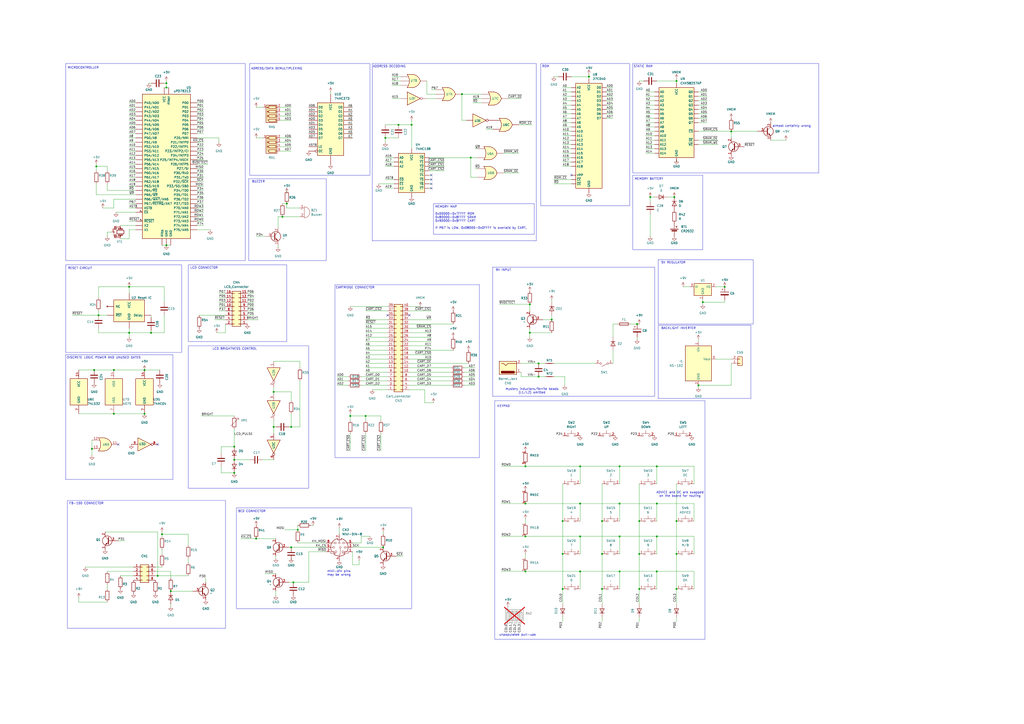
<source format=kicad_sch>
(kicad_sch (version 20231120) (generator "eeschema") (generator_version "8.0")
  (paper "A2")
  (title_block (title "Brother CB-1") (date "2025-02-04"))
  (lib_symbols
    (symbol "4075_1" (pin_numbers hide) (pin_names (offset 1.016))
      (property "Reference" "U" (at 0 1.27 0))
      (property "Value" "4075" (at 0 -1.27 0))
      (symbol "4075_1_1_1"
        (pin input line (at -7.62 2.54 0) (length 4.318) (name "~") (number "1"))
        (pin input line (at -7.62 0 0) (length 4.953) (name "~") (number "2"))
        (pin input line (at -7.62 -2.54 0) (length 4.318) (name "~") (number "8"))
        (pin output line (at 7.62 0 180) (length 3.81) (name "~") (number "9"))
      )
      (symbol "4075_1_1_2"
        (pin input inverted (at -7.62 2.54 0) (length 3.81) (name "~") (number "1"))
        (pin input inverted (at -7.62 0 0) (length 3.81) (name "~") (number "2"))
        (pin input inverted (at -7.62 -2.54 0) (length 3.81) (name "~") (number "8"))
        (pin output inverted (at 7.62 0 180) (length 3.81) (name "~") (number "9"))
      )
      (symbol "4075_1_2_1"
        (pin input line (at -7.62 2.54 0) (length 4.318) (name "~") (number "3"))
        (pin input line (at -7.62 0 0) (length 4.953) (name "~") (number "4"))
        (pin input line (at -7.62 -2.54 0) (length 4.318) (name "~") (number "5"))
        (pin output line (at 7.62 0 180) (length 3.81) (name "~") (number "6"))
      )
      (symbol "4075_1_2_2"
        (pin input inverted (at -7.62 2.54 0) (length 3.81) (name "~") (number "3"))
        (pin input inverted (at -7.62 0 0) (length 3.81) (name "~") (number "4"))
        (pin input inverted (at -7.62 -2.54 0) (length 3.81) (name "~") (number "5"))
        (pin output inverted (at 7.62 0 180) (length 3.81) (name "~") (number "6"))
      )
      (symbol "4075_1_3_1"
        (pin output line (at 7.62 0 180) (length 3.81) (name "~") (number "10"))
        (pin input line (at -7.62 2.54 0) (length 4.318) (name "~") (number "11"))
        (pin input line (at -7.62 0 0) (length 4.953) (name "~") (number "12"))
        (pin input line (at -7.62 -2.54 0) (length 4.318) (name "~") (number "13"))
      )
      (symbol "4075_1_3_2"
        (pin output inverted (at 7.62 0 180) (length 3.81) (name "~") (number "10"))
        (pin input inverted (at -7.62 2.54 0) (length 3.81) (name "~") (number "11"))
        (pin input inverted (at -7.62 0 0) (length 3.81) (name "~") (number "12"))
        (pin input inverted (at -7.62 -2.54 0) (length 3.81) (name "~") (number "13"))
      )
      (symbol "4075_1_4_0"
        (pin power_in line (at 0 12.7 270) (length 5.08) (name "VDD") (number "14"))
        (pin power_in line (at 0 -12.7 90) (length 5.08) (name "VSS") (number "7"))
      )
    )
    (symbol "4075_2" (pin_numbers hide) (pin_names (offset 1.016))
      (property "Reference" "U" (at 0 1.27 0))
      (property "Value" "4075" (at 0 -1.27 0))
      (symbol "4075_2_1_1"
        (pin input line (at -7.62 2.54 0) (length 4.318) (name "~") (number "1"))
        (pin input line (at -7.62 0 0) (length 4.953) (name "~") (number "2"))
        (pin input line (at -7.62 -2.54 0) (length 4.318) (name "~") (number "8"))
        (pin output line (at 7.62 0 180) (length 3.81) (name "~") (number "9"))
      )
      (symbol "4075_2_1_2"
        (pin input inverted (at -7.62 2.54 0) (length 3.81) (name "~") (number "1"))
        (pin input inverted (at -7.62 0 0) (length 3.81) (name "~") (number "2"))
        (pin input inverted (at -7.62 -2.54 0) (length 3.81) (name "~") (number "8"))
        (pin output inverted (at 7.62 0 180) (length 3.81) (name "~") (number "9"))
      )
      (symbol "4075_2_2_1"
        (pin input line (at -7.62 2.54 0) (length 4.318) (name "~") (number "3"))
        (pin input line (at -7.62 0 0) (length 4.953) (name "~") (number "4"))
        (pin input line (at -7.62 -2.54 0) (length 4.318) (name "~") (number "5"))
        (pin output line (at 7.62 0 180) (length 3.81) (name "~") (number "6"))
      )
      (symbol "4075_2_2_2"
        (pin input inverted (at -7.62 2.54 0) (length 3.81) (name "~") (number "3"))
        (pin input inverted (at -7.62 0 0) (length 3.81) (name "~") (number "4"))
        (pin input inverted (at -7.62 -2.54 0) (length 3.81) (name "~") (number "5"))
        (pin output inverted (at 7.62 0 180) (length 3.81) (name "~") (number "6"))
      )
      (symbol "4075_2_3_1"
        (pin output line (at 7.62 0 180) (length 3.81) (name "~") (number "10"))
        (pin input line (at -7.62 2.54 0) (length 4.318) (name "~") (number "11"))
        (pin input line (at -7.62 0 0) (length 4.953) (name "~") (number "12"))
        (pin input line (at -7.62 -2.54 0) (length 4.318) (name "~") (number "13"))
      )
      (symbol "4075_2_3_2"
        (pin output inverted (at 7.62 0 180) (length 3.81) (name "~") (number "10"))
        (pin input inverted (at -7.62 2.54 0) (length 3.81) (name "~") (number "11"))
        (pin input inverted (at -7.62 0 0) (length 3.81) (name "~") (number "12"))
        (pin input inverted (at -7.62 -2.54 0) (length 3.81) (name "~") (number "13"))
      )
      (symbol "4075_2_4_0"
        (pin power_in line (at 0 12.7 270) (length 5.08) (name "VDD") (number "14"))
        (pin power_in line (at 0 -12.7 90) (length 5.08) (name "VSS") (number "7"))
      )
    )
    (symbol "4075_3" (pin_numbers hide) (pin_names (offset 1.016))
      (property "Reference" "U" (at 0 1.27 0))
      (property "Value" "4075" (at 0 -1.27 0))
      (symbol "4075_3_1_1"
        (pin input line (at -7.62 2.54 0) (length 4.318) (name "~") (number "1"))
        (pin input line (at -7.62 0 0) (length 4.953) (name "~") (number "2"))
        (pin input line (at -7.62 -2.54 0) (length 4.318) (name "~") (number "8"))
        (pin output line (at 7.62 0 180) (length 3.81) (name "~") (number "9"))
      )
      (symbol "4075_3_1_2"
        (pin input inverted (at -7.62 2.54 0) (length 3.81) (name "~") (number "1"))
        (pin input inverted (at -7.62 0 0) (length 3.81) (name "~") (number "2"))
        (pin input inverted (at -7.62 -2.54 0) (length 3.81) (name "~") (number "8"))
        (pin output inverted (at 7.62 0 180) (length 3.81) (name "~") (number "9"))
      )
      (symbol "4075_3_2_1"
        (pin input line (at -7.62 2.54 0) (length 4.318) (name "~") (number "3"))
        (pin input line (at -7.62 0 0) (length 4.953) (name "~") (number "4"))
        (pin input line (at -7.62 -2.54 0) (length 4.318) (name "~") (number "5"))
        (pin output line (at 7.62 0 180) (length 3.81) (name "~") (number "6"))
      )
      (symbol "4075_3_2_2"
        (pin input inverted (at -7.62 2.54 0) (length 3.81) (name "~") (number "3"))
        (pin input inverted (at -7.62 0 0) (length 3.81) (name "~") (number "4"))
        (pin input inverted (at -7.62 -2.54 0) (length 3.81) (name "~") (number "5"))
        (pin output inverted (at 7.62 0 180) (length 3.81) (name "~") (number "6"))
      )
      (symbol "4075_3_3_1"
        (pin output line (at 7.62 0 180) (length 3.81) (name "~") (number "10"))
        (pin input line (at -7.62 2.54 0) (length 4.318) (name "~") (number "11"))
        (pin input line (at -7.62 0 0) (length 4.953) (name "~") (number "12"))
        (pin input line (at -7.62 -2.54 0) (length 4.318) (name "~") (number "13"))
      )
      (symbol "4075_3_3_2"
        (pin output inverted (at 7.62 0 180) (length 3.81) (name "~") (number "10"))
        (pin input inverted (at -7.62 2.54 0) (length 3.81) (name "~") (number "11"))
        (pin input inverted (at -7.62 0 0) (length 3.81) (name "~") (number "12"))
        (pin input inverted (at -7.62 -2.54 0) (length 3.81) (name "~") (number "13"))
      )
      (symbol "4075_3_4_0"
        (pin power_in line (at 0 12.7 270) (length 5.08) (name "VDD") (number "14"))
        (pin power_in line (at 0 -12.7 90) (length 5.08) (name "VSS") (number "7"))
      )
    )
    (symbol "4xxx:4075" (pin_names (offset 1.016))
      (property "Reference" "U" (at 0 1.27 0))
      (property "Value" "4075" (at 0 -1.27 0))
      (symbol "4075_1_1"
        (pin input line (at -7.62 2.54 0) (length 4.318) (name "~") (number "1"))
        (pin input line (at -7.62 0 0) (length 4.953) (name "~") (number "2"))
        (pin input line (at -7.62 -2.54 0) (length 4.318) (name "~") (number "8"))
        (pin output line (at 7.62 0 180) (length 3.81) (name "~") (number "9"))
      )
      (symbol "4075_1_2"
        (pin input inverted (at -7.62 2.54 0) (length 3.81) (name "~") (number "1"))
        (pin input inverted (at -7.62 0 0) (length 3.81) (name "~") (number "2"))
        (pin input inverted (at -7.62 -2.54 0) (length 3.81) (name "~") (number "8"))
        (pin output inverted (at 7.62 0 180) (length 3.81) (name "~") (number "9"))
      )
      (symbol "4075_2_1"
        (pin input line (at -7.62 2.54 0) (length 4.318) (name "~") (number "3"))
        (pin input line (at -7.62 0 0) (length 4.953) (name "~") (number "4"))
        (pin input line (at -7.62 -2.54 0) (length 4.318) (name "~") (number "5"))
        (pin output line (at 7.62 0 180) (length 3.81) (name "~") (number "6"))
      )
      (symbol "4075_2_2"
        (pin input inverted (at -7.62 2.54 0) (length 3.81) (name "~") (number "3"))
        (pin input inverted (at -7.62 0 0) (length 3.81) (name "~") (number "4"))
        (pin input inverted (at -7.62 -2.54 0) (length 3.81) (name "~") (number "5"))
        (pin output inverted (at 7.62 0 180) (length 3.81) (name "~") (number "6"))
      )
      (symbol "4075_3_1"
        (pin output line (at 7.62 0 180) (length 3.81) (name "~") (number "10"))
        (pin input line (at -7.62 2.54 0) (length 4.318) (name "~") (number "11"))
        (pin input line (at -7.62 0 0) (length 4.953) (name "~") (number "12"))
        (pin input line (at -7.62 -2.54 0) (length 4.318) (name "~") (number "13"))
      )
      (symbol "4075_3_2"
        (pin output inverted (at 7.62 0 180) (length 3.81) (name "~") (number "10"))
        (pin input inverted (at -7.62 2.54 0) (length 3.81) (name "~") (number "11"))
        (pin input inverted (at -7.62 0 0) (length 3.81) (name "~") (number "12"))
        (pin input inverted (at -7.62 -2.54 0) (length 3.81) (name "~") (number "13"))
      )
      (symbol "4075_4_0"
        (pin power_in line (at 0 12.7 270) (length 5.08) (name "VDD") (number "14"))
        (pin power_in line (at 0 -12.7 90) (length 5.08) (name "VSS") (number "7"))
      )
    )
    (symbol "74HC04_1" (pin_numbers hide)
      (property "Reference" "U" (at 0 1.27 0))
      (property "Value" "74HC04" (at 0 -1.27 0))
      (symbol "74HC04_1_1_0"
        (pin input line (at -7.62 0 0) (length 3.81) (name "~") (number "1"))
        (pin output inverted (at 7.62 0 180) (length 3.81) (name "~") (number "2"))
      )
      (symbol "74HC04_1_2_0"
        (pin input line (at -7.62 0 0) (length 3.81) (name "~") (number "3"))
        (pin output inverted (at 7.62 0 180) (length 3.81) (name "~") (number "4"))
      )
      (symbol "74HC04_1_3_0"
        (pin input line (at -7.62 0 0) (length 3.81) (name "~") (number "5"))
        (pin output inverted (at 7.62 0 180) (length 3.81) (name "~") (number "6"))
      )
      (symbol "74HC04_1_4_0"
        (pin output inverted (at 7.62 0 180) (length 3.81) (name "~") (number "8"))
        (pin input line (at -7.62 0 0) (length 3.81) (name "~") (number "9"))
      )
      (symbol "74HC04_1_5_0"
        (pin output inverted (at 7.62 0 180) (length 3.81) (name "~") (number "10"))
        (pin input line (at -7.62 0 0) (length 3.81) (name "~") (number "11"))
      )
      (symbol "74HC04_1_6_0"
        (pin output inverted (at 7.62 0 180) (length 3.81) (name "~") (number "12"))
        (pin input line (at -7.62 0 0) (length 3.81) (name "~") (number "13"))
      )
      (symbol "74HC04_1_7_0"
        (pin power_in line (at 0 12.7 270) (length 5.08) (name "VCC") (number "14"))
        (pin power_in line (at 0 -12.7 90) (length 5.08) (name "GND") (number "7"))
      )
    )
    (symbol "74HC04_2" (pin_numbers hide)
      (property "Reference" "U" (at 0 1.27 0))
      (property "Value" "74HC04" (at 0 -1.27 0))
      (symbol "74HC04_2_1_0"
        (pin input line (at -7.62 0 0) (length 3.81) (name "~") (number "1"))
        (pin output inverted (at 7.62 0 180) (length 3.81) (name "~") (number "2"))
      )
      (symbol "74HC04_2_2_0"
        (pin input line (at -7.62 0 0) (length 3.81) (name "~") (number "3"))
        (pin output inverted (at 7.62 0 180) (length 3.81) (name "~") (number "4"))
      )
      (symbol "74HC04_2_3_0"
        (pin input line (at -7.62 0 0) (length 3.81) (name "~") (number "5"))
        (pin output inverted (at 7.62 0 180) (length 3.81) (name "~") (number "6"))
      )
      (symbol "74HC04_2_4_0"
        (pin output inverted (at 7.62 0 180) (length 3.81) (name "~") (number "8"))
        (pin input line (at -7.62 0 0) (length 3.81) (name "~") (number "9"))
      )
      (symbol "74HC04_2_5_0"
        (pin output inverted (at 7.62 0 180) (length 3.81) (name "~") (number "10"))
        (pin input line (at -7.62 0 0) (length 3.81) (name "~") (number "11"))
      )
      (symbol "74HC04_2_6_0"
        (pin output inverted (at 7.62 0 180) (length 3.81) (name "~") (number "12"))
        (pin input line (at -7.62 0 0) (length 3.81) (name "~") (number "13"))
      )
      (symbol "74HC04_2_7_0"
        (pin power_in line (at 0 12.7 270) (length 5.08) (name "VCC") (number "14"))
        (pin power_in line (at 0 -12.7 90) (length 5.08) (name "GND") (number "7"))
      )
    )
    (symbol "74LS32_1" (pin_numbers hide) (pin_names (offset 1.016))
      (property "Reference" "U" (at 0 1.27 0))
      (property "Value" "74LS32" (at 0 -1.27 0))
      (symbol "74LS32_1_1_1"
        (pin input line (at -7.62 2.54 0) (length 4.318) (name "~") (number "1"))
        (pin input line (at -7.62 -2.54 0) (length 4.318) (name "~") (number "2"))
        (pin output line (at 7.62 0 180) (length 3.81) (name "~") (number "3"))
      )
      (symbol "74LS32_1_1_2"
        (pin input inverted (at -7.62 2.54 0) (length 3.81) (name "~") (number "1"))
        (pin input inverted (at -7.62 -2.54 0) (length 3.81) (name "~") (number "2"))
        (pin output inverted (at 7.62 0 180) (length 3.81) (name "~") (number "3"))
      )
      (symbol "74LS32_1_2_1"
        (pin input line (at -7.62 2.54 0) (length 4.318) (name "~") (number "4"))
        (pin input line (at -7.62 -2.54 0) (length 4.318) (name "~") (number "5"))
        (pin output line (at 7.62 0 180) (length 3.81) (name "~") (number "6"))
      )
      (symbol "74LS32_1_2_2"
        (pin input inverted (at -7.62 2.54 0) (length 3.81) (name "~") (number "4"))
        (pin input inverted (at -7.62 -2.54 0) (length 3.81) (name "~") (number "5"))
        (pin output inverted (at 7.62 0 180) (length 3.81) (name "~") (number "6"))
      )
      (symbol "74LS32_1_3_1"
        (pin input line (at -7.62 -2.54 0) (length 4.318) (name "~") (number "10"))
        (pin output line (at 7.62 0 180) (length 3.81) (name "~") (number "8"))
        (pin input line (at -7.62 2.54 0) (length 4.318) (name "~") (number "9"))
      )
      (symbol "74LS32_1_3_2"
        (pin input inverted (at -7.62 -2.54 0) (length 3.81) (name "~") (number "10"))
        (pin output inverted (at 7.62 0 180) (length 3.81) (name "~") (number "8"))
        (pin input inverted (at -7.62 2.54 0) (length 3.81) (name "~") (number "9"))
      )
      (symbol "74LS32_1_4_1"
        (pin output line (at 7.62 0 180) (length 3.81) (name "~") (number "11"))
        (pin input line (at -7.62 2.54 0) (length 4.318) (name "~") (number "12"))
        (pin input line (at -7.62 -2.54 0) (length 4.318) (name "~") (number "13"))
      )
      (symbol "74LS32_1_4_2"
        (pin output inverted (at 7.62 0 180) (length 3.81) (name "~") (number "11"))
        (pin input inverted (at -7.62 2.54 0) (length 3.81) (name "~") (number "12"))
        (pin input inverted (at -7.62 -2.54 0) (length 3.81) (name "~") (number "13"))
      )
      (symbol "74LS32_1_5_0"
        (pin power_in line (at 0 12.7 270) (length 5.08) (name "VCC") (number "14"))
        (pin power_in line (at 0 -12.7 90) (length 5.08) (name "GND") (number "7"))
      )
    )
    (symbol "74LS32_2" (pin_numbers hide) (pin_names (offset 1.016))
      (property "Reference" "U" (at 0 1.27 0))
      (property "Value" "74LS32" (at 0 -1.27 0))
      (symbol "74LS32_2_1_1"
        (pin input line (at -7.62 2.54 0) (length 4.318) (name "~") (number "1"))
        (pin input line (at -7.62 -2.54 0) (length 4.318) (name "~") (number "2"))
        (pin output line (at 7.62 0 180) (length 3.81) (name "~") (number "3"))
      )
      (symbol "74LS32_2_1_2"
        (pin input inverted (at -7.62 2.54 0) (length 3.81) (name "~") (number "1"))
        (pin input inverted (at -7.62 -2.54 0) (length 3.81) (name "~") (number "2"))
        (pin output inverted (at 7.62 0 180) (length 3.81) (name "~") (number "3"))
      )
      (symbol "74LS32_2_2_1"
        (pin input line (at -7.62 2.54 0) (length 4.318) (name "~") (number "4"))
        (pin input line (at -7.62 -2.54 0) (length 4.318) (name "~") (number "5"))
        (pin output line (at 7.62 0 180) (length 3.81) (name "~") (number "6"))
      )
      (symbol "74LS32_2_2_2"
        (pin input inverted (at -7.62 2.54 0) (length 3.81) (name "~") (number "4"))
        (pin input inverted (at -7.62 -2.54 0) (length 3.81) (name "~") (number "5"))
        (pin output inverted (at 7.62 0 180) (length 3.81) (name "~") (number "6"))
      )
      (symbol "74LS32_2_3_1"
        (pin input line (at -7.62 -2.54 0) (length 4.318) (name "~") (number "10"))
        (pin output line (at 7.62 0 180) (length 3.81) (name "~") (number "8"))
        (pin input line (at -7.62 2.54 0) (length 4.318) (name "~") (number "9"))
      )
      (symbol "74LS32_2_3_2"
        (pin input inverted (at -7.62 -2.54 0) (length 3.81) (name "~") (number "10"))
        (pin output inverted (at 7.62 0 180) (length 3.81) (name "~") (number "8"))
        (pin input inverted (at -7.62 2.54 0) (length 3.81) (name "~") (number "9"))
      )
      (symbol "74LS32_2_4_1"
        (pin output line (at 7.62 0 180) (length 3.81) (name "~") (number "11"))
        (pin input line (at -7.62 2.54 0) (length 4.318) (name "~") (number "12"))
        (pin input line (at -7.62 -2.54 0) (length 4.318) (name "~") (number "13"))
      )
      (symbol "74LS32_2_4_2"
        (pin output inverted (at 7.62 0 180) (length 3.81) (name "~") (number "11"))
        (pin input inverted (at -7.62 2.54 0) (length 3.81) (name "~") (number "12"))
        (pin input inverted (at -7.62 -2.54 0) (length 3.81) (name "~") (number "13"))
      )
      (symbol "74LS32_2_5_0"
        (pin power_in line (at 0 12.7 270) (length 5.08) (name "VCC") (number "14"))
        (pin power_in line (at 0 -12.7 90) (length 5.08) (name "GND") (number "7"))
      )
    )
    (symbol "74LS32_3" (pin_numbers hide) (pin_names (offset 1.016))
      (property "Reference" "U" (at 0 1.27 0))
      (property "Value" "74LS32" (at 0 -1.27 0))
      (symbol "74LS32_3_1_1"
        (pin input line (at -7.62 2.54 0) (length 4.318) (name "~") (number "1"))
        (pin input line (at -7.62 -2.54 0) (length 4.318) (name "~") (number "2"))
        (pin output line (at 7.62 0 180) (length 3.81) (name "~") (number "3"))
      )
      (symbol "74LS32_3_1_2"
        (pin input inverted (at -7.62 2.54 0) (length 3.81) (name "~") (number "1"))
        (pin input inverted (at -7.62 -2.54 0) (length 3.81) (name "~") (number "2"))
        (pin output inverted (at 7.62 0 180) (length 3.81) (name "~") (number "3"))
      )
      (symbol "74LS32_3_2_1"
        (pin input line (at -7.62 2.54 0) (length 4.318) (name "~") (number "4"))
        (pin input line (at -7.62 -2.54 0) (length 4.318) (name "~") (number "5"))
        (pin output line (at 7.62 0 180) (length 3.81) (name "~") (number "6"))
      )
      (symbol "74LS32_3_2_2"
        (pin input inverted (at -7.62 2.54 0) (length 3.81) (name "~") (number "4"))
        (pin input inverted (at -7.62 -2.54 0) (length 3.81) (name "~") (number "5"))
        (pin output inverted (at 7.62 0 180) (length 3.81) (name "~") (number "6"))
      )
      (symbol "74LS32_3_3_1"
        (pin input line (at -7.62 -2.54 0) (length 4.318) (name "~") (number "10"))
        (pin output line (at 7.62 0 180) (length 3.81) (name "~") (number "8"))
        (pin input line (at -7.62 2.54 0) (length 4.318) (name "~") (number "9"))
      )
      (symbol "74LS32_3_3_2"
        (pin input inverted (at -7.62 -2.54 0) (length 3.81) (name "~") (number "10"))
        (pin output inverted (at 7.62 0 180) (length 3.81) (name "~") (number "8"))
        (pin input inverted (at -7.62 2.54 0) (length 3.81) (name "~") (number "9"))
      )
      (symbol "74LS32_3_4_1"
        (pin output line (at 7.62 0 180) (length 3.81) (name "~") (number "11"))
        (pin input line (at -7.62 2.54 0) (length 4.318) (name "~") (number "12"))
        (pin input line (at -7.62 -2.54 0) (length 4.318) (name "~") (number "13"))
      )
      (symbol "74LS32_3_4_2"
        (pin output inverted (at 7.62 0 180) (length 3.81) (name "~") (number "11"))
        (pin input inverted (at -7.62 2.54 0) (length 3.81) (name "~") (number "12"))
        (pin input inverted (at -7.62 -2.54 0) (length 3.81) (name "~") (number "13"))
      )
      (symbol "74LS32_3_5_0"
        (pin power_in line (at 0 12.7 270) (length 5.08) (name "VCC") (number "14"))
        (pin power_in line (at 0 -12.7 90) (length 5.08) (name "GND") (number "7"))
      )
    )
    (symbol "74xx:74AHC373" (pin_numbers hide)
      (property "Reference" "U" (at -7.62 16.51 0))
      (property "Value" "74AHC373" (at -7.62 -16.51 0))
      (symbol "74AHC373_1_0"
        (pin input inverted (at -12.7 -12.7 0) (length 5.08) (name "OE") (number "1"))
        (pin power_in line (at 0 -20.32 90) (length 5.08) (name "GND") (number "10"))
        (pin input line (at -12.7 -10.16 0) (length 5.08) (name "LE") (number "11"))
        (pin tri_state line (at 12.7 2.54 180) (length 5.08) (name "O4") (number "12"))
        (pin input line (at -12.7 2.54 0) (length 5.08) (name "D4") (number "13"))
        (pin input line (at -12.7 0 0) (length 5.08) (name "D5") (number "14"))
        (pin tri_state line (at 12.7 0 180) (length 5.08) (name "O5") (number "15"))
        (pin tri_state line (at 12.7 -2.54 180) (length 5.08) (name "O6") (number "16"))
        (pin input line (at -12.7 -2.54 0) (length 5.08) (name "D6") (number "17"))
        (pin input line (at -12.7 -5.08 0) (length 5.08) (name "D7") (number "18"))
        (pin tri_state line (at 12.7 -5.08 180) (length 5.08) (name "O7") (number "19"))
        (pin tri_state line (at 12.7 12.7 180) (length 5.08) (name "O0") (number "2"))
        (pin power_in line (at 0 20.32 270) (length 5.08) (name "VCC") (number "20"))
        (pin input line (at -12.7 12.7 0) (length 5.08) (name "D0") (number "3"))
        (pin input line (at -12.7 10.16 0) (length 5.08) (name "D1") (number "4"))
        (pin tri_state line (at 12.7 10.16 180) (length 5.08) (name "O1") (number "5"))
        (pin tri_state line (at 12.7 7.62 180) (length 5.08) (name "O2") (number "6"))
        (pin input line (at -12.7 7.62 0) (length 5.08) (name "D2") (number "7"))
        (pin input line (at -12.7 5.08 0) (length 5.08) (name "D3") (number "8"))
        (pin tri_state line (at 12.7 5.08 180) (length 5.08) (name "O3") (number "9"))
      )
    )
    (symbol "74xx:74HC04"
      (property "Reference" "U" (at 0 1.27 0))
      (property "Value" "74HC04" (at 0 -1.27 0))
      (symbol "74HC04_1_0"
        (pin input line (at -7.62 0 0) (length 3.81) (name "~") (number "1"))
        (pin output inverted (at 7.62 0 180) (length 3.81) (name "~") (number "2"))
      )
      (symbol "74HC04_2_0"
        (pin input line (at -7.62 0 0) (length 3.81) (name "~") (number "3"))
        (pin output inverted (at 7.62 0 180) (length 3.81) (name "~") (number "4"))
      )
      (symbol "74HC04_3_0"
        (pin input line (at -7.62 0 0) (length 3.81) (name "~") (number "5"))
        (pin output inverted (at 7.62 0 180) (length 3.81) (name "~") (number "6"))
      )
      (symbol "74HC04_4_0"
        (pin output inverted (at 7.62 0 180) (length 3.81) (name "~") (number "8"))
        (pin input line (at -7.62 0 0) (length 3.81) (name "~") (number "9"))
      )
      (symbol "74HC04_5_0"
        (pin output inverted (at 7.62 0 180) (length 3.81) (name "~") (number "10"))
        (pin input line (at -7.62 0 0) (length 3.81) (name "~") (number "11"))
      )
      (symbol "74HC04_6_0"
        (pin output inverted (at 7.62 0 180) (length 3.81) (name "~") (number "12"))
        (pin input line (at -7.62 0 0) (length 3.81) (name "~") (number "13"))
      )
      (symbol "74HC04_7_0"
        (pin power_in line (at 0 12.7 270) (length 5.08) (name "VCC") (number "14"))
        (pin power_in line (at 0 -12.7 90) (length 5.08) (name "GND") (number "7"))
      )
    )
    (symbol "74xx:74HC138" (pin_numbers hide)
      (property "Reference" "U" (at -7.62 13.97 0))
      (property "Value" "74HC138" (at 2.54 -11.43 0))
      (symbol "74HC138_1_1"
        (pin input line (at -10.16 10.16 0) (length 2.54) (name "A0") (number "1"))
        (pin output line (at 10.16 -2.54 180) (length 2.54) (name "~{Y5}") (number "10"))
        (pin output line (at 10.16 0 180) (length 2.54) (name "~{Y4}") (number "11"))
        (pin output line (at 10.16 2.54 180) (length 2.54) (name "~{Y3}") (number "12"))
        (pin output line (at 10.16 5.08 180) (length 2.54) (name "~{Y2}") (number "13"))
        (pin output line (at 10.16 7.62 180) (length 2.54) (name "~{Y1}") (number "14"))
        (pin output line (at 10.16 10.16 180) (length 2.54) (name "~{Y0}") (number "15"))
        (pin power_in line (at 0 15.24 270) (length 2.54) (name "VCC") (number "16"))
        (pin input line (at -10.16 7.62 0) (length 2.54) (name "A1") (number "2"))
        (pin input line (at -10.16 5.08 0) (length 2.54) (name "A2") (number "3"))
        (pin input line (at -10.16 -2.54 0) (length 2.54) (name "~{E0}") (number "4"))
        (pin input line (at -10.16 -5.08 0) (length 2.54) (name "~{E1}") (number "5"))
        (pin input line (at -10.16 -7.62 0) (length 2.54) (name "E2") (number "6"))
        (pin output line (at 10.16 -7.62 180) (length 2.54) (name "~{Y7}") (number "7"))
        (pin power_in line (at 0 -12.7 90) (length 2.54) (name "GND") (number "8"))
        (pin output line (at 10.16 -5.08 180) (length 2.54) (name "~{Y6}") (number "9"))
      )
    )
    (symbol "74xx:74LS32" (pin_names (offset 1.016))
      (property "Reference" "U" (at 0 1.27 0))
      (property "Value" "74LS32" (at 0 -1.27 0))
      (symbol "74LS32_1_1"
        (pin input line (at -7.62 2.54 0) (length 4.318) (name "~") (number "1"))
        (pin input line (at -7.62 -2.54 0) (length 4.318) (name "~") (number "2"))
        (pin output line (at 7.62 0 180) (length 3.81) (name "~") (number "3"))
      )
      (symbol "74LS32_1_2"
        (pin input inverted (at -7.62 2.54 0) (length 3.81) (name "~") (number "1"))
        (pin input inverted (at -7.62 -2.54 0) (length 3.81) (name "~") (number "2"))
        (pin output inverted (at 7.62 0 180) (length 3.81) (name "~") (number "3"))
      )
      (symbol "74LS32_2_1"
        (pin input line (at -7.62 2.54 0) (length 4.318) (name "~") (number "4"))
        (pin input line (at -7.62 -2.54 0) (length 4.318) (name "~") (number "5"))
        (pin output line (at 7.62 0 180) (length 3.81) (name "~") (number "6"))
      )
      (symbol "74LS32_2_2"
        (pin input inverted (at -7.62 2.54 0) (length 3.81) (name "~") (number "4"))
        (pin input inverted (at -7.62 -2.54 0) (length 3.81) (name "~") (number "5"))
        (pin output inverted (at 7.62 0 180) (length 3.81) (name "~") (number "6"))
      )
      (symbol "74LS32_3_1"
        (pin input line (at -7.62 -2.54 0) (length 4.318) (name "~") (number "10"))
        (pin output line (at 7.62 0 180) (length 3.81) (name "~") (number "8"))
        (pin input line (at -7.62 2.54 0) (length 4.318) (name "~") (number "9"))
      )
      (symbol "74LS32_3_2"
        (pin input inverted (at -7.62 -2.54 0) (length 3.81) (name "~") (number "10"))
        (pin output inverted (at 7.62 0 180) (length 3.81) (name "~") (number "8"))
        (pin input inverted (at -7.62 2.54 0) (length 3.81) (name "~") (number "9"))
      )
      (symbol "74LS32_4_1"
        (pin output line (at 7.62 0 180) (length 3.81) (name "~") (number "11"))
        (pin input line (at -7.62 2.54 0) (length 4.318) (name "~") (number "12"))
        (pin input line (at -7.62 -2.54 0) (length 4.318) (name "~") (number "13"))
      )
      (symbol "74LS32_4_2"
        (pin output inverted (at 7.62 0 180) (length 3.81) (name "~") (number "11"))
        (pin input inverted (at -7.62 2.54 0) (length 3.81) (name "~") (number "12"))
        (pin input inverted (at -7.62 -2.54 0) (length 3.81) (name "~") (number "13"))
      )
      (symbol "74LS32_5_0"
        (pin power_in line (at 0 12.7 270) (length 5.08) (name "VCC") (number "14"))
        (pin power_in line (at 0 -12.7 90) (length 5.08) (name "GND") (number "7"))
      )
    )
    (symbol "Connector:Barrel_Jack" (pin_names (offset 1.016))
      (property "Reference" "J" (at 0 5.334 0))
      (property "Value" "Barrel_Jack" (at 0 -5.08 0))
      (symbol "Barrel_Jack_1_1"
        (pin passive line (at 7.62 2.54 180) (length 2.54) (name "~") (number "1"))
        (pin passive line (at 7.62 -2.54 180) (length 2.54) (name "~") (number "2"))
      )
    )
    (symbol "Connector:Mini-DIN-8" (pin_names (offset 1.016))
      (property "Reference" "J" (at 5.08 5.08 0))
      (property "Value" "Mini-DIN-8" (at 10.668 -5.08 0))
      (symbol "Mini-DIN-8_1_1"
        (pin passive line (at 7.62 -2.54 180) (length 2.54) (name "~") (number "1"))
        (pin passive line (at -7.62 -2.54 0) (length 2.54) (name "~") (number "2"))
        (pin passive line (at 7.62 0 180) (length 2.54) (name "~") (number "3"))
        (pin passive line (at 0 -7.62 90) (length 2.54) (name "~") (number "4"))
        (pin passive line (at -7.62 0 0) (length 2.54) (name "~") (number "5"))
        (pin passive line (at 7.62 2.54 180) (length 2.54) (name "~") (number "6"))
        (pin passive line (at 0 7.62 270) (length 2.54) (name "~") (number "7"))
        (pin passive line (at -7.62 2.54 0) (length 2.54) (name "~") (number "8"))
      )
    )
    (symbol "Connector_Generic:Conn_01x02" (pin_names (offset 1.016) hide)
      (property "Reference" "J" (at 0 2.54 0))
      (property "Value" "Conn_01x02" (at 0 -5.08 0))
      (symbol "Conn_01x02_1_1"
        (pin passive line (at -5.08 0 0) (length 3.81) (name "Pin_1") (number "1"))
        (pin passive line (at -5.08 -2.54 0) (length 3.81) (name "Pin_2") (number "2"))
      )
    )
    (symbol "Connector_Generic:Conn_02x04_Top_Bottom" (pin_names (offset 1.016) hide)
      (property "Reference" "J" (at 1.27 5.08 0))
      (property "Value" "Conn_02x04_Top_Bottom" (at 1.27 -7.62 0))
      (symbol "Conn_02x04_Top_Bottom_1_1"
        (pin passive line (at -5.08 2.54 0) (length 3.81) (name "Pin_1") (number "1"))
        (pin passive line (at -5.08 0 0) (length 3.81) (name "Pin_2") (number "2"))
        (pin passive line (at -5.08 -2.54 0) (length 3.81) (name "Pin_3") (number "3"))
        (pin passive line (at -5.08 -5.08 0) (length 3.81) (name "Pin_4") (number "4"))
        (pin passive line (at 7.62 2.54 180) (length 3.81) (name "Pin_5") (number "5"))
        (pin passive line (at 7.62 0 180) (length 3.81) (name "Pin_6") (number "6"))
        (pin passive line (at 7.62 -2.54 180) (length 3.81) (name "Pin_7") (number "7"))
        (pin passive line (at 7.62 -5.08 180) (length 3.81) (name "Pin_8") (number "8"))
      )
    )
    (symbol "Connector_Generic:Conn_02x08_Odd_Even" (pin_names (offset 1.016) hide)
      (property "Reference" "J" (at 1.27 10.16 0))
      (property "Value" "Conn_02x08_Odd_Even" (at 1.27 -12.7 0))
      (symbol "Conn_02x08_Odd_Even_1_1"
        (pin passive line (at -5.08 7.62 0) (length 3.81) (name "Pin_1") (number "1"))
        (pin passive line (at 7.62 -2.54 180) (length 3.81) (name "Pin_10") (number "10"))
        (pin passive line (at -5.08 -5.08 0) (length 3.81) (name "Pin_11") (number "11"))
        (pin passive line (at 7.62 -5.08 180) (length 3.81) (name "Pin_12") (number "12"))
        (pin passive line (at -5.08 -7.62 0) (length 3.81) (name "Pin_13") (number "13"))
        (pin passive line (at 7.62 -7.62 180) (length 3.81) (name "Pin_14") (number "14"))
        (pin passive line (at -5.08 -10.16 0) (length 3.81) (name "Pin_15") (number "15"))
        (pin passive line (at 7.62 -10.16 180) (length 3.81) (name "Pin_16") (number "16"))
        (pin passive line (at 7.62 7.62 180) (length 3.81) (name "Pin_2") (number "2"))
        (pin passive line (at -5.08 5.08 0) (length 3.81) (name "Pin_3") (number "3"))
        (pin passive line (at 7.62 5.08 180) (length 3.81) (name "Pin_4") (number "4"))
        (pin passive line (at -5.08 2.54 0) (length 3.81) (name "Pin_5") (number "5"))
        (pin passive line (at 7.62 2.54 180) (length 3.81) (name "Pin_6") (number "6"))
        (pin passive line (at -5.08 0 0) (length 3.81) (name "Pin_7") (number "7"))
        (pin passive line (at 7.62 0 180) (length 3.81) (name "Pin_8") (number "8"))
        (pin passive line (at -5.08 -2.54 0) (length 3.81) (name "Pin_9") (number "9"))
      )
    )
    (symbol "Connector_Generic:Conn_02x20_Odd_Even" (pin_names (offset 1.016) hide)
      (property "Reference" "J" (at 1.27 25.4 0))
      (property "Value" "Conn_02x20_Odd_Even" (at 1.27 -27.94 0))
      (symbol "Conn_02x20_Odd_Even_1_1"
        (pin passive line (at -5.08 22.86 0) (length 3.81) (name "Pin_1") (number "1"))
        (pin passive line (at 7.62 12.7 180) (length 3.81) (name "Pin_10") (number "10"))
        (pin passive line (at -5.08 10.16 0) (length 3.81) (name "Pin_11") (number "11"))
        (pin passive line (at 7.62 10.16 180) (length 3.81) (name "Pin_12") (number "12"))
        (pin passive line (at -5.08 7.62 0) (length 3.81) (name "Pin_13") (number "13"))
        (pin passive line (at 7.62 7.62 180) (length 3.81) (name "Pin_14") (number "14"))
        (pin passive line (at -5.08 5.08 0) (length 3.81) (name "Pin_15") (number "15"))
        (pin passive line (at 7.62 5.08 180) (length 3.81) (name "Pin_16") (number "16"))
        (pin passive line (at -5.08 2.54 0) (length 3.81) (name "Pin_17") (number "17"))
        (pin passive line (at 7.62 2.54 180) (length 3.81) (name "Pin_18") (number "18"))
        (pin passive line (at -5.08 0 0) (length 3.81) (name "Pin_19") (number "19"))
        (pin passive line (at 7.62 22.86 180) (length 3.81) (name "Pin_2") (number "2"))
        (pin passive line (at 7.62 0 180) (length 3.81) (name "Pin_20") (number "20"))
        (pin passive line (at -5.08 -2.54 0) (length 3.81) (name "Pin_21") (number "21"))
        (pin passive line (at 7.62 -2.54 180) (length 3.81) (name "Pin_22") (number "22"))
        (pin passive line (at -5.08 -5.08 0) (length 3.81) (name "Pin_23") (number "23"))
        (pin passive line (at 7.62 -5.08 180) (length 3.81) (name "Pin_24") (number "24"))
        (pin passive line (at -5.08 -7.62 0) (length 3.81) (name "Pin_25") (number "25"))
        (pin passive line (at 7.62 -7.62 180) (length 3.81) (name "Pin_26") (number "26"))
        (pin passive line (at -5.08 -10.16 0) (length 3.81) (name "Pin_27") (number "27"))
        (pin passive line (at 7.62 -10.16 180) (length 3.81) (name "Pin_28") (number "28"))
        (pin passive line (at -5.08 -12.7 0) (length 3.81) (name "Pin_29") (number "29"))
        (pin passive line (at -5.08 20.32 0) (length 3.81) (name "Pin_3") (number "3"))
        (pin passive line (at 7.62 -12.7 180) (length 3.81) (name "Pin_30") (number "30"))
        (pin passive line (at -5.08 -15.24 0) (length 3.81) (name "Pin_31") (number "31"))
        (pin passive line (at 7.62 -15.24 180) (length 3.81) (name "Pin_32") (number "32"))
        (pin passive line (at -5.08 -17.78 0) (length 3.81) (name "Pin_33") (number "33"))
        (pin passive line (at 7.62 -17.78 180) (length 3.81) (name "Pin_34") (number "34"))
        (pin passive line (at -5.08 -20.32 0) (length 3.81) (name "Pin_35") (number "35"))
        (pin passive line (at 7.62 -20.32 180) (length 3.81) (name "Pin_36") (number "36"))
        (pin passive line (at -5.08 -22.86 0) (length 3.81) (name "Pin_37") (number "37"))
        (pin passive line (at 7.62 -22.86 180) (length 3.81) (name "Pin_38") (number "38"))
        (pin passive line (at -5.08 -25.4 0) (length 3.81) (name "Pin_39") (number "39"))
        (pin passive line (at 7.62 20.32 180) (length 3.81) (name "Pin_4") (number "4"))
        (pin passive line (at 7.62 -25.4 180) (length 3.81) (name "Pin_40") (number "40"))
        (pin passive line (at -5.08 17.78 0) (length 3.81) (name "Pin_5") (number "5"))
        (pin passive line (at 7.62 17.78 180) (length 3.81) (name "Pin_6") (number "6"))
        (pin passive line (at -5.08 15.24 0) (length 3.81) (name "Pin_7") (number "7"))
        (pin passive line (at 7.62 15.24 180) (length 3.81) (name "Pin_8") (number "8"))
        (pin passive line (at -5.08 12.7 0) (length 3.81) (name "Pin_9") (number "9"))
      )
    )
    (symbol "Device:Battery_Cell" (pin_numbers hide) (pin_names (offset 0) hide)
      (property "Reference" "BT" (at 2.54 2.54 0))
      (property "Value" "Battery_Cell" (at 2.54 0 0))
      (symbol "Battery_Cell_1_1"
        (pin passive line (at 0 5.08 270) (length 2.54) (name "+") (number "1"))
        (pin passive line (at 0 -2.54 90) (length 2.54) (name "-") (number "2"))
      )
    )
    (symbol "Device:Buzzer" (pin_names (offset 0.0254) hide)
      (property "Reference" "BZ" (at 3.81 1.27 0))
      (property "Value" "Buzzer" (at 3.81 -1.27 0))
      (symbol "Buzzer_1_1"
        (pin passive line (at -2.54 2.54 0) (length 2.54) (name "+") (number "1"))
        (pin passive line (at -2.54 -2.54 0) (length 2.54) (name "-") (number "2"))
      )
    )
    (symbol "Device:C" (pin_numbers hide) (pin_names (offset 0.254))
      (property "Reference" "C" (at 0.635 2.54 0))
      (property "Value" "C" (at 0.635 -2.54 0))
      (symbol "C_1_1"
        (pin passive line (at 0 3.81 270) (length 2.794) (name "~") (number "1"))
        (pin passive line (at 0 -3.81 90) (length 2.794) (name "~") (number "2"))
      )
    )
    (symbol "Device:C_Polarized" (pin_numbers hide) (pin_names (offset 0.254))
      (property "Reference" "C" (at 0.635 2.54 0))
      (property "Value" "C_Polarized" (at 0.635 -2.54 0))
      (symbol "C_Polarized_1_1"
        (pin passive line (at 0 3.81 270) (length 2.794) (name "~") (number "1"))
        (pin passive line (at 0 -3.81 90) (length 2.794) (name "~") (number "2"))
      )
    )
    (symbol "Device:D" (pin_numbers hide) (pin_names (offset 1.016) hide)
      (property "Reference" "D" (at 0 2.54 0))
      (property "Value" "D" (at 0 -2.54 0))
      (symbol "D_1_1"
        (pin passive line (at -3.81 0 0) (length 2.54) (name "K") (number "1"))
        (pin passive line (at 3.81 0 180) (length 2.54) (name "A") (number "2"))
      )
    )
    (symbol "Device:D_Zener" (pin_numbers hide) (pin_names (offset 1.016) hide)
      (property "Reference" "D" (at 0 2.54 0))
      (property "Value" "D_Zener" (at 0 -2.54 0))
      (symbol "D_Zener_1_1"
        (pin passive line (at -3.81 0 0) (length 2.54) (name "K") (number "1"))
        (pin passive line (at 3.81 0 180) (length 2.54) (name "A") (number "2"))
      )
    )
    (symbol "Device:Fuse" (pin_numbers hide) (pin_names (offset 0))
      (property "Reference" "F" (at 2.032 0 90))
      (property "Value" "Fuse" (at -1.905 0 90))
      (symbol "Fuse_1_1"
        (pin passive line (at 0 3.81 270) (length 1.27) (name "~") (number "1"))
        (pin passive line (at 0 -3.81 90) (length 1.27) (name "~") (number "2"))
      )
    )
    (symbol "Device:NetTie_2" (pin_numbers hide) (pin_names (offset 0) hide) (in_bom no)
      (property "Reference" "NT" (at 0 1.27 0))
      (property "Value" "NetTie_2" (at 0 -1.27 0))
      (symbol "NetTie_2_1_1"
        (pin passive line (at -2.54 0 0) (length 2.54) (name "1") (number "1"))
        (pin passive line (at 2.54 0 180) (length 2.54) (name "2") (number "2"))
      )
    )
    (symbol "Device:Q_NPN_ECB" (pin_names (offset 0) hide)
      (property "Reference" "Q" (at 5.08 1.27 0))
      (property "Value" "Q_NPN_ECB" (at 5.08 -1.27 0))
      (symbol "Q_NPN_ECB_1_1"
        (pin passive line (at 2.54 -5.08 90) (length 2.54) (name "E") (number "1"))
        (pin passive line (at 2.54 5.08 270) (length 2.54) (name "C") (number "2"))
        (pin passive line (at -5.08 0 0) (length 5.715) (name "B") (number "3"))
      )
    )
    (symbol "Device:R" (pin_numbers hide) (pin_names (offset 0))
      (property "Reference" "R" (at 2.032 0 90))
      (property "Value" "R" (at 0 0 90))
      (symbol "R_1_1"
        (pin passive line (at 0 3.81 270) (length 1.27) (name "~") (number "1"))
        (pin passive line (at 0 -3.81 90) (length 1.27) (name "~") (number "2"))
      )
    )
    (symbol "Device:R_Network04" (pin_names (offset 0) hide)
      (property "Reference" "RN" (at -7.62 0 90))
      (property "Value" "R_Network04" (at 5.08 0 90))
      (symbol "R_Network04_1_1"
        (pin passive line (at -5.08 5.08 270) (length 2.54) (name "common") (number "1"))
        (pin passive line (at -5.08 -5.08 90) (length 1.27) (name "R1") (number "2"))
        (pin passive line (at -2.54 -5.08 90) (length 1.27) (name "R2") (number "3"))
        (pin passive line (at 0 -5.08 90) (length 1.27) (name "R3") (number "4"))
        (pin passive line (at 2.54 -5.08 90) (length 1.27) (name "R4") (number "5"))
      )
    )
    (symbol "Device:R_Network04_Split" (pin_names (offset 0) hide)
      (property "Reference" "RN" (at 2.032 0 90))
      (property "Value" "R_Network04_Split" (at 0 0 90))
      (symbol "R_Network04_Split_0_1"
        (pin passive line (at 0 3.81 270) (length 1.27) (name "R1") (number "1"))
      )
      (symbol "R_Network04_Split_1_1"
        (pin passive line (at 0 -3.81 90) (length 1.27) (name "R1.2") (number "2"))
      )
      (symbol "R_Network04_Split_2_1"
        (pin passive line (at 0 -3.81 90) (length 1.27) (name "R2.2") (number "3"))
      )
      (symbol "R_Network04_Split_3_1"
        (pin passive line (at 0 -3.81 90) (length 1.27) (name "R3.2") (number "4"))
      )
      (symbol "R_Network04_Split_4_1"
        (pin passive line (at 0 -3.81 90) (length 1.27) (name "R4.2") (number "5"))
      )
    )
    (symbol "Device:R_Variable" (pin_numbers hide) (pin_names (offset 0))
      (property "Reference" "R" (at 2.54 -2.54 90))
      (property "Value" "R_Variable" (at -2.54 -1.27 90))
      (symbol "R_Variable_1_1"
        (pin passive line (at 0 3.81 270) (length 1.27) (name "~") (number "1"))
        (pin passive line (at 0 -3.81 90) (length 1.27) (name "~") (number "2"))
      )
    )
    (symbol "Device:Resonator" (pin_names (offset 1.016) hide)
      (property "Reference" "Y" (at 0 5.715 0))
      (property "Value" "Resonator" (at 0 3.81 0))
      (symbol "Resonator_1_1"
        (pin passive line (at -3.81 0 0) (length 1.27) (name "1") (number "1"))
        (pin passive line (at 0 -5.08 90) (length 1.27) (name "2") (number "2"))
        (pin passive line (at 3.81 0 180) (length 1.27) (name "3") (number "3"))
      )
    )
    (symbol "Memory_EPROM:27C040" (pin_numbers hide)
      (property "Reference" "U" (at -7.62 31.75 0))
      (property "Value" "27C040" (at 2.54 -31.75 0))
      (symbol "27C040_1_1"
        (pin input line (at -10.16 -22.86 0) (length 2.54) (name "VPP") (number "1"))
        (pin input line (at -10.16 22.86 0) (length 2.54) (name "A2") (number "10"))
        (pin input line (at -10.16 25.4 0) (length 2.54) (name "A1") (number "11"))
        (pin input line (at -10.16 27.94 0) (length 2.54) (name "A0") (number "12"))
        (pin tri_state line (at 10.16 27.94 180) (length 2.54) (name "D0") (number "13"))
        (pin tri_state line (at 10.16 25.4 180) (length 2.54) (name "D1") (number "14"))
        (pin tri_state line (at 10.16 22.86 180) (length 2.54) (name "D2") (number "15"))
        (pin power_in line (at 0 -33.02 90) (length 2.54) (name "GND") (number "16"))
        (pin tri_state line (at 10.16 20.32 180) (length 2.54) (name "D3") (number "17"))
        (pin tri_state line (at 10.16 17.78 180) (length 2.54) (name "D4") (number "18"))
        (pin tri_state line (at 10.16 15.24 180) (length 2.54) (name "D5") (number "19"))
        (pin input line (at -10.16 -12.7 0) (length 2.54) (name "A16") (number "2"))
        (pin tri_state line (at 10.16 12.7 180) (length 2.54) (name "D6") (number "20"))
        (pin tri_state line (at 10.16 10.16 180) (length 2.54) (name "D7") (number "21"))
        (pin input line (at -10.16 -25.4 0) (length 2.54) (name "~{CE}") (number "22"))
        (pin input line (at -10.16 2.54 0) (length 2.54) (name "A10") (number "23"))
        (pin input line (at -10.16 -27.94 0) (length 2.54) (name "~{OE}") (number "24"))
        (pin input line (at -10.16 0 0) (length 2.54) (name "A11") (number "25"))
        (pin input line (at -10.16 5.08 0) (length 2.54) (name "A9") (number "26"))
        (pin input line (at -10.16 7.62 0) (length 2.54) (name "A8") (number "27"))
        (pin input line (at -10.16 -5.08 0) (length 2.54) (name "A13") (number "28"))
        (pin input line (at -10.16 -7.62 0) (length 2.54) (name "A14") (number "29"))
        (pin input line (at -10.16 -10.16 0) (length 2.54) (name "A15") (number "3"))
        (pin input line (at -10.16 -15.24 0) (length 2.54) (name "A17") (number "30"))
        (pin input line (at -10.16 -17.78 0) (length 2.54) (name "A18") (number "31"))
        (pin power_in line (at 0 33.02 270) (length 2.54) (name "VCC") (number "32"))
        (pin input line (at -10.16 -2.54 0) (length 2.54) (name "A12") (number "4"))
        (pin input line (at -10.16 10.16 0) (length 2.54) (name "A7") (number "5"))
        (pin input line (at -10.16 12.7 0) (length 2.54) (name "A6") (number "6"))
        (pin input line (at -10.16 15.24 0) (length 2.54) (name "A5") (number "7"))
        (pin input line (at -10.16 17.78 0) (length 2.54) (name "A4") (number "8"))
        (pin input line (at -10.16 20.32 0) (length 2.54) (name "A3") (number "9"))
      )
    )
    (symbol "Memory_RAM:HM62256BLP" (pin_numbers hide)
      (property "Reference" "U" (at -10.16 20.955 0))
      (property "Value" "HM62256BLP" (at 2.54 20.955 0))
      (symbol "HM62256BLP_0_0"
        (pin power_in line (at 0 -22.86 90) (length 2.54) (name "GND") (number "14"))
        (pin power_in line (at 0 22.86 270) (length 2.54) (name "VCC") (number "28"))
      )
      (symbol "HM62256BLP_1_1"
        (pin input line (at -12.7 -17.78 0) (length 2.54) (name "A14") (number "1"))
        (pin input line (at -12.7 17.78 0) (length 2.54) (name "A0") (number "10"))
        (pin tri_state line (at 12.7 17.78 180) (length 2.54) (name "Q0") (number "11"))
        (pin tri_state line (at 12.7 15.24 180) (length 2.54) (name "Q1") (number "12"))
        (pin tri_state line (at 12.7 12.7 180) (length 2.54) (name "Q2") (number "13"))
        (pin tri_state line (at 12.7 10.16 180) (length 2.54) (name "Q3") (number "15"))
        (pin tri_state line (at 12.7 7.62 180) (length 2.54) (name "Q4") (number "16"))
        (pin tri_state line (at 12.7 5.08 180) (length 2.54) (name "Q5") (number "17"))
        (pin tri_state line (at 12.7 2.54 180) (length 2.54) (name "Q6") (number "18"))
        (pin tri_state line (at 12.7 0 180) (length 2.54) (name "Q7") (number "19"))
        (pin input line (at -12.7 -12.7 0) (length 2.54) (name "A12") (number "2"))
        (pin input line (at 12.7 -5.08 180) (length 2.54) (name "~{CS}") (number "20"))
        (pin input line (at -12.7 -7.62 0) (length 2.54) (name "A10") (number "21"))
        (pin input line (at 12.7 -10.16 180) (length 2.54) (name "~{OE}") (number "22"))
        (pin input line (at -12.7 -10.16 0) (length 2.54) (name "A11") (number "23"))
        (pin input line (at -12.7 -5.08 0) (length 2.54) (name "A9") (number "24"))
        (pin input line (at -12.7 -2.54 0) (length 2.54) (name "A8") (number "25"))
        (pin input line (at -12.7 -15.24 0) (length 2.54) (name "A13") (number "26"))
        (pin input line (at 12.7 -12.7 180) (length 2.54) (name "~{WE}") (number "27"))
        (pin input line (at -12.7 0 0) (length 2.54) (name "A7") (number "3"))
        (pin input line (at -12.7 2.54 0) (length 2.54) (name "A6") (number "4"))
        (pin input line (at -12.7 5.08 0) (length 2.54) (name "A5") (number "5"))
        (pin input line (at -12.7 7.62 0) (length 2.54) (name "A4") (number "6"))
        (pin input line (at -12.7 10.16 0) (length 2.54) (name "A3") (number "7"))
        (pin input line (at -12.7 12.7 0) (length 2.54) (name "A2") (number "8"))
        (pin input line (at -12.7 15.24 0) (length 2.54) (name "A1") (number "9"))
      )
    )
    (symbol "NEC:Reset_IC" (pin_numbers hide) (pin_names (offset 1.016))
      (property "Reference" "U9" (at 1.27 7.62 0))
      (property "Value" "Reset IC" (at 4.826 7.62 0))
      (symbol "Reset_IC_1_1"
        (pin power_in line (at 0 10.16 270) (length 3.81) (name "VCC") (number "1"))
        (pin no_connect line (at -12.7 2.54 0) (length 3.81) (name "NC") (number "2"))
        (pin power_in line (at 0 -10.16 90) (length 3.81) (name "GND") (number "3"))
        (pin input line (at 12.7 -2.54 180) (length 3.81) (name "Delay") (number "4"))
        (pin output line (at -12.7 -2.54 0) (length 3.81) (name "~{RST}") (number "5"))
      )
    )
    (symbol "NEC:uPD78213" (pin_numbers hide) (pin_names (offset 1.016))
      (property "Reference" "U" (at -12.7 43.18 0))
      (property "Value" "uPD78213" (at 10.16 43.18 0))
      (symbol "uPD78213_1_1"
        (pin output line (at 17.78 29.21 180) (length 3.81) (name "P03") (number "1"))
        (pin output line (at -17.78 -11.43 0) (length 3.81) (name "P63/A19") (number "10"))
        (pin output line (at -17.78 -8.89 0) (length 3.81) (name "P62/A18") (number "11"))
        (pin output line (at -17.78 -6.35 0) (length 3.81) (name "P61/A17") (number "12"))
        (pin output line (at -17.78 -3.81 0) (length 3.81) (name "P60/A16") (number "13"))
        (pin input input_low (at -17.78 -31.75 0) (length 3.81) (name "~{RESET}") (number "14"))
        (pin passive line (at -17.78 -34.29 0) (length 3.81) (name "X2") (number "15"))
        (pin input line (at -17.78 -36.83 0) (length 3.81) (name "X1") (number "16"))
        (pin power_in line (at 0 -45.72 90) (length 3.81) (name "GND") (number "17"))
        (pin bidirectional line (at -17.78 -1.27 0) (length 3.81) (name "P57/A15") (number "18"))
        (pin bidirectional line (at -17.78 1.27 0) (length 3.81) (name "P56/A14") (number "19"))
        (pin output line (at 17.78 26.67 180) (length 3.81) (name "P04") (number "2"))
        (pin bidirectional line (at -17.78 3.81 0) (length 3.81) (name "P55/A13") (number "20"))
        (pin bidirectional line (at -17.78 6.35 0) (length 3.81) (name "P54/A12") (number "21"))
        (pin bidirectional line (at -17.78 8.89 0) (length 3.81) (name "P53/A11") (number "22"))
        (pin bidirectional line (at -17.78 11.43 0) (length 3.81) (name "P52/A10") (number "23"))
        (pin bidirectional line (at -17.78 13.97 0) (length 3.81) (name "P51/A9") (number "24"))
        (pin bidirectional line (at -17.78 16.51 0) (length 3.81) (name "P50/A8") (number "25"))
        (pin bidirectional line (at -17.78 19.05 0) (length 3.81) (name "P47/AD7") (number "26"))
        (pin bidirectional line (at -17.78 21.59 0) (length 3.81) (name "P46/AD6") (number "27"))
        (pin bidirectional line (at -17.78 24.13 0) (length 3.81) (name "P45/AD5") (number "28"))
        (pin bidirectional line (at -17.78 26.67 0) (length 3.81) (name "P44/AD4") (number "29"))
        (pin output line (at 17.78 24.13 180) (length 3.81) (name "P05") (number "3"))
        (pin bidirectional line (at -17.78 29.21 0) (length 3.81) (name "P43/AD3") (number "30"))
        (pin bidirectional line (at -17.78 31.75 0) (length 3.81) (name "P42/AD2") (number "31"))
        (pin power_in line (at 2.54 -45.72 90) (length 3.81) (name "GND") (number "32"))
        (pin bidirectional line (at -17.78 34.29 0) (length 3.81) (name "P41/AD1") (number "33"))
        (pin bidirectional line (at -17.78 36.83 0) (length 3.81) (name "P40/AD0") (number "34"))
        (pin output line (at -17.78 -24.13 0) (length 3.81) (name "ASTB") (number "35"))
        (pin input line (at 17.78 16.51 180) (length 3.81) (name "P20/NMI") (number "36"))
        (pin input line (at 17.78 13.97 180) (length 3.81) (name "P21/INTP0") (number "37"))
        (pin input line (at 17.78 11.43 180) (length 3.81) (name "P22/INTP1") (number "38"))
        (pin input line (at 17.78 8.89 180) (length 3.81) (name "P23/INTP2/CI") (number "39"))
        (pin output line (at 17.78 21.59 180) (length 3.81) (name "P06") (number "4"))
        (pin input line (at 17.78 6.35 180) (length 3.81) (name "P34/INTP3") (number "40"))
        (pin input line (at 17.78 3.81 180) (length 3.81) (name "P25/INTP4/ASCK") (number "41"))
        (pin input line (at 17.78 1.27 180) (length 3.81) (name "P26/INTP5") (number "42"))
        (pin input line (at 17.78 -1.27 180) (length 3.81) (name "P27/SI") (number "43"))
        (pin bidirectional line (at 17.78 -3.81 180) (length 3.81) (name "P30/RxD") (number "44"))
        (pin bidirectional line (at 17.78 -6.35 180) (length 3.81) (name "P31/TxD") (number "45"))
        (pin bidirectional line (at 17.78 -8.89 180) (length 3.81) (name "P32/~{SCK}") (number "46"))
        (pin bidirectional line (at 17.78 -11.43 180) (length 3.81) (name "P33/SO/SB0") (number "47"))
        (pin input input_low (at -17.78 -26.67 0) (length 3.81) (name "~{EA}") (number "48"))
        (pin power_in line (at -1.27 45.72 270) (length 3.81) (name "VCC") (number "49"))
        (pin bidirectional line (at 17.78 19.05 180) (length 3.81) (name "P07") (number "5"))
        (pin power_in line (at -2.54 -45.72 90) (length 3.81) (name "AV_{SS}") (number "50"))
        (pin power_in line (at 1.27 45.72 270) (length 3.81) (name "AV_{REF}") (number "51"))
        (pin input line (at 17.78 -36.83 180) (length 3.81) (name "P75/AN5") (number "52"))
        (pin input line (at 17.78 -34.29 180) (length 3.81) (name "P74/AN4") (number "53"))
        (pin input line (at 17.78 -31.75 180) (length 3.81) (name "P73/AN3") (number "54"))
        (pin input line (at 17.78 -29.21 180) (length 3.81) (name "P72/AN2") (number "55"))
        (pin input line (at 17.78 -26.67 180) (length 3.81) (name "P71/AN1") (number "56"))
        (pin input line (at 17.78 -24.13 180) (length 3.81) (name "P70/AN0") (number "57"))
        (pin bidirectional line (at 17.78 -13.97 180) (length 3.81) (name "P34/TO0") (number "58"))
        (pin bidirectional line (at 17.78 -16.51 180) (length 3.81) (name "P35/TO1") (number "59"))
        (pin bidirectional line (at -17.78 -21.59 0) (length 3.81) (name "P67/~{REFRQ}/AN7") (number "6"))
        (pin bidirectional line (at 17.78 -19.05 180) (length 3.81) (name "P36/TO2") (number "60"))
        (pin bidirectional line (at 17.78 -21.59 180) (length 3.81) (name "P37/TO3") (number "61"))
        (pin output line (at 17.78 36.83 180) (length 3.81) (name "P00") (number "62"))
        (pin output line (at 17.78 34.29 180) (length 3.81) (name "P01") (number "63"))
        (pin output line (at 17.78 31.75 180) (length 3.81) (name "P02") (number "64"))
        (pin bidirectional line (at -17.78 -19.05 0) (length 3.81) (name "P66/~{WAIT}/AN6") (number "7"))
        (pin bidirectional line (at -17.78 -16.51 0) (length 3.81) (name "P65/~{WR}") (number "8"))
        (pin bidirectional line (at -17.78 -13.97 0) (length 3.81) (name "P64/~{RD}") (number "9"))
      )
    )
    (symbol "Regulator_Linear:AMS1117-5.0"
      (property "Reference" "U" (at -3.81 3.175 0))
      (property "Value" "AMS1117-5.0" (at 0 3.175 0))
      (symbol "AMS1117-5.0_1_1"
        (pin power_in line (at 0 -7.62 90) (length 2.54) (name "GND") (number "1"))
        (pin power_out line (at 7.62 0 180) (length 2.54) (name "VO") (number "2"))
        (pin power_in line (at -7.62 0 0) (length 2.54) (name "VI") (number "3"))
      )
    )
    (symbol "Switch:SW_Push" (pin_names (offset 1.016) hide)
      (property "Reference" "SW" (at 1.27 2.54 0))
      (property "Value" "SW_Push" (at 0 -1.524 0))
      (symbol "SW_Push_0_1"
        (pin passive line (at -5.08 0 0) (length 2.54) (name "1") (number "1"))
        (pin passive line (at 5.08 0 180) (length 2.54) (name "2") (number "2"))
      )
    )
    (symbol "Switch:SW_SPST" (pin_names (offset 0) hide)
      (property "Reference" "SW" (at 0 3.175 0))
      (property "Value" "SW_SPST" (at 0 -2.54 0))
      (symbol "SW_SPST_1_1"
        (pin passive line (at -5.08 0 0) (length 2.54) (name "A") (number "1"))
        (pin passive line (at 5.08 0 180) (length 2.54) (name "B") (number "2"))
      )
    )
    (symbol "cb1:NS-102"
      (property "Reference" "I" (at -7.366 11.176 0))
      (property "Value" "NS-102" (at 9.652 10.922 0))
      (symbol "NS-102_1_1"
        (pin power_in line (at 0 12.7 270) (length 2.54) (name "Vin") (number "1"))
        (pin power_in line (at 0 -12.7 90) (length 2.54) (name "GND") (number "2"))
        (pin power_out line (at 10.16 2.54 180) (length 2.54) (name "Vout") (number "3"))
      )
    )
    (symbol "power:+5V" (power) (pin_numbers hide) (pin_names (offset 0) hide)
      (property "Value" "+5V" (at 0 3.556 0))
      (symbol "+5V_1_1"
        (pin power_in line (at 0 0 90) (length 0) (name "~") (number "1"))
      )
    )
    (symbol "power:+9V" (power) (pin_numbers hide) (pin_names (offset 0) hide)
      (property "Value" "+9V" (at 0 3.556 0))
      (symbol "+9V_1_1"
        (pin power_in line (at 0 0 90) (length 0) (name "~") (number "1"))
      )
    )
    (symbol "power:GND" (power) (pin_numbers hide) (pin_names (offset 0) hide)
      (property "Value" "GND" (at 0 -3.81 0))
      (symbol "GND_1_1"
        (pin power_in line (at 0 0 270) (length 0) (name "~") (number "1"))
      )
    )
    (symbol "power:VMEM" (power) (pin_numbers hide) (pin_names (offset 0) hide)
      (property "Value" "VMEM" (at 0 3.556 0))
      (symbol "VMEM_1_1"
        (pin power_in line (at 0 0 90) (length 0) (name "~") (number "1"))
      )
    )
  )
  (junction (at 163.83 125.73))
  (junction (at 312.42 210.82))
  (junction (at 87.63 193.04))
  (junction (at 57.15 182.88))
  (junction (at 349.25 302.26))
  (junction (at 93.98 309.88))
  (junction (at 336.55 331.47))
  (junction (at 381 311.15))
  (junction (at 96.52 50.8))
  (junction (at 96.52 48.26))
  (junction (at 370.84 302.26))
  (junction (at 424.18 76.2))
  (junction (at 74.93 166.37))
  (junction (at 135.89 274.32))
  (junction (at 359.41 331.47))
  (junction (at 304.8 270.51))
  (junction (at 135.89 266.7))
  (junction (at 238.76 72.39))
  (junction (at 99.06 342.9))
  (junction (at 168.91 317.5))
  (junction (at 359.41 270.51))
  (junction (at 74.93 193.04))
  (junction (at 392.43 46.99))
  (junction (at 370.84 341.63))
  (junction (at 96.52 142.24))
  (junction (at 377.19 114.3))
  (junction (at 273.05 91.44))
  (junction (at 223.52 80.01))
  (junction (at 391.16 114.3))
  (junction (at 66.04 214.63))
  (junction (at 312.42 218.44))
  (junction (at 168.91 247.65))
  (junction (at 148.59 312.42))
  (junction (at 320.04 185.42))
  (junction (at 53.34 260.35))
  (junction (at 407.67 175.26))
  (junction (at 420.37 166.37))
  (junction (at 166.37 118.11))
  (junction (at 66.04 240.03))
  (junction (at 336.55 292.1))
  (junction (at 203.2 241.3))
  (junction (at 341.63 44.45))
  (junction (at 83.82 240.03))
  (junction (at 135.89 259.08))
  (junction (at 267.97 54.61))
  (junction (at 212.09 241.3))
  (junction (at 304.8 292.1))
  (junction (at 381 292.1))
  (junction (at 359.41 311.15))
  (junction (at 381 270.51))
  (junction (at 222.25 317.5))
  (junction (at 349.25 341.63))
  (junction (at 158.75 227.33))
  (junction (at 304.8 331.47))
  (junction (at 91.44 334.01))
  (junction (at 336.55 311.15))
  (junction (at 55.88 96.52))
  (junction (at 307.34 193.04))
  (junction (at 392.43 302.26))
  (junction (at 392.43 341.63))
  (junction (at 392.43 321.31))
  (junction (at 304.8 311.15))
  (junction (at 326.39 302.26))
  (junction (at 326.39 321.31))
  (junction (at 326.39 341.63))
  (junction (at 307.34 176.53))
  (junction (at 369.57 187.96))
  (junction (at 54.61 214.63))
  (junction (at 359.41 292.1))
  (junction (at 381 331.47))
  (junction (at 349.25 321.31))
  (junction (at 83.82 214.63))
  (junction (at 405.13 223.52))
  (junction (at 336.55 270.51))
  (junction (at 370.84 321.31))
  (junction (at 170.18 337.82))
  (junction (at 158.75 247.65))
  (junction (at 172.72 307.34))
  (junction (at 231.14 72.39))
  (no_connect (at 250.19 109.22))
  (no_connect (at 224.79 182.88))
  (no_connect (at 250.19 104.14))
  (no_connect (at 331.47 101.6))
  (no_connect (at 68.58 257.81))
  (no_connect (at 250.19 106.68))
  (no_connect (at 250.19 101.6))
  (no_connect (at 237.49 182.88))
  (no_connect (at 91.44 257.81))
  (wire (pts (xy 95.25 48.26) (xy 96.52 48.26)))
  (wire (pts (xy 74.93 102.87) (xy 78.74 102.87)))
  (wire (pts (xy 374.65 76.2) (xy 379.73 76.2)))
  (wire (pts (xy 237.49 208.28) (xy 250.19 208.28)))
  (wire (pts (xy 424.18 76.2) (xy 439.42 76.2)))
  (wire (pts (xy 326.39 96.52) (xy 331.47 96.52)))
  (wire (pts (xy 128.27 259.08) (xy 128.27 262.89)))
  (wire (pts (xy 162.56 80.01) (xy 168.91 80.01)))
  (wire (pts (xy 381 270.51) (xy 402.59 270.51)))
  (wire (pts (xy 223.52 93.98) (xy 228.6 93.98)))
  (wire (pts (xy 321.31 210.82) (xy 345.44 210.82)))
  (wire (pts (xy 148.59 312.42) (xy 160.02 312.42)))
  (wire (pts (xy 405.13 196.85) (xy 405.13 198.12)))
  (wire (pts (xy 168.91 240.03) (xy 168.91 247.65)))
  (wire (pts (xy 109.22 316.23) (xy 109.22 309.88)))
  (wire (pts (xy 381 270.51) (xy 381 280.67)))
  (wire (pts (xy 195.58 220.98) (xy 201.93 220.98)))
  (wire (pts (xy 267.97 69.85) (xy 270.51 69.85)))
  (wire (pts (xy 223.52 91.44) (xy 228.6 91.44)))
  (wire (pts (xy 326.39 66.04) (xy 331.47 66.04)))
  (wire (pts (xy 62.23 134.62) (xy 64.77 134.62)))
  (wire (pts (xy 99.06 351.79) (xy 99.06 350.52)))
  (wire (pts (xy 237.49 200.66) (xy 250.19 200.66)))
  (wire (pts (xy 91.44 334.01) (xy 109.22 334.01)))
  (wire (pts (xy 381 46.99) (xy 392.43 46.99)))
  (wire (pts (xy 281.94 74.93) (xy 285.75 74.93)))
  (wire (pts (xy 212.09 213.36) (xy 224.79 213.36)))
  (wire (pts (xy 179.07 337.82) (xy 170.18 337.82)))
  (wire (pts (xy 74.93 80.01) (xy 78.74 80.01)))
  (wire (pts (xy 114.3 125.73) (xy 118.11 125.73)))
  (wire (pts (xy 74.93 62.23) (xy 78.74 62.23)))
  (wire (pts (xy 161.29 143.51) (xy 161.29 142.24)))
  (wire (pts (xy 57.15 193.04) (xy 74.93 193.04)))
  (wire (pts (xy 209.55 218.44) (xy 224.79 218.44)))
  (wire (pts (xy 173.99 120.65) (xy 166.37 120.65)))
  (wire (pts (xy 220.98 251.46) (xy 220.98 261.62)))
  (wire (pts (xy 227.33 57.15) (xy 232.41 57.15)))
  (wire (pts (xy 312.42 210.82) (xy 316.23 210.82)))
  (wire (pts (xy 179.07 320.04) (xy 179.07 337.82)))
  (wire (pts (xy 201.93 80.01) (xy 204.47 80.01)))
  (wire (pts (xy 114.3 105.41) (xy 118.11 105.41)))
  (wire (pts (xy 74.93 133.35) (xy 78.74 133.35)))
  (wire (pts (xy 96.52 46.99) (xy 96.52 48.26)))
  (wire (pts (xy 114.3 82.55) (xy 118.11 82.55)))
  (wire (pts (xy 304.8 269.24) (xy 304.8 270.51)))
  (wire (pts (xy 374.65 71.12) (xy 379.73 71.12)))
  (wire (pts (xy 95.25 193.04) (xy 87.63 193.04)))
  (wire (pts (xy 237.49 187.96) (xy 262.89 187.96)))
  (wire (pts (xy 349.25 302.26) (xy 349.25 321.31)))
  (wire (pts (xy 420.37 173.99) (xy 420.37 175.26)))
  (wire (pts (xy 95.25 50.8) (xy 96.52 50.8)))
  (wire (pts (xy 196.85 306.07) (xy 196.85 309.88)))
  (wire (pts (xy 170.18 337.82) (xy 167.64 337.82)))
  (wire (pts (xy 326.39 68.58) (xy 331.47 68.58)))
  (wire (pts (xy 66.04 120.65) (xy 66.04 115.57)))
  (wire (pts (xy 275.59 218.44) (xy 269.24 218.44)))
  (wire (pts (xy 160.02 345.44) (xy 160.02 342.9)))
  (wire (pts (xy 69.85 138.43) (xy 74.93 138.43)))
  (wire (pts (xy 114.3 115.57) (xy 118.11 115.57)))
  (wire (pts (xy 381 292.1) (xy 381 302.26)))
  (wire (pts (xy 369.57 195.58) (xy 369.57 196.85)))
  (wire (pts (xy 152.4 266.7) (xy 158.75 266.7)))
  (wire (pts (xy 53.34 255.27) (xy 53.34 260.35)))
  (wire (pts (xy 238.76 72.39) (xy 238.76 86.36)))
  (wire (pts (xy 247.65 57.15) (xy 252.73 57.15)))
  (wire (pts (xy 74.93 166.37) (xy 95.25 166.37)))
  (wire (pts (xy 292.1 88.9) (xy 300.99 88.9)))
  (wire (pts (xy 212.09 185.42) (xy 224.79 185.42)))
  (wire (pts (xy 387.35 114.3) (xy 391.16 114.3)))
  (wire (pts (xy 377.19 124.46) (xy 377.19 137.16)))
  (wire (pts (xy 359.41 311.15) (xy 336.55 311.15)))
  (wire (pts (xy 74.93 67.31) (xy 78.74 67.31)))
  (wire (pts (xy 402.59 341.63) (xy 402.59 331.47)))
  (wire (pts (xy 93.98 142.24) (xy 96.52 142.24)))
  (wire (pts (xy 57.15 182.88) (xy 62.23 182.88)))
  (wire (pts (xy 212.09 180.34) (xy 224.79 180.34)))
  (wire (pts (xy 392.43 341.63) (xy 392.43 350.52)))
  (wire (pts (xy 127 180.34) (xy 130.81 180.34)))
  (wire (pts (xy 124.46 185.42) (xy 130.81 185.42)))
  (wire (pts (xy 114.3 72.39) (xy 118.11 72.39)))
  (wire (pts (xy 370.84 321.31) (xy 370.84 341.63)))
  (wire (pts (xy 415.29 208.28) (xy 424.18 208.28)))
  (wire (pts (xy 359.41 331.47) (xy 336.55 331.47)))
  (wire (pts (xy 74.93 82.55) (xy 78.74 82.55)))
  (wire (pts (xy 114.3 113.03) (xy 118.11 113.03)))
  (wire (pts (xy 215.9 226.06) (xy 224.79 226.06)))
  (wire (pts (xy 162.56 69.85) (xy 168.91 69.85)))
  (wire (pts (xy 172.72 307.34) (xy 172.72 304.8)))
  (wire (pts (xy 227.33 44.45) (xy 232.41 44.45)))
  (wire (pts (xy 96.52 48.26) (xy 96.52 50.8)))
  (wire (pts (xy 62.23 349.25) (xy 45.72 349.25)))
  (wire (pts (xy 168.91 317.5) (xy 189.23 317.5)))
  (wire (pts (xy 91.44 308.61) (xy 60.96 308.61)))
  (wire (pts (xy 173.99 220.98) (xy 173.99 247.65)))
  (wire (pts (xy 201.93 62.23) (xy 204.47 62.23)))
  (wire (pts (xy 74.93 74.93) (xy 78.74 74.93)))
  (wire (pts (xy 114.3 102.87) (xy 118.11 102.87)))
  (wire (pts (xy 172.72 314.96) (xy 189.23 314.96)))
  (wire (pts (xy 336.55 270.51) (xy 336.55 280.67)))
  (wire (pts (xy 153.67 137.16) (xy 148.59 137.16)))
  (wire (pts (xy 223.52 104.14) (xy 228.6 104.14)))
  (wire (pts (xy 247.65 46.99) (xy 247.65 54.61)))
  (wire (pts (xy 336.55 292.1) (xy 359.41 292.1)))
  (wire (pts (xy 250.19 205.74) (xy 237.49 205.74)))
  (wire (pts (xy 374.65 58.42) (xy 379.73 58.42)))
  (wire (pts (xy 147.32 170.18) (xy 143.51 170.18)))
  (wire (pts (xy 405.13 53.34) (xy 410.21 53.34)))
  (wire (pts (xy 321.31 44.45) (xy 323.85 44.45)))
  (wire (pts (xy 114.3 130.81) (xy 118.11 130.81)))
  (wire (pts (xy 326.39 60.96) (xy 331.47 60.96)))
  (wire (pts (xy 212.09 210.82) (xy 224.79 210.82)))
  (wire (pts (xy 351.79 58.42) (xy 355.6 58.42)))
  (wire (pts (xy 321.31 104.14) (xy 331.47 104.14)))
  (wire (pts (xy 212.09 205.74) (xy 224.79 205.74)))
  (wire (pts (xy 336.55 311.15) (xy 336.55 321.31)))
  (wire (pts (xy 447.04 81.28) (xy 455.93 81.28)))
  (wire (pts (xy 351.79 53.34) (xy 355.6 53.34)))
  (wire (pts (xy 392.43 280.67) (xy 392.43 302.26)))
  (wire (pts (xy 93.98 318.77) (xy 93.98 321.31)))
  (wire (pts (xy 374.65 73.66) (xy 379.73 73.66)))
  (wire (pts (xy 222.25 308.61) (xy 222.25 309.88)))
  (wire (pts (xy 377.19 114.3) (xy 379.73 114.3)))
  (wire (pts (xy 374.65 63.5) (xy 379.73 63.5)))
  (wire (pts (xy 114.3 120.65) (xy 118.11 120.65)))
  (wire (pts (xy 127 80.01) (xy 127 82.55)))
  (wire (pts (xy 351.79 50.8) (xy 355.6 50.8)))
  (wire (pts (xy 74.93 92.71) (xy 78.74 92.71)))
  (wire (pts (xy 381 292.1) (xy 402.59 292.1)))
  (wire (pts (xy 55.88 113.03) (xy 78.74 113.03)))
  (wire (pts (xy 114.3 85.09) (xy 118.11 85.09)))
  (wire (pts (xy 114.3 77.47) (xy 118.11 77.47)))
  (wire (pts (xy 290.83 331.47) (xy 304.8 331.47)))
  (wire (pts (xy 74.93 90.17) (xy 78.74 90.17)))
  (wire (pts (xy 312.42 218.44) (xy 316.23 218.44)))
  (wire (pts (xy 212.09 241.3) (xy 203.2 241.3)))
  (wire (pts (xy 135.89 248.92) (xy 135.89 259.08)))
  (wire (pts (xy 246.38 233.68) (xy 251.46 233.68)))
  (wire (pts (xy 114.3 123.19) (xy 118.11 123.19)))
  (wire (pts (xy 381 331.47) (xy 359.41 331.47)))
  (wire (pts (xy 290.83 292.1) (xy 304.8 292.1)))
  (wire (pts (xy 203.2 177.8) (xy 224.79 177.8)))
  (wire (pts (xy 114.3 62.23) (xy 118.11 62.23)))
  (wire (pts (xy 66.04 240.03) (xy 83.82 240.03)))
  (wire (pts (xy 130.81 193.04) (xy 125.73 193.04)))
  (wire (pts (xy 115.57 182.88) (xy 130.81 182.88)))
  (wire (pts (xy 392.43 321.31) (xy 392.43 341.63)))
  (wire (pts (xy 223.52 80.01) (xy 223.52 82.55)))
  (wire (pts (xy 246.38 226.06) (xy 237.49 226.06)))
  (wire (pts (xy 275.59 86.36) (xy 276.86 86.36)))
  (wire (pts (xy 407.67 175.26) (xy 407.67 176.53)))
  (wire (pts (xy 326.39 78.74) (xy 331.47 78.74)))
  (wire (pts (xy 237.49 203.2) (xy 262.89 203.2)))
  (wire (pts (xy 147.32 172.72) (xy 143.51 172.72)))
  (wire (pts (xy 116.84 241.3) (xy 135.89 241.3)))
  (wire (pts (xy 341.63 44.45) (xy 341.63 45.72)))
  (wire (pts (xy 212.09 198.12) (xy 224.79 198.12)))
  (wire (pts (xy 74.93 105.41) (xy 78.74 105.41)))
  (wire (pts (xy 223.52 96.52) (xy 228.6 96.52)))
  (wire (pts (xy 66.04 214.63) (xy 83.82 214.63)))
  (wire (pts (xy 68.58 313.69) (xy 72.39 313.69)))
  (wire (pts (xy 191.77 53.34) (xy 191.77 54.61)))
  (wire (pts (xy 355.6 195.58) (xy 355.6 187.96)))
  (wire (pts (xy 326.39 91.44) (xy 331.47 91.44)))
  (wire (pts (xy 227.33 46.99) (xy 232.41 46.99)))
  (wire (pts (xy 405.13 58.42) (xy 410.21 58.42)))
  (wire (pts (xy 304.8 300.99) (xy 304.8 303.53)))
  (wire (pts (xy 57.15 166.37) (xy 74.93 166.37)))
  (wire (pts (xy 114.3 74.93) (xy 118.11 74.93)))
  (wire (pts (xy 290.83 311.15) (xy 304.8 311.15)))
  (wire (pts (xy 114.3 87.63) (xy 118.11 87.63)))
  (wire (pts (xy 238.76 69.85) (xy 238.76 72.39)))
  (wire (pts (xy 45.72 346.71) (xy 45.72 349.25)))
  (wire (pts (xy 274.32 59.69) (xy 279.4 59.69)))
  (wire (pts (xy 402.59 270.51) (xy 402.59 280.67)))
  (wire (pts (xy 396.24 166.37) (xy 400.05 166.37)))
  (wire (pts (xy 143.51 177.8) (xy 147.32 177.8)))
  (wire (pts (xy 326.39 81.28) (xy 331.47 81.28)))
  (wire (pts (xy 250.19 101.6) (xy 248.92 101.6)))
  (wire (pts (xy 114.3 100.33) (xy 118.11 100.33)))
  (wire (pts (xy 359.41 321.31) (xy 359.41 311.15)))
  (wire (pts (xy 336.55 270.51) (xy 359.41 270.51)))
  (wire (pts (xy 143.51 180.34) (xy 147.32 180.34)))
  (wire (pts (xy 139.7 312.42) (xy 148.59 312.42)))
  (wire (pts (xy 359.41 292.1) (xy 359.41 302.26)))
  (wire (pts (xy 248.92 91.44) (xy 273.05 91.44)))
  (wire (pts (xy 114.3 90.17) (xy 118.11 90.17)))
  (wire (pts (xy 320.04 175.26) (xy 320.04 173.99)))
  (wire (pts (xy 273.05 91.44) (xy 276.86 91.44)))
  (wire (pts (xy 370.84 341.63) (xy 370.84 350.52)))
  (wire (pts (xy 74.93 77.47) (xy 78.74 77.47)))
  (wire (pts (xy 96.52 50.8) (xy 97.79 50.8)))
  (wire (pts (xy 74.93 193.04) (xy 87.63 193.04)))
  (wire (pts (xy 227.33 49.53) (xy 232.41 49.53)))
  (wire (pts (xy 163.83 125.73) (xy 173.99 125.73)))
  (wire (pts (xy 237.49 210.82) (xy 271.78 210.82)))
  (wire (pts (xy 326.39 86.36) (xy 331.47 86.36)))
  (wire (pts (xy 128.27 270.51) (xy 128.27 274.32)))
  (wire (pts (xy 114.3 107.95) (xy 118.11 107.95)))
  (wire (pts (xy 237.49 193.04) (xy 250.19 193.04)))
  (wire (pts (xy 405.13 63.5) (xy 410.21 63.5)))
  (wire (pts (xy 336.55 341.63) (xy 336.55 331.47)))
  (wire (pts (xy 83.82 214.63) (xy 92.71 214.63)))
  (wire (pts (xy 424.18 210.82) (xy 424.18 223.52)))
  (wire (pts (xy 374.65 86.36) (xy 379.73 86.36)))
  (wire (pts (xy 405.13 83.82) (xy 416.56 83.82)))
  (wire (pts (xy 261.62 215.9) (xy 237.49 215.9)))
  (wire (pts (xy 237.49 195.58) (xy 250.19 195.58)))
  (wire (pts (xy 321.31 106.68) (xy 331.47 106.68)))
  (wire (pts (xy 62.23 331.47) (xy 77.47 331.47)))
  (wire (pts (xy 304.8 292.1) (xy 336.55 292.1)))
  (wire (pts (xy 237.49 185.42) (xy 250.19 185.42)))
  (wire (pts (xy 402.59 321.31) (xy 402.59 311.15)))
  (wire (pts (xy 166.37 110.49) (xy 166.37 111.76)))
  (wire (pts (xy 74.93 193.04) (xy 74.93 190.5)))
  (wire (pts (xy 41.91 182.88) (xy 57.15 182.88)))
  (wire (pts (xy 326.39 76.2) (xy 331.47 76.2)))
  (wire (pts (xy 114.3 97.79) (xy 118.11 97.79)))
  (wire (pts (xy 307.34 195.58) (xy 307.34 193.04)))
  (wire (pts (xy 351.79 68.58) (xy 355.6 68.58)))
  (wire (pts (xy 74.93 72.39) (xy 78.74 72.39)))
  (wire (pts (xy 114.3 133.35) (xy 121.92 133.35)))
  (wire (pts (xy 307.34 193.04) (xy 320.04 193.04)))
  (wire (pts (xy 62.23 137.16) (xy 62.23 134.62)))
  (wire (pts (xy 114.3 69.85) (xy 118.11 69.85)))
  (wire (pts (xy 114.3 80.01) (xy 127 80.01)))
  (wire (pts (xy 74.93 107.95) (xy 78.74 107.95)))
  (wire (pts (xy 351.79 63.5) (xy 355.6 63.5)))
  (wire (pts (xy 161.29 125.73) (xy 161.29 132.08)))
  (wire (pts (xy 162.56 67.31) (xy 168.91 67.31)))
  (wire (pts (xy 405.13 71.12) (xy 410.21 71.12)))
  (wire (pts (xy 204.47 320.04) (xy 204.47 327.66)))
  (wire (pts (xy 275.59 223.52) (xy 269.24 223.52)))
  (wire (pts (xy 55.88 106.68) (xy 55.88 113.03)))
  (wire (pts (xy 392.43 45.72) (xy 392.43 46.99)))
  (wire (pts (xy 62.23 110.49) (xy 78.74 110.49)))
  (wire (pts (xy 109.22 309.88) (xy 93.98 309.88)))
  (wire (pts (xy 349.25 360.68) (xy 349.25 358.14)))
  (wire (pts (xy 69.85 334.01) (xy 77.47 334.01)))
  (wire (pts (xy 127 175.26) (xy 130.81 175.26)))
  (wire (pts (xy 355.6 187.96) (xy 358.14 187.96)))
  (wire (pts (xy 326.39 83.82) (xy 331.47 83.82)))
  (wire (pts (xy 365.76 187.96) (xy 369.57 187.96)))
  (wire (pts (xy 326.39 321.31) (xy 326.39 341.63)))
  (wire (pts (xy 326.39 63.5) (xy 331.47 63.5)))
  (wire (pts (xy 374.65 81.28) (xy 379.73 81.28)))
  (wire (pts (xy 307.34 193.04) (xy 307.34 190.5)))
  (wire (pts (xy 326.39 88.9) (xy 331.47 88.9)))
  (wire (pts (xy 212.09 243.84) (xy 212.09 241.3)))
  (wire (pts (xy 302.26 210.82) (xy 312.42 210.82)))
  (wire (pts (xy 90.17 334.01) (xy 91.44 334.01)))
  (wire (pts (xy 69.85 130.81) (xy 78.74 130.81)))
  (wire (pts (xy 302.26 218.44) (xy 312.42 218.44)))
  (wire (pts (xy 45.72 240.03) (xy 66.04 240.03)))
  (wire (pts (xy 99.06 342.9) (xy 111.76 342.9)))
  (wire (pts (xy 135.89 266.7) (xy 144.78 266.7)))
  (wire (pts (xy 114.3 110.49) (xy 118.11 110.49)))
  (wire (pts (xy 229.87 322.58) (xy 233.68 322.58)))
  (wire (pts (xy 327.66 223.52) (xy 327.66 218.44)))
  (wire (pts (xy 74.93 120.65) (xy 78.74 120.65)))
  (wire (pts (xy 55.88 95.25) (xy 55.88 96.52)))
  (wire (pts (xy 168.91 227.33) (xy 168.91 232.41)))
  (wire (pts (xy 67.31 123.19) (xy 78.74 123.19)))
  (wire (pts (xy 74.93 85.09) (xy 78.74 85.09)))
  (wire (pts (xy 74.93 195.58) (xy 74.93 193.04)))
  (wire (pts (xy 307.34 176.53) (xy 307.34 180.34)))
  (wire (pts (xy 381 311.15) (xy 359.41 311.15)))
  (wire (pts (xy 273.05 91.44) (xy 273.05 102.87)))
  (wire (pts (xy 158.75 224.79) (xy 158.75 227.33)))
  (wire (pts (xy 370.84 46.99) (xy 373.38 46.99)))
  (wire (pts (xy 162.56 85.09) (xy 168.91 85.09)))
  (wire (pts (xy 237.49 220.98) (xy 261.62 220.98)))
  (wire (pts (xy 374.65 88.9) (xy 379.73 88.9)))
  (wire (pts (xy 209.55 220.98) (xy 224.79 220.98)))
  (wire (pts (xy 201.93 77.47) (xy 204.47 77.47)))
  (wire (pts (xy 93.98 308.61) (xy 93.98 309.88)))
  (wire (pts (xy 160.02 247.65) (xy 158.75 247.65)))
  (wire (pts (xy 130.81 187.96) (xy 130.81 193.04)))
  (wire (pts (xy 374.65 83.82) (xy 379.73 83.82)))
  (wire (pts (xy 351.79 66.04) (xy 355.6 66.04)))
  (wire (pts (xy 127 170.18) (xy 130.81 170.18)))
  (wire (pts (xy 180.34 304.8) (xy 181.61 304.8)))
  (wire (pts (xy 237.49 177.8) (xy 243.84 177.8)))
  (wire (pts (xy 99.06 331.47) (xy 90.17 331.47)))
  (wire (pts (xy 212.09 200.66) (xy 224.79 200.66)))
  (wire (pts (xy 201.93 67.31) (xy 204.47 67.31)))
  (wire (pts (xy 62.23 339.09) (xy 62.23 341.63)))
  (wire (pts (xy 374.65 78.74) (xy 379.73 78.74)))
  (wire (pts (xy 331.47 44.45) (xy 341.63 44.45)))
  (wire (pts (xy 237.49 198.12) (xy 250.19 198.12)))
  (wire (pts (xy 349.25 321.31) (xy 349.25 341.63)))
  (wire (pts (xy 289.56 176.53) (xy 307.34 176.53)))
  (wire (pts (xy 370.84 302.26) (xy 370.84 321.31)))
  (wire (pts (xy 114.3 118.11) (xy 118.11 118.11)))
  (wire (pts (xy 212.09 190.5) (xy 224.79 190.5)))
  (wire (pts (xy 195.58 223.52) (xy 201.93 223.52)))
  (wire (pts (xy 162.56 62.23) (xy 168.91 62.23)))
  (wire (pts (xy 143.51 185.42) (xy 149.86 185.42)))
  (wire (pts (xy 392.43 46.99) (xy 392.43 48.26)))
  (wire (pts (xy 158.75 243.84) (xy 158.75 247.65)))
  (wire (pts (xy 55.88 99.06) (xy 55.88 96.52)))
  (wire (pts (xy 274.32 57.15) (xy 279.4 57.15)))
  (wire (pts (xy 55.88 96.52) (xy 62.23 96.52)))
  (wire (pts (xy 45.72 214.63) (xy 54.61 214.63)))
  (wire (pts (xy 168.91 323.85) (xy 168.91 325.12)))
  (wire (pts (xy 248.92 99.06) (xy 257.81 99.06)))
  (wire (pts (xy 114.3 67.31) (xy 118.11 67.31)))
  (wire (pts (xy 223.52 109.22) (xy 228.6 109.22)))
  (wire (pts (xy 212.09 187.96) (xy 224.79 187.96)))
  (wire (pts (xy 114.3 128.27) (xy 118.11 128.27)))
  (wire (pts (xy 374.65 68.58) (xy 379.73 68.58)))
  (wire (pts (xy 326.39 341.63) (xy 326.39 350.52)))
  (wire (pts (xy 374.65 55.88) (xy 379.73 55.88)))
  (wire (pts (xy 336.55 302.26) (xy 336.55 292.1)))
  (wire (pts (xy 109.22 323.85) (xy 109.22 326.39)))
  (wire (pts (xy 203.2 241.3) (xy 203.2 243.84)))
  (wire (pts (xy 300.99 72.39) (xy 308.61 72.39)))
  (wire (pts (xy 381 331.47) (xy 381 341.63)))
  (wire (pts (xy 204.47 327.66) (xy 208.28 327.66)))
  (wire (pts (xy 62.23 96.52) (xy 62.23 99.06)))
  (wire (pts (xy 402.59 292.1) (xy 402.59 302.26)))
  (wire (pts (xy 415.29 166.37) (xy 420.37 166.37)))
  (wire (pts (xy 74.93 128.27) (xy 78.74 128.27)))
  (wire (pts (xy 74.93 69.85) (xy 78.74 69.85)))
  (wire (pts (xy 267.97 54.61) (xy 267.97 69.85)))
  (wire (pts (xy 370.84 280.67) (xy 370.84 302.26)))
  (wire (pts (xy 237.49 180.34) (xy 250.19 180.34)))
  (wire (pts (xy 250.19 52.07) (xy 252.73 52.07)))
  (wire (pts (xy 208.28 325.12) (xy 208.28 327.66)))
  (wire (pts (xy 250.19 109.22) (xy 248.92 109.22)))
  (wire (pts (xy 212.09 208.28) (xy 224.79 208.28)))
  (wire (pts (xy 275.59 215.9) (xy 269.24 215.9)))
  (wire (pts (xy 304.8 321.31) (xy 304.8 323.85)))
  (wire (pts (xy 292.1 100.33) (xy 300.99 100.33)))
  (wire (pts (xy 336.55 331.47) (xy 304.8 331.47)))
  (wire (pts (xy 162.56 64.77) (xy 168.91 64.77)))
  (wire (pts (xy 168.91 247.65) (xy 167.64 247.65)))
  (wire (pts (xy 405.13 66.04) (xy 410.21 66.04)))
  (wire (pts (xy 326.39 302.26) (xy 326.39 321.31)))
  (wire (pts (xy 321.31 218.44) (xy 327.66 218.44)))
  (wire (pts (xy 326.39 50.8) (xy 331.47 50.8)))
  (wire (pts (xy 237.49 213.36) (xy 261.62 213.36)))
  (wire (pts (xy 223.52 72.39) (xy 231.14 72.39)))
  (wire (pts (xy 119.38 335.28) (xy 119.38 337.82)))
  (wire (pts (xy 95.25 166.37) (xy 95.25 175.26)))
  (wire (pts (xy 49.53 328.93) (xy 77.47 328.93)))
  (wire (pts (xy 314.96 185.42) (xy 320.04 185.42)))
  (wire (pts (xy 351.79 60.96) (xy 355.6 60.96)))
  (wire (pts (xy 407.67 173.99) (xy 407.67 175.26)))
  (wire (pts (xy 165.1 307.34) (xy 172.72 307.34)))
  (wire (pts (xy 209.55 311.15) (xy 214.63 311.15)))
  (wire (pts (xy 148.59 80.01) (xy 152.4 80.01)))
  (wire (pts (xy 231.14 72.39) (xy 238.76 72.39)))
  (wire (pts (xy 173.99 213.36) (xy 173.99 209.55)))
  (wire (pts (xy 405.13 81.28) (xy 416.56 81.28)))
  (wire (pts (xy 201.93 69.85) (xy 204.47 69.85)))
  (wire (pts (xy 173.99 209.55) (xy 158.75 209.55)))
  (wire (pts (xy 74.93 59.69) (xy 78.74 59.69)))
  (wire (pts (xy 405.13 76.2) (xy 424.18 76.2)))
  (wire (pts (xy 162.56 87.63) (xy 168.91 87.63)))
  (wire (pts (xy 392.43 302.26) (xy 392.43 321.31)))
  (wire (pts (xy 166.37 120.65) (xy 166.37 118.11)))
  (wire (pts (xy 114.3 95.25) (xy 120.65 95.25)))
  (wire (pts (xy 237.49 190.5) (xy 250.19 190.5)))
  (wire (pts (xy 74.93 118.11) (xy 78.74 118.11)))
  (wire (pts (xy 407.67 175.26) (xy 420.37 175.26)))
  (wire (pts (xy 349.25 341.63) (xy 349.25 350.52)))
  (wire (pts (xy 267.97 54.61) (xy 279.4 54.61)))
  (wire (pts (xy 405.13 223.52) (xy 424.18 223.52)))
  (wire (pts (xy 320.04 182.88) (xy 320.04 185.42)))
  (wire (pts (xy 74.93 100.33) (xy 78.74 100.33)))
  (wire (pts (xy 114.3 64.77) (xy 118.11 64.77)))
  (wire (pts (xy 377.19 114.3) (xy 377.19 116.84)))
  (wire (pts (xy 374.65 66.04) (xy 379.73 66.04)))
  (wire (pts (xy 246.38 233.68) (xy 246.38 226.06)))
  (wire (pts (xy 359.41 270.51) (xy 359.41 280.67)))
  (wire (pts (xy 204.47 317.5) (xy 222.25 317.5)))
  (wire (pts (xy 160.02 323.85) (xy 160.02 322.58)))
  (wire (pts (xy 405.13 55.88) (xy 410.21 55.88)))
  (wire (pts (xy 201.93 74.93) (xy 204.47 74.93)))
  (wire (pts (xy 402.59 331.47) (xy 381 331.47)))
  (wire (pts (xy 369.57 187.96) (xy 370.84 187.96)))
  (wire (pts (xy 99.06 331.47) (xy 99.06 335.28)))
  (wire (pts (xy 273.05 102.87) (xy 276.86 102.87)))
  (wire (pts (xy 302.26 218.44) (xy 302.26 215.9)))
  (wire (pts (xy 209.55 223.52) (xy 224.79 223.52)))
  (wire (pts (xy 261.62 218.44) (xy 237.49 218.44)))
  (wire (pts (xy 90.17 328.93) (xy 93.98 328.93)))
  (wire (pts (xy 91.44 308.61) (xy 91.44 334.01)))
  (wire (pts (xy 74.93 87.63) (xy 78.74 87.63)))
  (wire (pts (xy 53.34 260.35) (xy 53.34 264.16)))
  (wire (pts (xy 326.39 360.68) (xy 326.39 358.14)))
  (wire (pts (xy 74.93 170.18) (xy 74.93 166.37)))
  (wire (pts (xy 381 321.31) (xy 381 311.15)))
  (wire (pts (xy 135.89 274.32) (xy 128.27 274.32)))
  (wire (pts (xy 212.09 251.46) (xy 212.09 261.62)))
  (wire (pts (xy 275.59 213.36) (xy 269.24 213.36)))
  (wire (pts (xy 201.93 72.39) (xy 204.47 72.39)))
  (wire (pts (xy 168.91 227.33) (xy 158.75 227.33)))
  (wire (pts (xy 57.15 166.37) (xy 57.15 172.72)))
  (wire (pts (xy 247.65 54.61) (xy 252.73 54.61)))
  (wire (pts (xy 163.83 125.73) (xy 161.29 125.73)))
  (wire (pts (xy 114.3 92.71) (xy 118.11 92.71)))
  (wire (pts (xy 114.3 59.69) (xy 118.11 59.69)))
  (wire (pts (xy 326.39 73.66) (xy 331.47 73.66)))
  (wire (pts (xy 74.93 138.43) (xy 74.93 133.35)))
  (wire (pts (xy 59.69 120.65) (xy 66.04 120.65)))
  (wire (pts (xy 370.84 360.68) (xy 370.84 358.14)))
  (wire (pts (xy 374.65 60.96) (xy 379.73 60.96)))
  (wire (pts (xy 424.18 80.01) (xy 424.18 76.2)))
  (wire (pts (xy 349.25 280.67) (xy 349.25 302.26)))
  (wire (pts (xy 250.19 104.14) (xy 248.92 104.14)))
  (wire (pts (xy 290.83 270.51) (xy 304.8 270.51)))
  (wire (pts (xy 248.92 96.52) (xy 257.81 96.52)))
  (wire (pts (xy 326.39 71.12) (xy 331.47 71.12)))
  (wire (pts (xy 62.23 106.68) (xy 62.23 110.49)))
  (wire (pts (xy 219.71 106.68) (xy 228.6 106.68)))
  (wire (pts (xy 359.41 292.1) (xy 381 292.1)))
  (wire (pts (xy 86.36 48.26) (xy 87.63 48.26)))
  (wire (pts (xy 204.47 314.96) (xy 209.55 314.96)))
  (wire (pts (xy 163.83 118.11) (xy 166.37 118.11)))
  (wire (pts (xy 74.93 95.25) (xy 78.74 95.25)))
  (wire (pts (xy 326.39 302.26) (xy 326.39 280.67)))
  (wire (pts (xy 355.6 203.2) (xy 355.6 210.82)))
  (wire (pts (xy 87.63 193.04) (xy 87.63 191.77)))
  (wire (pts (xy 74.93 97.79) (xy 78.74 97.79)))
  (wire (pts (xy 158.75 227.33) (xy 158.75 228.6)))
  (wire (pts (xy 87.63 182.88) (xy 87.63 184.15)))
  (wire (pts (xy 326.39 53.34) (xy 331.47 53.34)))
  (wire (pts (xy 148.59 62.23) (xy 152.4 62.23)))
  (wire (pts (xy 195.58 218.44) (xy 201.93 218.44)))
  (wire (pts (xy 127 177.8) (xy 130.81 177.8)))
  (wire (pts (xy 304.8 311.15) (xy 336.55 311.15)))
  (wire (pts (xy 127 172.72) (xy 130.81 172.72)))
  (wire (pts (xy 209.55 314.96) (xy 209.55 311.15)))
  (wire (pts (xy 201.93 64.77) (xy 204.47 64.77)))
  (wire (pts (xy 212.09 215.9) (xy 224.79 215.9)))
  (wire (pts (xy 220.98 243.84) (xy 220.98 241.3)))
  (wire (pts (xy 275.59 97.79) (xy 276.86 97.79)))
  (wire (pts (xy 57.15 190.5) (xy 57.15 193.04)))
  (wire (pts (xy 250.19 106.68) (xy 248.92 106.68)))
  (wire (pts (xy 341.63 43.18) (xy 341.63 44.45)))
  (wire (pts (xy 275.59 220.98) (xy 269.24 220.98)))
  (wire (pts (xy 143.51 182.88) (xy 147.32 182.88)))
  (wire (pts (xy 392.43 360.68) (xy 392.43 358.14)))
  (wire (pts (xy 248.92 93.98) (xy 257.81 93.98)))
  (wire (pts (xy 54.61 214.63) (xy 66.04 214.63)))
  (wire (pts (xy 203.2 251.46) (xy 203.2 261.62)))
  (wire (pts (xy 405.13 60.96) (xy 410.21 60.96)))
  (wire (pts (xy 212.09 241.3) (xy 220.98 241.3)))
  (wire (pts (xy 212.09 193.04) (xy 224.79 193.04)))
  (wire (pts (xy 135.89 259.08) (xy 128.27 259.08)))
  (wire (pts (xy 374.65 53.34) (xy 379.73 53.34)))
  (wire (pts (xy 392.43 92.71) (xy 392.43 93.98)))
  (wire (pts (xy 66.04 115.57) (xy 78.74 115.57)))
  (wire (pts (xy 96.52 142.24) (xy 99.06 142.24)))
  (wire (pts (xy 179.07 320.04) (xy 189.23 320.04)))
  (wire (pts (xy 351.79 55.88) (xy 355.6 55.88)))
  (wire (pts (xy 223.52 80.01) (xy 231.14 80.01)))
  (wire (pts (xy 304.8 270.51) (xy 336.55 270.51)))
  (wire (pts (xy 359.41 341.63) (xy 359.41 331.47)))
  (wire (pts (xy 203.2 240.03) (xy 203.2 241.3)))
  (wire (pts (xy 173.99 247.65) (xy 168.91 247.65)))
  (wire (pts (xy 95.25 182.88) (xy 95.25 193.04)))
  (wire (pts (xy 162.56 82.55) (xy 168.91 82.55)))
  (wire (pts (xy 326.39 58.42) (xy 331.47 58.42)))
  (wire (pts (xy 237.49 223.52) (xy 261.62 223.52)))
  (wire (pts (xy 212.09 203.2) (xy 224.79 203.2)))
  (wire (pts (xy 74.93 64.77) (xy 78.74 64.77)))
  (wire (pts (xy 147.32 175.26) (xy 143.51 175.26)))
  (wire (pts (xy 326.39 55.88) (xy 331.47 55.88)))
  (wire (pts (xy 405.13 68.58) (xy 410.21 68.58)))
  (wire (pts (xy 167.64 317.5) (xy 168.91 317.5)))
  (wire (pts (xy 57.15 180.34) (xy 57.15 182.88)))
  (wire (pts (xy 158.75 247.65) (xy 158.75 251.46)))
  (wire (pts (xy 93.98 309.88) (xy 93.98 311.15)))
  (wire (pts (xy 405.13 223.52) (xy 405.13 224.79)))
  (wire (pts (xy 153.67 332.74) (xy 160.02 332.74)))
  (wire (pts (xy 359.41 270.51) (xy 381 270.51)))
  (wire (pts (xy 212.09 195.58) (xy 224.79 195.58)))
  (wire (pts (xy 294.64 57.15) (xy 302.26 57.15)))
  (wire (pts (xy 326.39 93.98) (xy 331.47 93.98)))
  (wire (pts (xy 402.59 311.15) (xy 381 311.15)))
  (rectangle (start 285.75 154.94) (end 379.73 229.87))
  (rectangle (start 215.9 36.83) (end 311.15 139.7))
  (rectangle (start 381.762 150.622) (end 436.88 187.96))
  (rectangle (start 137.16 294.64) (end 238.76 353.06))
  (rectangle (start 39.116 290.322) (end 130.81 364.49))
  (rectangle (start 287.02 232.41) (end 408.94 370.84))
  (rectangle (start 38.1 205.74) (end 100.33 278.13))
  (rectangle (start 367.03 36.83) (end 474.98 100.33))
  (rectangle (start 38.1 153.67) (end 105.41 204.47))
  (rectangle (start 194.31 165.1) (end 278.13 265.43))
  (rectangle (start 38.1 36.83) (end 142.24 151.13))
  (rectangle (start 109.22 153.67) (end 166.37 198.12))
  (rectangle (start 144.272 103.632) (end 189.23 151.13))
  (rectangle (start 313.69 36.83) (end 365.252 119.38))
  (rectangle (start 109.22 200.66) (end 179.07 283.21))
  (rectangle (start 367.03 101.6) (end 407.67 144.78))
  (rectangle (start 144.78 36.83) (end 214.63 101.6))
  (rectangle (start 381.762 188.722) (end 435.61 231.14))
  (text_box "MEMORY MAP\n\n0x00000-0x7FFFF ROM\n0x80000-0x8FFFF SRAM\n0x90000-0xBFFFF CART\n\nIf P67 is LOW, 0x08000-0x0FFFF is overlaid by CART." (at 251.46 118.11 0) (size 58.42 17.78) (effects (font (size 1.27 1.27)) (justify left top)))
  (text "ADVICE and DC are swapped\non the board for routing" (at 394.462 286.766 0) (effects (font (size 1.27 1.27))))
  (text "MEMORY BATTERY" (at 376.428 103.886 0) (effects (font (size 1.27 1.27))))
  (text "DISCRETE LOGIC POWER AND UNUSED GATES" (at 60.198 207.518 0) (effects (font (size 1.27 1.27))))
  (text "FB-100 CONNECTOR" (at 40.132 292.1 0) (effects (font (size 1.27 1.27)) (justify left)))
  (text "5V REGULATOR" (at 383.54 152.4 0) (effects (font (size 1.27 1.27)) (justify left)))
  (text "RESET CIRCUIT" (at 46.482 155.702 0) (effects (font (size 1.27 1.27))))
  (text "KEYPAD" (at 292.1 235.712 0) (effects (font (size 1.27 1.27))))
  (text "STATIC RAM" (at 367.538 38.608 0) (effects (font (size 1.27 1.27)) (justify left)))
  (text "9V INPUT" (at 287.528 156.718 0) (effects (font (size 1.27 1.27)) (justify left)))
  (text "ADDRESS DECODING" (at 225.806 38.608 0) (effects (font (size 1.27 1.27))))
  (text "BACKLIGHT INVERTER" (at 383.54 190.5 0) (effects (font (size 1.27 1.27)) (justify left)))
  (text "mini-din pins\nmay be wrong" (at 196.596 332.486 0) (effects (font (size 1.27 1.27))))
  (text "ROM" (at 316.484 38.608 0) (effects (font (size 1.27 1.27))))
  (text "mystery inductors/ferrite beads\n(L1/L2) omitted" (at 308.61 226.822 0) (effects (font (size 1.27 1.27))))
  (text "LCD BRIGHTNESS CONTROL" (at 136.144 202.438 0) (effects (font (size 1.27 1.27))))
  (text "almost certainly wrong" (at 459.232 73.152 0) (effects (font (size 1.27 1.27))))
  (text "ADRESS/DATA DEMULTIPLEXING" (at 160.528 39.878 0) (effects (font (size 1.27 1.27))))
  (text "CARTRIDGE CONNECTOR" (at 205.994 166.878 0) (effects (font (size 1.27 1.27))))
  (text "BUZZER" (at 146.05 105.41 0) (effects (font (size 1.27 1.27)) (justify left)))
  (text "LCD CONNECTOR" (at 118.364 155.448 0) (effects (font (size 1.27 1.27))))
  (text "unpopulated pull-ups" (at 300.228 368.3 0) (effects (font (size 1.27 1.27))))
  (text "BED CONNECTOR" (at 146.05 296.672 0) (effects (font (size 1.27 1.27))))
  (text "MICROCONTROLLER" (at 48.26 39.37 0) (effects (font (size 1.27 1.27))))
  (label "AD5" (at 275.59 218.44 180))
  (label "AD1" (at 410.21 55.88 180))
  (label "~{SRAM_CS}" (at 250.19 190.5 180))
  (label "P00" (at 118.11 59.69 180))
  (label "A3" (at 212.09 208.28 0))
  (label "AD7" (at 74.93 77.47 0))
  (label "A17" (at 227.33 46.99 0))
  (label "A10" (at 250.19 208.28 180))
  (label "P37" (at 118.11 118.11 180))
  (label "AD1" (at 195.58 220.98 0))
  (label "A12" (at 374.65 83.82 0))
  (label "A0" (at 212.09 215.9 0))
  (label "AD4" (at 355.6 60.96 180))
  (label "A7" (at 212.09 198.12 0))
  (label "A5" (at 326.39 63.5 0))
  (label "A19" (at 74.93 107.95 0))
  (label "A17" (at 223.52 93.98 0))
  (label "AD4" (at 74.93 69.85 0))
  (label "A11" (at 250.19 200.66 180))
  (label "A19" (at 274.32 57.15 0))
  (label "A16" (at 74.93 100.33 0))
  (label "MISO" (at 153.67 332.74 0))
  (label "P01" (at 370.84 360.68 270))
  (label "A4" (at 326.39 60.96 0))
  (label "P03" (at 127 175.26 0))
  (label "AD6" (at 74.93 74.93 0))
  (label "COL2" (at 370.84 349.25 90))
  (label "A5" (at 201.93 77.47 0))
  (label "AD1" (at 355.6 53.34 180))
  (label "P67" (at 74.93 118.11 0))
  (label "AD2" (at 195.58 223.52 0))
  (label "P01" (at 127 177.8 0))
  (label "P00" (at 147.32 177.8 180))
  (label "AD7" (at 168.91 87.63 180))
  (label "A7" (at 374.65 71.12 0))
  (label "P02" (at 147.32 175.26 180))
  (label "COL3" (at 302.26 361.95 270))
  (label "A6" (at 374.65 68.58 0))
  (label "A17" (at 326.39 93.98 0))
  (label "CART_D2" (at 212.09 223.52 0))
  (label "~{RESET}" (at 124.46 185.42 0))
  (label "AD5" (at 355.6 63.5 180))
  (label "AD0" (at 410.21 53.34 180))
  (label "~{CART_CS1}" (at 257.81 96.52 180))
  (label "P34" (at 148.59 137.16 0))
  (label "A10" (at 374.65 78.74 0))
  (label "AD3" (at 168.91 69.85 180))
  (label "A8" (at 74.93 80.01 0))
  (label "P04" (at 147.32 172.72 180))
  (label "BRIGHT" (at 149.86 185.42 180))
  (label "AD2" (at 179.07 67.31 0))
  (label "ROW1" (at 118.11 125.73 180))
  (label "AD1" (at 179.07 72.39 0))
  (label "~{RESET}" (at 212.09 187.96 0))
  (label "P24" (at 118.11 90.17 180))
  (label "A16" (at 326.39 91.44 0))
  (label "A8" (at 374.65 73.66 0))
  (label "ROW3" (at 118.11 120.65 180))
  (label "P36" (at 118.11 115.57 180))
  (label "~{SRAM_OE}" (at 292.1 100.33 0))
  (label "A16" (at 223.52 91.44 0))
  (label "~{SRAM_WE}" (at 292.1 88.9 0))
  (label "~{SCK}" (at 118.11 105.41 180))
  (label "MOSI" (at 165.1 307.34 180))
  (label "AD4" (at 179.07 64.77 0))
  (label "~{CART_CS0}" (at 257.81 93.98 180))
  (label "P00" (at 392.43 360.68 270))
  (label "A18" (at 223.52 96.52 0))
  (label "P05" (at 118.11 72.39 180))
  (label "A4" (at 201.93 64.77 0))
  (label "P23" (at 369.57 252.73 180))
  (label "P37" (at 127 180.34 0))
  (label "P31" (at 72.39 313.69 180))
  (label "KH_CS" (at 189.23 317.5 180))
  (label "~{RESET}" (at 41.91 182.88 0))
  (label "~{9VDETECT}" (at 289.56 176.53 0))
  (label "~{SRAM_OE}" (at 407.67 81.28 0))
  (label "P03" (at 326.39 360.68 270))
  (label "~{ROM_CE}" (at 321.31 104.14 0))
  (label "A6" (at 201.93 62.23 0))
  (label "ASTB" (at 179.07 85.09 0))
  (label "A9" (at 374.65 76.2 0))
  (label "P74" (at 118.11 130.81 180))
  (label "~{CART_OE}" (at 294.64 57.15 0))
  (label "P74" (at 250.19 203.2 180))
  (label "A8" (at 326.39 71.12 0))
  (label "A18" (at 74.93 105.41 0))
  (label "A6" (at 212.09 200.66 0))
  (label "A5" (at 374.65 66.04 0))
  (label "~{RD}" (at 74.93 110.49 0))
  (label "ROW3" (at 290.83 331.47 0))
  (label "~{WR}" (at 250.19 185.42 180))
  (label "ROW2" (at 118.11 123.19 180))
  (label "AD2" (at 168.91 67.31 180))
  (label "P01" (at 118.11 62.23 180))
  (label "P31" (at 118.11 102.87 180))
  (label "A14" (at 326.39 86.36 0))
  (label "A1" (at 201.93 72.39 0))
  (label "AD3" (at 74.93 67.31 0))
  (label "A14" (at 74.93 95.25 0))
  (label "ROW2" (at 290.83 311.15 0))
  (label "A2" (at 374.65 58.42 0))
  (label "A14" (at 374.65 88.9 0))
  (label "A13" (at 326.39 83.82 0))
  (label "COL1" (at 349.25 349.25 90))
  (label "P24" (at 326.39 252.73 180))
  (label "ASTB" (at 74.93 120.65 0))
  (label "VIN-" (at 306.07 218.44 0))
  (label "~{RESET}" (at 431.8 85.09 0))
  (label "AD3" (at 410.21 60.96 180))
  (label "AD5" (at 179.07 77.47 0))
  (label "~{RESET}" (at 74.93 128.27 0))
  (label "A14" (at 212.09 193.04 0))
  (label "A5" (at 212.09 203.2 0))
  (label "A12" (at 326.39 81.28 0))
  (label "AD5" (at 410.21 66.04 180))
  (label "A17" (at 74.93 102.87 0))
  (label "~{WR}" (at 74.93 113.03 0))
  (label "~{ROM_CE}" (at 300.99 72.39 0))
  (label "CART_D7" (at 250.19 213.36 180))
  (label "A2" (at 212.09 210.82 0))
  (label "A15" (at 212.09 190.5 0))
  (label "AD2" (at 355.6 55.88 180))
  (label "MISO" (at 118.11 97.79 180))
  (label "P07" (at 127 170.18 0))
  (label "CART_D6" (at 250.19 215.9 180))
  (label "P02" (at 118.11 64.77 180))
  (label "~{SRAM_WE}" (at 407.67 83.82 0))
  (label "A15" (at 326.39 88.9 0))
  (label "CART_D0" (at 212.09 218.44 0))
  (label "A19" (at 281.94 74.93 0))
  (label "A13" (at 374.65 86.36 0))
  (label "COL1" (at 297.18 361.95 270))
  (label "~{RD}" (at 274.32 59.69 0))
  (label "P36" (at 147.32 180.34 180))
  (label "MOSI" (at 118.11 107.95 180))
  (label "A7" (at 201.93 80.01 0))
  (label "A13" (at 250.19 193.04 180))
  (label "COL3" (at 392.43 349.25 90))
  (label "~{CART_CS2}" (at 212.09 180.34 0))
  (label "~{WR}" (at 275.59 86.36 0))
  (label "AD7" (at 179.07 80.01 0))
  (label "A18" (at 326.39 96.52 0))
  (label "A10" (at 74.93 85.09 0))
  (label "AD7" (at 355.6 68.58 180))
  (label "A9" (at 250.19 198.12 180))
  (label "~{CART_CS2}" (at 220.98 261.62 90))
  (label "AD6" (at 355.6 66.04 180))
  (label "A7" (at 326.39 68.58 0))
  (label "A3" (at 201.93 74.93 0))
  (label "~{CART_CS0}" (at 203.2 261.62 90))
  (label "P35" (at 147.32 182.88 180))
  (label "AD5" (at 74.93 72.39 0))
  (label "P04" (at 118.11 69.85 180))
  (label "A1" (at 212.09 213.36 0))
  (label "AD3" (at 275.59 223.52 180))
  (label "P22" (at 118.11 85.09 180))
  (label "A1" (at 374.65 55.88 0))
  (label "AD5" (at 168.91 85.09 180))
  (label "P03" (at 118.11 67.31 180))
  (label "COL2" (at 299.72 361.95 270))
  (label "P05" (at 127 172.72 0))
  (label "~{CART_CS2}" (at 257.81 99.06 180))
  (label "P23" (at 118.11 87.63 180))
  (label "A11" (at 326.39 78.74 0))
  (label "A2" (at 326.39 55.88 0))
  (label "AD6" (at 410.21 68.58 180))
  (label "~{CART_CS0}" (at 250.19 205.74 180))
  (label "AD4" (at 410.21 63.5 180))
  (label "~{SRAM_CS}" (at 407.67 76.2 0))
  (label "AD0" (at 168.91 62.23 180))
  (label "P30" (at 118.11 100.33 180))
  (label "A12" (at 74.93 90.17 0))
  (label "A13" (at 74.93 92.71 0))
  (label "~{SCK}" (at 229.87 322.58 0))
  (label "~{KH_CS}" (at 139.7 312.42 0))
  (label "ASTB" (at 223.52 104.14 0))
  (label "COL0" (at 326.39 349.25 90))
  (label "A15" (at 227.33 57.15 0))
  (label "AD0" (at 355.6 50.8 180))
  (label "P25" (at 118.11 92.71 180))
  (label "~{CART_CS1}" (at 250.19 180.34 180))
  (label "~{9VDETECT}" (at 120.65 95.25 180))
  (label "CART_D5" (at 250.19 218.44 180))
  (label "A12" (at 212.09 195.58 0))
  (label "A11" (at 374.65 81.28 0))
  (label "P06" (at 147.32 170.18 180))
  (label "P02" (at 349.25 360.68 270))
  (label "~{MISO}" (at 189.23 320.04 180))
  (label "AD2" (at 74.93 64.77 0))
  (label "AD6" (at 275.59 215.9 180))
  (label "P25" (at 391.16 252.73 180))
  (label "A4" (at 374.65 63.5 0))
  (label "LCD_PULSE" (at 135.89 252.73 0))
  (label "AD6" (at 168.91 80.01 180))
  (label "A9" (at 74.93 82.55 0))
  (label "ROW1" (at 290.83 292.1 0))
  (label "A3" (at 326.39 58.42 0))
  (label "A9" (at 326.39 73.66 0))
  (label "P67" (at 250.19 52.07 0))
  (label "~{CART_OE}" (at 250.19 210.82 180))
  (label "ROW0" (at 290.83 270.51 0))
  (label "AD7" (at 275.59 213.36 180))
  (label "~{CART_CS1}" (at 212.09 261.62 90))
  (label "A18" (at 227.33 49.53 0))
  (label "A0" (at 326.39 50.8 0))
  (label "A3" (at 374.65 60.96 0))
  (label "P22" (at 346.71 252.73 180))
  (label "A2" (at 201.93 67.31 0))
  (label "A0" (at 374.65 53.34 0))
  (label "AD0" (at 195.58 218.44 0))
  (label "AD3" (at 179.07 74.93 0))
  (label "~{RD}" (at 321.31 106.68 0))
  (label "AD1" (at 168.91 64.77 180))
  (label "A10" (at 326.39 76.2 0))
  (label "AD2" (at 410.21 58.42 180))
  (label "P35" (at 118.11 113.03 180))
  (label "AD4" (at 275.59 220.98 180))
  (label "A15" (at 74.93 97.79 0))
  (label "BRIGHT" (at 116.84 241.3 0))
  (label "ROW0" (at 118.11 128.27 180))
  (label "AD1" (at 74.93 62.23 0))
  (label "CART_D4" (at 250.19 220.98 180))
  (label "CART_D1" (at 212.09 220.98 0))
  (label "AD3" (at 355.6 58.42 180))
  (label "KH_MOSI" (at 189.23 314.96 180))
  (label "P07" (at 118.11 77.47 180))
  (label "A16" (at 227.33 44.45 0))
  (label "~{KH_CS}" (at 118.11 82.55 180))
  (label "~{RD}" (at 275.59 97.79 0))
  (label "P34" (at 118.11 110.49 180))
  (label "CART_D3" (at 250.19 223.52 180))
  (label "P06" (at 118.11 74.93 180))
  (label "A1" (at 326.39 53.34 0))
  (label "AD4" (at 168.91 82.55 180))
  (label "A11" (at 74.93 87.63 0))
  (label "VIN+" (at 306.07 210.82 0))
  (label "A0" (at 201.93 69.85 0))
  (label "SCK" (at 204.47 317.5 0))
  (label "AD0" (at 74.93 59.69 0))
  (label "A6" (at 326.39 66.04 0))
  (label "AD6" (at 179.07 62.23 0))
  (label "A4" (at 212.09 205.74 0))
  (label "AD0" (at 179.07 69.85 0))
  (label "A8" (at 250.19 195.58 180))
  (label "~{RD}" (at 212.09 185.42 0))
  (label "P30" (at 119.38 335.28 180))
  (label "COL0" (at 294.64 361.95 270))
  (label "A19" (at 223.52 109.22 0))
  (label "AD7" (at 410.21 71.12 180))
  (symbol (lib_id "Device:R") (at 109.22 330.2 0) (unit 1)
    (property "Reference" "R6" (at 110.49 329.184 0) (effects (justify left)))
    (property "Value" "R" (effects (hide yes)))
    (property "Footprint" "Resistor_THT:R_Axial_DIN0207_L6.3mm_D2.5mm_P10.16mm_Horizontal" (effects (hide yes)))
    (property "Description" "Resistor" (effects (hide yes)))
  )
  (symbol (lib_id "Device:R_Network04") (at 299.72 356.87 0) (unit 1) (dnp yes)
    (property "Reference" "RA2" (at 304.8 355.8539 0) (effects (justify left)))
    (property "Value" "R_Network04" (effects (hide yes)))
    (property "Footprint" "Resistor_THT:R_Array_SIP5" (effects (hide yes)))
    (property "Datasheet" "http://www.vishay.com/docs/31509/csc.pdf" (effects (hide yes)))
    (property "Description" "4 resistor network, star topology, bussed resistors, small symbol" (effects (hide yes)))
  )
  (symbol (lib_id "Device:D") (at 99.06 346.71 270) (unit 1)
    (property "Reference" "D1" (at 101.6 347.9801 90) (effects (justify left)))
    (property "Value" "D" (effects (hide yes)))
    (property "Footprint" "Diode_THT:D_DO-34_SOD68_P10.16mm_Horizontal" (effects (hide yes)))
    (property "Description" "Diode" (effects (hide yes)))
    (property "Sim.Device" "D" (effects (hide yes)))
    (property "Sim.Pins" "1=K 2=A" (effects (hide yes)))
  )
  (symbol (lib_id "power:GND") (at 327.66 223.52 0) (unit 1)
    (property "Reference" "#PWR066" (effects (hide yes)))
    (property "Value" "GND" (at 327.66 228.6 0))
    (property "Description" "Power symbol creates a global label with name \"GND\" , ground" (effects (hide yes)))
  )
  (symbol (lib_id "power:+5V") (at 208.28 325.12 0) (unit 1)
    (property "Reference" "#PWR042" (effects (hide yes)))
    (property "Value" "+5V" (at 208.28 320.04 0))
    (property "Description" "Power symbol creates a global label with name \"+5V\"" (effects (hide yes)))
  )
  (symbol (lib_id "power:GND") (at 179.07 87.63 0) (unit 1)
    (property "Reference" "#PWR015" (effects (hide yes)))
    (property "Value" "GND" (at 179.07 92.71 0))
    (property "Description" "Power symbol creates a global label with name \"GND\" , ground" (effects (hide yes)))
  )
  (symbol (lib_id "Device:Resonator") (at 69.85 134.62 270) (unit 1)
    (property "Reference" "XT1" (at 67.564 140.208 90) (effects (justify left)))
    (property "Value" "Resonator" (effects (hide yes)))
    (property "Footprint" "Crystal:Resonator-3Pin_W6.0mm_H3.0mm" (effects (hide yes)))
    (property "Description" "Three pin ceramic resonator" (effects (hide yes)))
  )
  (symbol (lib_id "power:VMEM") (at 424.18 68.58 0) (unit 1)
    (property "Reference" "#PWR06" (effects (hide yes)))
    (property "Value" "VMEM" (at 424.18 63.5 0))
    (property "Description" "Power symbol creates a global label with name \"VMEM\"" (effects (hide yes)))
  )
  (symbol (lib_id "Device:D") (at 383.54 114.3 0) (mirror y) (unit 1)
    (property "Reference" "D7" (at 383.54 107.95 0))
    (property "Value" "D" (at 383.54 110.49 0))
    (property "Footprint" "Diode_THT:D_DO-34_SOD68_P10.16mm_Horizontal" (effects (hide yes)))
    (property "Description" "Diode" (effects (hide yes)))
    (property "Sim.Device" "D" (effects (hide yes)))
    (property "Sim.Pins" "1=K 2=A" (effects (hide yes)))
  )
  (symbol (lib_id "power:GND") (at 170.18 345.44 0) (unit 1)
    (property "Reference" "#PWR095" (effects (hide yes)))
    (property "Value" "GND" (at 170.18 349.25 0))
    (property "Description" "Power symbol creates a global label with name \"GND\" , ground" (effects (hide yes)))
  )
  (symbol (lib_id "power:GND") (at 307.34 195.58 0) (mirror y) (unit 1)
    (property "Reference" "#PWR058" (effects (hide yes)))
    (property "Value" "GND" (at 307.34 200.66 0))
    (property "Description" "Power symbol creates a global label with name \"GND\" , ground" (effects (hide yes)))
  )
  (symbol (lib_id "power:+5V") (at 148.59 62.23 0) (unit 1)
    (property "Reference" "#PWR086" (effects (hide yes)))
    (property "Value" "+5V" (at 148.59 57.15 0))
    (property "Description" "Power symbol creates a global label with name \"+5V\"" (effects (hide yes)))
  )
  (symbol (lib_id "power:GND") (at 377.19 137.16 0) (unit 1)
    (property "Reference" "#PWR020" (effects (hide yes)))
    (property "Value" "GND" (at 377.19 140.97 0))
    (property "Description" "Power symbol creates a global label with name \"GND\" , ground" (effects (hide yes)))
  )
  (symbol (lib_id "power:GND") (at 401.32 252.73 0) (mirror y) (unit 1)
    (property "Reference" "#PWR062" (effects (hide yes)))
    (property "Value" "GND" (at 401.32 257.81 0))
    (property "Description" "Power symbol creates a global label with name \"GND\" , ground" (effects (hide yes)))
  )
  (symbol (lib_id "power:+5V") (at 304.8 300.99 0) (unit 1)
    (property "Reference" "#PWR031" (effects (hide yes)))
    (property "Value" "+5V" (at 304.8 296.926 0))
    (property "Description" "Power symbol creates a global label with name \"+5V\"" (effects (hide yes)))
  )
  (symbol (lib_id "power:GND") (at 92.71 222.25 0) (unit 1)
    (property "Reference" "#PWR089" (effects (hide yes)))
    (property "Value" "GND" (at 92.71 227.33 0))
    (property "Description" "Power symbol creates a global label with name \"GND\" , ground" (effects (hide yes)))
  )
  (symbol (lib_id "Device:C") (at 163.83 247.65 270) (unit 1)
    (property "Reference" "C18" (at 163.576 251.714 90))
    (property "Value" "C" (effects (hide yes)))
    (property "Footprint" "Capacitor_THT:C_Disc_D4.3mm_W1.9mm_P5.00mm" (effects (hide yes)))
    (property "Description" "Unpolarized capacitor" (effects (hide yes)))
  )
  (symbol (lib_id "Device:C") (at 231.14 76.2 0) (unit 1)
    (property "Reference" "C22" (at 235.204 76.454 90))
    (property "Value" "C" (effects (hide yes)))
    (property "Footprint" "Capacitor_THT:C_Disc_D4.3mm_W1.9mm_P5.00mm" (effects (hide yes)))
    (property "Description" "Unpolarized capacitor" (effects (hide yes)))
  )
  (symbol (lib_id "Switch:SW_Push") (at 375.92 302.26 0) (unit 1)
    (property "Reference" "SW11" (at 375.92 294.64 0))
    (property "Value" "6" (at 375.92 297.18 0))
    (property "Footprint" "Button_Switch_THT:SW_PUSH_6mm" (effects (hide yes)))
    (property "Description" "Push button switch, generic, two pins" (effects (hide yes)))
  )
  (symbol (lib_id "Device:R") (at 69.85 337.82 0) (mirror x) (unit 1)
    (property "Reference" "R3" (at 71.12 338.836 0) (effects (justify left)))
    (property "Value" "R" (effects (hide yes)))
    (property "Footprint" "Resistor_THT:R_Axial_DIN0207_L6.3mm_D2.5mm_P10.16mm_Horizontal" (effects (hide yes)))
    (property "Description" "Resistor" (effects (hide yes)))
  )
  (symbol (lib_id "74xx:74LS32") (at 45.72 227.33 0) (unit 5)
    (property "Reference" "U6" (at 50.8 231.648 0) (effects (justify left)))
    (property "Value" "74LS32" (at 50.8 234.188 0) (effects (justify left)))
    (property "Footprint" "Package_DIP:DIP-14_W7.62mm" (effects (hide yes)))
    (property "Datasheet" "http://www.ti.com/lit/gpn/sn74LS32" (effects (hide yes)))
    (property "Description" "Quad 2-input OR" (effects (hide yes)))
  )
  (symbol (lib_id "power:GND") (at 214.63 311.15 0) (unit 1)
    (property "Reference" "#PWR041" (effects (hide yes)))
    (property "Value" "GND" (at 214.63 314.96 0))
    (property "Description" "Power symbol creates a global label with name \"GND\" , ground" (effects (hide yes)))
  )
  (symbol (lib_id "Device:R") (at 62.23 102.87 0) (unit 1)
    (property "Reference" "R39" (at 63.5 101.854 0) (effects (justify left)))
    (property "Value" "R" (effects (hide yes)))
    (property "Footprint" "Resistor_THT:R_Axial_DIN0207_L6.3mm_D2.5mm_P10.16mm_Horizontal" (effects (hide yes)))
    (property "Description" "Resistor" (effects (hide yes)))
  )
  (symbol (lib_id "Device:R") (at 109.22 320.04 0) (unit 1)
    (property "Reference" "R15" (at 110.49 319.024 0) (effects (justify left)))
    (property "Value" "R" (effects (hide yes)))
    (property "Footprint" "Resistor_THT:R_Axial_DIN0207_L6.3mm_D2.5mm_P10.16mm_Horizontal" (effects (hide yes)))
    (property "Description" "Resistor" (effects (hide yes)))
  )
  (symbol (lib_id "74xx:74LS32") (at 60.96 257.81 0) (unit 4)
    (property "Reference" "U6" (at 61.468 257.81 0))
    (property "Value" "74LS32" (effects (hide yes)))
    (property "Footprint" "Package_DIP:DIP-14_W7.62mm" (effects (hide yes)))
    (property "Datasheet" "http://www.ti.com/lit/gpn/sn74LS32" (effects (hide yes)))
    (property "Description" "Quad 2-input OR" (effects (hide yes)))
  )
  (symbol (lib_id "Device:C") (at 327.66 44.45 90) (unit 1)
    (property "Reference" "C30" (at 327.914 40.386 90))
    (property "Value" "C" (effects (hide yes)))
    (property "Footprint" "Capacitor_THT:C_Disc_D4.3mm_W1.9mm_P5.00mm" (effects (hide yes)))
    (property "Description" "Unpolarized capacitor" (effects (hide yes)))
  )
  (symbol (lib_id "Switch:SW_Push") (at 331.47 252.73 0) (unit 1)
    (property "Reference" "SW2" (at 331.47 245.11 0))
    (property "Value" "RIGHT" (at 331.47 247.65 0))
    (property "Footprint" "Button_Switch_THT:SW_PUSH_6mm" (effects (hide yes)))
    (property "Description" "Push button switch, generic, two pins" (effects (hide yes)))
  )
  (symbol (lib_id "Device:R") (at 115.57 186.69 0) (unit 1)
    (property "Reference" "R54" (at 116.84 185.674 0) (effects (justify left)))
    (property "Value" "R" (effects (hide yes)))
    (property "Footprint" "Resistor_THT:R_Axial_DIN0207_L6.3mm_D2.5mm_P10.16mm_Horizontal" (effects (hide yes)))
    (property "Description" "Resistor" (effects (hide yes)))
  )
  (symbol (lib_id "power:GND") (at 96.52 142.24 0) (unit 1)
    (property "Reference" "#PWR03" (effects (hide yes)))
    (property "Value" "GND" (at 96.52 147.32 0))
    (property "Description" "Power symbol creates a global label with name \"GND\" , ground" (effects (hide yes)))
  )
  (symbol (lib_id "power:+5V") (at 191.77 53.34 0) (unit 1)
    (property "Reference" "#PWR08" (effects (hide yes)))
    (property "Value" "+5V" (at 191.77 48.26 0))
    (property "Description" "Power symbol creates a global label with name \"+5V\"" (effects (hide yes)))
  )
  (symbol (lib_id "power:VMEM") (at 447.04 71.12 0) (unit 1)
    (property "Reference" "#PWR017" (effects (hide yes)))
    (property "Value" "VMEM" (at 447.04 66.04 0))
    (property "Description" "Power symbol creates a global label with name \"VMEM\"" (effects (hide yes)))
  )
  (symbol (lib_id "Device:R") (at 222.25 313.69 180) (unit 1)
    (property "Reference" "R10" (at 227.584 313.436 0) (effects (justify left)))
    (property "Value" "R" (effects (hide yes)))
    (property "Footprint" "Resistor_THT:R_Axial_DIN0207_L6.3mm_D2.5mm_P10.16mm_Horizontal" (effects (hide yes)))
    (property "Description" "Resistor" (effects (hide yes)))
  )
  (symbol (lib_id "power:+5V") (at 304.8 321.31 0) (unit 1)
    (property "Reference" "#PWR030" (effects (hide yes)))
    (property "Value" "+5V" (at 304.8 317.246 0))
    (property "Description" "Power symbol creates a global label with name \"+5V\"" (effects (hide yes)))
  )
  (symbol (lib_id "Device:C") (at 57.15 186.69 0) (mirror y) (unit 1)
    (property "Reference" "C14" (at 54.356 186.69 0) (effects (justify left)))
    (property "Value" "C" (effects (hide yes)))
    (property "Footprint" "Capacitor_THT:C_Disc_D4.3mm_W1.9mm_P5.00mm" (effects (hide yes)))
    (property "Description" "Unpolarized capacitor" (effects (hide yes)))
  )
  (symbol (lib_id "Device:R") (at 265.43 215.9 90) (unit 1)
    (property "Reference" "R30" (at 266.954 215.9 90) (effects (justify left)))
    (property "Value" "R" (effects (hide yes)))
    (property "Footprint" "Resistor_THT:R_Axial_DIN0207_L6.3mm_D2.5mm_P10.16mm_Horizontal" (effects (hide yes)))
    (property "Description" "Resistor" (effects (hide yes)))
  )
  (symbol (lib_id "Device:Q_NPN_ECB") (at 158.75 137.16 0) (unit 1)
    (property "Reference" "Q8" (at 163.83 136.5249 0) (effects (justify left)))
    (property "Value" "~" (at 163.83 138.43 0) (effects (justify left)))
    (property "Footprint" "Package_TO_SOT_THT:TO-92_Inline_Wide" (effects (hide yes)))
    (property "Description" "NPN transistor, emitter/collector/base" (effects (hide yes)))
  )
  (symbol (lib_id "Switch:SW_Push") (at 397.51 302.26 0) (unit 1)
    (property "Reference" "SW6" (at 397.51 294.64 0))
    (property "Value" "ADVICE" (at 397.51 297.18 0))
    (property "Footprint" "Button_Switch_THT:SW_PUSH_6mm" (effects (hide yes)))
    (property "Description" "Push button switch, generic, two pins" (effects (hide yes)))
  )
  (symbol (lib_id "Switch:SW_Push") (at 331.47 321.31 0) (unit 1)
    (property "Reference" "SW20" (at 331.47 313.69 0))
    (property "Value" "7" (at 331.47 316.23 0))
    (property "Footprint" "Button_Switch_THT:SW_PUSH_6mm" (effects (hide yes)))
    (property "Description" "Push button switch, generic, two pins" (effects (hide yes)))
  )
  (symbol (lib_id "Device:C_Polarized") (at 420.37 170.18 0) (unit 1)
    (property "Reference" "C5" (at 423.418 170.18 0) (effects (justify left)))
    (property "Value" "~" (at 424.18 170.5609 0) (effects (justify left)))
    (property "Footprint" "Capacitor_THT:CP_Radial_D8.0mm_P5.00mm" (effects (hide yes)))
    (property "Description" "Polarized capacitor" (effects (hide yes)))
  )
  (symbol (lib_id "power:+5V") (at 294.64 351.79 0) (unit 1)
    (property "Reference" "#PWR064" (effects (hide yes)))
    (property "Value" "+5V" (at 294.64 347.726 0))
    (property "Description" "Power symbol creates a global label with name \"+5V\"" (effects (hide yes)))
  )
  (symbol (lib_id "power:+5V") (at 420.37 166.37 0) (unit 1)
    (property "Reference" "#PWR078" (effects (hide yes)))
    (property "Value" "+5V" (at 420.37 162.306 0))
    (property "Description" "Power symbol creates a global label with name \"+5V\"" (effects (hide yes)))
  )
  (symbol (lib_id "power:GND") (at 391.16 137.16 0) (unit 1)
    (property "Reference" "#PWR021" (effects (hide yes)))
    (property "Value" "GND" (at 391.16 140.97 0))
    (property "Description" "Power symbol creates a global label with name \"GND\" , ground" (effects (hide yes)))
  )
  (symbol (lib_id "NEC:uPD78213") (at 96.52 96.52 0) (unit 1)
    (property "Reference" "U5" (at 109.474 50.8 0))
    (property "Value" "uPD78213" (at 105.664 52.832 0))
    (property "Footprint" "footprints:qdip64" (effects (hide yes)))
    (property "Datasheet" "https://www.renesas.com/en/document/dst/upd782127821378214-data-sheet" (effects (hide yes)))
    (property "Description" "uPD78213" (effects (hide yes)))
  )
  (symbol (lib_id "Device:R") (at 212.09 247.65 0) (unit 1)
    (property "Reference" "R22" (at 213.36 246.634 0) (effects (justify left)))
    (property "Value" "R" (effects (hide yes)))
    (property "Footprint" "Resistor_THT:R_Axial_DIN0207_L6.3mm_D2.5mm_P10.16mm_Horizontal" (effects (hide yes)))
    (property "Description" "Resistor" (effects (hide yes)))
  )
  (symbol (lib_id "Switch:SW_Push") (at 354.33 341.63 0) (unit 1)
    (property "Reference" "SW17" (at 354.33 334.01 0))
    (property "Value" "." (at 354.33 336.55 0))
    (property "Footprint" "Button_Switch_THT:SW_PUSH_6mm" (effects (hide yes)))
    (property "Description" "Push button switch, generic, two pins" (effects (hide yes)))
  )
  (symbol (lib_id "power:+5V") (at 125.73 193.04 0) (unit 1)
    (property "Reference" "#PWR026" (effects (hide yes)))
    (property "Value" "+5V" (at 125.73 188.976 0))
    (property "Description" "Power symbol creates a global label with name \"+5V\"" (effects (hide yes)))
  )
  (symbol (lib_id "Device:D") (at 135.89 262.89 270) (mirror x) (unit 1)
    (property "Reference" "D5" (at 138.43 261.6199 90) (effects (justify left)))
    (property "Value" "D" (effects (hide yes)))
    (property "Footprint" "Diode_THT:D_DO-34_SOD68_P10.16mm_Horizontal" (effects (hide yes)))
    (property "Description" "Diode" (effects (hide yes)))
    (property "Sim.Device" "D" (effects (hide yes)))
    (property "Sim.Pins" "1=K 2=A" (effects (hide yes)))
  )
  (symbol (lib_id "power:GND") (at 135.89 274.32 0) (unit 1)
    (property "Reference" "#PWR028" (effects (hide yes)))
    (property "Value" "GND" (at 135.89 279.4 0))
    (property "Description" "Power symbol creates a global label with name \"GND\" , ground" (effects (hide yes)))
  )
  (symbol (lib_id "Switch:SW_Push") (at 397.51 321.31 0) (unit 1)
    (property "Reference" "SW8" (at 397.51 313.69 0))
    (property "Value" "M/B" (at 397.51 316.23 0))
    (property "Footprint" "Button_Switch_THT:SW_PUSH_6mm" (effects (hide yes)))
    (property "Description" "Push button switch, generic, two pins" (effects (hide yes)))
  )
  (symbol (lib_id "Device:R") (at 307.34 172.72 0) (mirror y) (unit 1)
    (property "Reference" "R33" (at 306.07 172.974 0) (effects (justify left)))
    (property "Value" "R" (effects (hide yes)))
    (property "Footprint" "Resistor_THT:R_Axial_DIN0207_L6.3mm_D2.5mm_P10.16mm_Horizontal" (effects (hide yes)))
    (property "Description" "Resistor" (effects (hide yes)))
  )
  (symbol (lib_id "power:+5V") (at 251.46 233.68 0) (unit 1)
    (property "Reference" "#PWR047" (effects (hide yes)))
    (property "Value" "+5V" (at 251.46 228.6 0))
    (property "Description" "Power symbol creates a global label with name \"+5V\"" (effects (hide yes)))
  )
  (symbol (lib_id "power:+5V") (at 307.34 168.91 0) (unit 1)
    (property "Reference" "#PWR060" (effects (hide yes)))
    (property "Value" "+5V" (at 307.34 164.846 0))
    (property "Description" "Power symbol creates a global label with name \"+5V\"" (effects (hide yes)))
  )
  (symbol (lib_id "Device:R_Network04") (at 157.48 85.09 90) (mirror x) (unit 1)
    (property "Reference" "RA1" (at 157.734 91.44 90))
    (property "Value" "R_Network04" (effects (hide yes)))
    (property "Footprint" "Resistor_THT:R_Array_SIP5" (effects (hide yes)))
    (property "Datasheet" "http://www.vishay.com/docs/31509/csc.pdf" (effects (hide yes)))
    (property "Description" "4 resistor network, star topology, bussed resistors, small symbol" (effects (hide yes)))
  )
  (symbol (lib_id "Memory_EPROM:27C040") (at 341.63 78.74 0) (unit 1)
    (property "Reference" "U8" (at 343.8241 43.18 0) (effects (justify left)))
    (property "Value" "27C040" (at 343.8241 45.72 0) (effects (justify left)))
    (property "Footprint" "Package_DIP:DIP-32_W15.24mm" (effects (hide yes)))
    (property "Datasheet" "http://ww1.microchip.com/downloads/en/devicedoc/doc0189.pdf" (effects (hide yes)))
    (property "Description" "OTP EPROM 4 MiBit (512 Ki x 8)" (effects (hide yes)))
  )
  (symbol (lib_id "Device:C") (at 223.52 76.2 0) (unit 1)
    (property "Reference" "C21" (at 227.584 76.454 90))
    (property "Value" "C" (effects (hide yes)))
    (property "Footprint" "Capacitor_THT:C_Disc_D4.3mm_W1.9mm_P5.00mm" (effects (hide yes)))
    (property "Description" "Unpolarized capacitor" (effects (hide yes)))
  )
  (symbol (lib_id "Device:R") (at 176.53 304.8 90) (unit 1)
    (property "Reference" "R20" (at 178.308 302.768 90) (effects (justify left)))
    (property "Value" "R" (effects (hide yes)))
    (property "Footprint" "Resistor_THT:R_Axial_DIN0207_L6.3mm_D2.5mm_P10.16mm_Horizontal" (effects (hide yes)))
    (property "Description" "Resistor" (effects (hide yes)))
  )
  (symbol (lib_id "Device:R") (at 262.89 199.39 0) (unit 1)
    (property "Reference" "R40" (at 264.16 198.374 0) (effects (justify left)))
    (property "Value" "R" (effects (hide yes)))
    (property "Footprint" "Resistor_THT:R_Axial_DIN0207_L6.3mm_D2.5mm_P10.16mm_Horizontal" (effects (hide yes)))
    (property "Description" "Resistor" (effects (hide yes)))
  )
  (symbol (lib_id "Device:R") (at 220.98 247.65 0) (unit 1)
    (property "Reference" "R37" (at 222.25 246.634 0) (effects (justify left)))
    (property "Value" "R" (effects (hide yes)))
    (property "Footprint" "Resistor_THT:R_Axial_DIN0207_L6.3mm_D2.5mm_P10.16mm_Horizontal" (effects (hide yes)))
    (property "Description" "Resistor" (effects (hide yes)))
  )
  (symbol (lib_id "Device:C") (at 87.63 187.96 0) (mirror y) (unit 1)
    (property "Reference" "C16" (at 91.186 187.96 90))
    (property "Value" "C" (effects (hide yes)))
    (property "Footprint" "Capacitor_THT:C_Disc_D4.3mm_W1.9mm_P5.00mm" (effects (hide yes)))
    (property "Description" "Unpolarized capacitor" (effects (hide yes)))
  )
  (symbol (lib_id "Switch:SW_Push") (at 354.33 302.26 0) (unit 1)
    (property "Reference" "SW15" (at 354.33 294.64 0))
    (property "Value" "5" (at 354.33 297.18 0))
    (property "Footprint" "Button_Switch_THT:SW_PUSH_6mm" (effects (hide yes)))
    (property "Description" "Push button switch, generic, two pins" (effects (hide yes)))
  )
  (symbol (lib_id "power:GND") (at 76.2 257.81 0) (unit 1)
    (property "Reference" "#PWR024" (effects (hide yes)))
    (property "Value" "GND" (at 76.2 262.89 0))
    (property "Description" "Power symbol creates a global label with name \"GND\" , ground" (effects (hide yes)))
  )
  (symbol (lib_id "Connector_Generic:Conn_01x02") (at 429.26 210.82 0) (mirror x) (unit 1)
    (property "Reference" "CN5" (at 429.26 204.47 0))
    (property "Footprint" "Connector_JST:JST_XH_B2B-XH-A_1x02_P2.50mm_Vertical" (effects (hide yes)))
    (property "Description" "Generic connector, single row, 01x02, script generated (kicad-library-utils/schlib/autogen/connector/)" (effects (hide yes)))
  )
  (symbol (lib_id "Device:Q_NPN_ECB") (at 162.56 337.82 0) (mirror y) (unit 1)
    (property "Reference" "Q4" (at 157.48 337.1849 0) (effects (justify left)))
    (property "Value" "~" (at 157.48 339.09 0) (effects (justify left)))
    (property "Footprint" "Package_TO_SOT_THT:TO-92_Inline_Wide" (effects (hide yes)))
    (property "Description" "NPN transistor, emitter/collector/base" (effects (hide yes)))
  )
  (symbol (lib_id "power:GND") (at 341.63 111.76 0) (unit 1)
    (property "Reference" "#PWR02" (effects (hide yes)))
    (property "Value" "GND" (at 341.63 116.332 0))
    (property "Description" "Power symbol creates a global label with name \"GND\" , ground" (effects (hide yes)))
  )
  (symbol (lib_id "Connector_Generic:Conn_02x08_Odd_Even") (at 138.43 180.34 180) (unit 1)
    (property "Reference" "CN4" (at 137.16 163.83 0))
    (property "Value" "LCD_Connector" (at 137.16 166.37 0))
    (property "Footprint" "footprints:LCD_Connector" (effects (hide yes)))
  )
  (symbol (lib_id "Device:C") (at 128.27 266.7 180) (unit 1)
    (property "Reference" "C7" (at 122.682 268.986 0) (effects (justify right)))
    (property "Value" "C" (effects (hide yes)))
    (property "Footprint" "Capacitor_THT:C_Disc_D4.3mm_W1.9mm_P5.00mm" (effects (hide yes)))
    (property "Description" "Unpolarized capacitor" (effects (hide yes)))
  )
  (symbol (lib_id "Device:Q_NPN_ECB") (at 162.56 317.5 0) (mirror y) (unit 1)
    (property "Reference" "Q6" (at 157.48 317.5 0) (effects (justify left)))
    (property "Footprint" "Package_TO_SOT_THT:TO-92_Inline_Wide" (effects (hide yes)))
    (property "Description" "NPN transistor, emitter/collector/base" (effects (hide yes)))
  )
  (symbol (lib_id "power:GND") (at 119.38 347.98 0) (mirror y) (unit 1)
    (property "Reference" "#PWR075" (effects (hide yes)))
    (property "Value" "GND" (at 119.38 353.06 0))
    (property "Description" "Power symbol creates a global label with name \"GND\" , ground" (effects (hide yes)))
  )
  (symbol (lib_id "Switch:SW_SPST") (at 350.52 210.82 180) (unit 1)
    (property "Reference" "SW1" (at 350.52 215.9 0))
    (property "Value" "SW_SPST" (effects (hide yes)))
    (property "Footprint" "Button_Switch_THT:SW_E-Switch_EG1224_SPDT_Angled" (effects (hide yes)))
    (property "Description" "Single Pole Single Throw (SPST) switch" (effects (hide yes)))
  )
  (symbol (lib_id "74xx:74HC04") (at 83.82 257.81 0) (unit 4)
    (property "Reference" "U3" (at 82.55 257.556 0))
    (property "Value" "74HC04" (effects (hide yes)))
    (property "Footprint" "Package_DIP:DIP-14_W7.62mm" (effects (hide yes)))
    (property "Datasheet" "https://assets.nexperia.com/documents/data-sheet/74HC_HCT04.pdf" (effects (hide yes)))
    (property "Description" "Hex Inverter" (effects (hide yes)))
  )
  (symbol (lib_id "Device:C") (at 312.42 214.63 0) (unit 1)
    (property "Reference" "C4" (at 315.214 214.63 0) (effects (justify left)))
    (property "Value" "C" (effects (hide yes)))
    (property "Footprint" "Capacitor_THT:C_Disc_D4.3mm_W1.9mm_P5.00mm" (effects (hide yes)))
    (property "Description" "Unpolarized capacitor" (effects (hide yes)))
  )
  (symbol (lib_id "power:+5V") (at 262.89 195.58 0) (unit 1)
    (property "Reference" "#PWR051" (effects (hide yes)))
    (property "Value" "+5V" (at 262.89 190.5 0))
    (property "Description" "Power symbol creates a global label with name \"+5V\"" (effects (hide yes)))
  )
  (symbol (lib_id "power:+5V") (at 148.59 304.8 0) (unit 1)
    (property "Reference" "#PWR052" (effects (hide yes)))
    (property "Value" "+5V" (at 148.59 300.736 0))
    (property "Description" "Power symbol creates a global label with name \"+5V\"" (effects (hide yes)))
  )
  (symbol (lib_id "power:GND") (at 53.34 264.16 0) (unit 1)
    (property "Reference" "#PWR082" (effects (hide yes)))
    (property "Value" "GND" (at 53.34 269.24 0))
    (property "Description" "Power symbol creates a global label with name \"GND\" , ground" (effects (hide yes)))
  )
  (symbol (lib_id "Device:Q_NPN_ECB") (at 63.5 313.69 0) (mirror y) (unit 1)
    (property "Reference" "Q1" (at 58.42 313.0549 0) (effects (justify left)))
    (property "Footprint" "Package_TO_SOT_THT:TO-92_Inline_Wide" (effects (hide yes)))
    (property "Description" "NPN transistor, emitter/collector/base" (effects (hide yes)))
  )
  (symbol (lib_id "power:GND") (at 203.2 177.8 0) (unit 1)
    (property "Reference" "#PWR032" (effects (hide yes)))
    (property "Value" "GND" (at 203.2 182.88 0))
    (property "Description" "Power symbol creates a global label with name \"GND\" , ground" (effects (hide yes)))
  )
  (symbol (lib_id "power:GND") (at 356.87 252.73 0) (mirror y) (unit 1)
    (property "Reference" "#PWR059" (effects (hide yes)))
    (property "Value" "GND" (at 356.87 257.81 0))
    (property "Description" "Power symbol creates a global label with name \"GND\" , ground" (effects (hide yes)))
  )
  (symbol (lib_id "power:+5V") (at 238.76 69.85 0) (unit 1)
    (property "Reference" "#PWR014" (effects (hide yes)))
    (property "Value" "+5V" (at 238.76 64.77 0))
    (property "Description" "Power symbol creates a global label with name \"+5V\"" (effects (hide yes)))
  )
  (symbol (lib_name "4075_3") (lib_id "4xxx:4075") (at 240.03 46.99 0) (unit 2)
    (property "Reference" "U7" (at 240.03 46.736 0))
    (property "Value" "4075" (effects (hide yes)))
    (property "Footprint" "Package_DIP:DIP-14_W7.62mm" (effects (hide yes)))
    (property "Datasheet" "http://www.intersil.com/content/dam/Intersil/documents/cd40/cd4071bms-72bms-75bms.pdf" (effects (hide yes)))
    (property "Description" "Triple Or 3 inputs" (effects (hide yes)))
  )
  (symbol (lib_id "Device:C") (at 95.25 179.07 0) (unit 1)
    (property "Reference" "C15" (at 97.536 179.07 0) (effects (justify left)))
    (property "Value" "C" (effects (hide yes)))
    (property "Footprint" "Capacitor_THT:C_Disc_D4.3mm_W1.9mm_P5.00mm" (effects (hide yes)))
    (property "Description" "Unpolarized capacitor" (effects (hide yes)))
  )
  (symbol (lib_id "power:GND") (at 370.84 46.99 0) (unit 1)
    (property "Reference" "#PWR092" (effects (hide yes)))
    (property "Value" "GND" (at 370.84 51.562 0))
    (property "Description" "Power symbol creates a global label with name \"GND\" , ground" (effects (hide yes)))
  )
  (symbol (lib_id "Switch:SW_Push") (at 397.51 280.67 0) (unit 1)
    (property "Reference" "SW7" (at 397.51 273.05 0))
    (property "Value" "DC" (at 397.51 275.59 0))
    (property "Footprint" "Button_Switch_THT:SW_PUSH_6mm" (effects (hide yes)))
    (property "Description" "Push button switch, generic, two pins" (effects (hide yes)))
  )
  (symbol (lib_id "power:GND") (at 215.9 226.06 0) (unit 1)
    (property "Reference" "#PWR046" (effects (hide yes)))
    (property "Value" "GND" (at 215.9 231.14 0))
    (property "Description" "Power symbol creates a global label with name \"GND\" , ground" (effects (hide yes)))
  )
  (symbol (lib_id "power:GND") (at 62.23 137.16 0) (unit 1)
    (property "Reference" "#PWR022" (effects (hide yes)))
    (property "Value" "GND" (at 62.23 142.24 0))
    (property "Description" "Power symbol creates a global label with name \"GND\" , ground" (effects (hide yes)))
  )
  (symbol (lib_id "74xx:74AHC373") (at 191.77 74.93 0) (unit 1)
    (property "Reference" "U10" (at 193.9641 54.61 0) (effects (justify left)))
    (property "Value" "74HC373" (at 193.9641 57.15 0) (effects (justify left)))
    (property "Footprint" "Package_DIP:DIP-20_W7.62mm" (effects (hide yes)))
    (property "Datasheet" "https://assets.nexperia.com/documents/data-sheet/74AHC373.pdf" (effects (hide yes)))
    (property "Description" "8-bit Latch, 3-state outputs" (effects (hide yes)))
  )
  (symbol (lib_id "power:GND") (at 223.52 82.55 0) (unit 1)
    (property "Reference" "#PWR088" (effects (hide yes)))
    (property "Value" "GND" (at 223.52 86.36 0))
    (property "Description" "Power symbol creates a global label with name \"GND\" , ground" (effects (hide yes)))
  )
  (symbol (lib_id "power:GND") (at 99.06 351.79 0) (unit 1)
    (property "Reference" "#PWR073" (effects (hide yes)))
    (property "Value" "GND" (at 99.06 356.87 0))
    (property "Description" "Power symbol creates a global label with name \"GND\" , ground" (effects (hide yes)))
  )
  (symbol (lib_id "Device:D_Zener") (at 320.04 179.07 270) (unit 1)
    (property "Reference" "ZD1" (at 322.326 179.07 90) (effects (justify left)))
    (property "Footprint" "Diode_THT:D_DO-34_SOD68_P10.16mm_Horizontal" (effects (hide yes)))
    (property "Description" "Zener diode" (effects (hide yes)))
  )
  (symbol (lib_id "Device:Fuse") (at 361.95 187.96 90) (unit 1)
    (property "Reference" "F1" (at 361.95 185.42 90))
    (property "Value" "Fuse" (effects (hide yes)))
    (property "Footprint" "Resistor_THT:R_Axial_DIN0207_L6.3mm_D2.5mm_P10.16mm_Horizontal" (effects (hide yes)))
    (property "Description" "Fuse" (effects (hide yes)))
  )
  (symbol (lib_id "Device:Q_NPN_ECB") (at 224.79 322.58 0) (mirror y) (unit 1)
    (property "Reference" "Q5" (at 219.71 322.58 0) (effects (justify left)))
    (property "Footprint" "Package_TO_SOT_THT:TO-92_Inline_Wide" (effects (hide yes)))
    (property "Description" "NPN transistor, emitter/collector/base" (effects (hide yes)))
  )
  (symbol (lib_id "power:GND") (at 196.85 325.12 0) (unit 1)
    (property "Reference" "#PWR040" (effects (hide yes)))
    (property "Value" "GND" (at 196.85 328.93 0))
    (property "Description" "Power symbol creates a global label with name \"GND\" , ground" (effects (hide yes)))
  )
  (symbol (lib_id "Device:R") (at 57.15 176.53 0) (mirror y) (unit 1)
    (property "Reference" "R24" (at 55.88 176.784 0) (effects (justify left)))
    (property "Value" "R" (effects (hide yes)))
    (property "Footprint" "Resistor_THT:R_Axial_DIN0207_L6.3mm_D2.5mm_P10.16mm_Horizontal" (effects (hide yes)))
    (property "Description" "Resistor" (effects (hide yes)))
  )
  (symbol (lib_id "Device:Q_NPN_ECB") (at 309.88 185.42 0) (mirror y) (unit 1)
    (property "Reference" "Q3" (at 304.8 184.7849 0) (effects (justify left)))
    (property "Value" "~" (at 304.8 186.69 0) (effects (justify left)))
    (property "Footprint" "Package_TO_SOT_THT:TO-92_Inline_Wide" (effects (hide yes)))
    (property "Description" "NPN transistor, emitter/collector/base" (effects (hide yes)))
  )
  (symbol (lib_id "74xx:74HC138") (at 238.76 101.6 0) (unit 1)
    (property "Reference" "U4" (at 240.9541 83.82 0) (effects (justify left)))
    (property "Value" "74HC138" (at 240.9541 86.36 0) (effects (justify left)))
    (property "Footprint" "Package_DIP:DIP-16_W7.62mm" (effects (hide yes)))
    (property "Datasheet" "http://www.ti.com/lit/ds/symlink/cd74hc238.pdf" (effects (hide yes)))
    (property "Description" "3-to-8 line decoder/multiplexer inverting, DIP-16/SOIC-16/SSOP-16" (effects (hide yes)))
  )
  (symbol (lib_name "4075_1") (lib_id "4xxx:4075") (at 287.02 57.15 0) (unit 3)
    (property "Reference" "U7" (at 287.274 57.15 0))
    (property "Value" "4075" (effects (hide yes)))
    (property "Footprint" "Package_DIP:DIP-14_W7.62mm" (effects (hide yes)))
    (property "Datasheet" "http://www.intersil.com/content/dam/Intersil/documents/cd40/cd4071bms-72bms-75bms.pdf" (effects (hide yes)))
    (property "Description" "Triple Or 3 inputs" (effects (hide yes)))
  )
  (symbol (lib_id "Switch:SW_Push") (at 375.92 341.63 0) (unit 1)
    (property "Reference" "SW13" (at 375.92 334.01 0))
    (property "Value" "C" (at 375.92 336.55 0))
    (property "Footprint" "Button_Switch_THT:SW_PUSH_6mm" (effects (hide yes)))
    (property "Description" "Push button switch, generic, two pins" (effects (hide yes)))
  )
  (symbol (lib_id "Device:R") (at 163.83 121.92 0) (mirror y) (unit 1)
    (property "Reference" "R27" (at 162.56 122.174 0) (effects (justify left)))
    (property "Value" "R" (effects (hide yes)))
    (property "Footprint" "Resistor_THT:R_Axial_DIN0207_L6.3mm_D2.5mm_P10.16mm_Horizontal" (effects (hide yes)))
    (property "Description" "Resistor" (effects (hide yes)))
  )
  (symbol (lib_id "Device:R") (at 62.23 335.28 0) (mirror x) (unit 1)
    (property "Reference" "R4" (at 63.5 336.296 0) (effects (justify left)))
    (property "Value" "R" (effects (hide yes)))
    (property "Footprint" "Resistor_THT:R_Axial_DIN0207_L6.3mm_D2.5mm_P10.16mm_Horizontal" (effects (hide yes)))
    (property "Description" "Resistor" (effects (hide yes)))
  )
  (symbol (lib_id "power:+9V") (at 396.24 166.37 0) (unit 1)
    (property "Reference" "#PWR077" (effects (hide yes)))
    (property "Value" "+9V" (at 396.24 161.29 0))
    (property "Description" "Power symbol creates a global label with name \"+9V\"" (effects (hide yes)))
  )
  (symbol (lib_id "Device:R_Network04_Split") (at 304.8 265.43 0) (unit 4)
    (property "Reference" "RN1" (at 307.34 264.1599 0) (effects (justify left)))
    (property "Value" "R_Network04_Split" (effects (hide yes)))
    (property "Footprint" "Resistor_THT:R_Array_SIP5" (effects (hide yes)))
    (property "Datasheet" "http://www.vishay.com/docs/31509/csc.pdf" (effects (hide yes)))
    (property "Description" "4 resistor network, star topology, bussed resistors, split" (effects (hide yes)))
  )
  (symbol (lib_id "Device:R") (at 265.43 220.98 90) (unit 1)
    (property "Reference" "R28" (at 266.954 220.98 90) (effects (justify left)))
    (property "Value" "R" (effects (hide yes)))
    (property "Footprint" "Resistor_THT:R_Axial_DIN0207_L6.3mm_D2.5mm_P10.16mm_Horizontal" (effects (hide yes)))
    (property "Description" "Resistor" (effects (hide yes)))
  )
  (symbol (lib_id "cb1:NS-102") (at 405.13 210.82 0) (unit 1)
    (property "Reference" "I1" (at 396.24 209.5499 0) (effects (justify right)))
    (property "Value" "NS-102" (at 396.24 212.0899 0) (effects (justify right)))
    (property "Footprint" "footprints:NS-102" (effects (hide yes)))
    (property "Datasheet" "https://www.pollin.de/productdownloads/D120958D.PDF" (effects (hide yes)))
    (property "Description" "SELF-EXCITED INVERTER for EL∗ LIGHTS" (effects (hide yes)))
  )
  (symbol (lib_id "power:+5V") (at 148.59 80.01 0) (unit 1)
    (property "Reference" "#PWR087" (effects (hide yes)))
    (property "Value" "+5V" (at 148.59 74.93 0))
    (property "Description" "Power symbol creates a global label with name \"+5V\"" (effects (hide yes)))
  )
  (symbol (lib_id "Device:R_Network04_Split") (at 304.8 327.66 0) (unit 1)
    (property "Reference" "RN1" (at 307.34 326.3899 0) (effects (justify left)))
    (property "Value" "R_Network04_Split" (effects (hide yes)))
    (property "Footprint" "Resistor_THT:R_Array_SIP5" (effects (hide yes)))
    (property "Datasheet" "http://www.vishay.com/docs/31509/csc.pdf" (effects (hide yes)))
    (property "Description" "4 resistor network, star topology, bussed resistors, split" (effects (hide yes)))
  )
  (symbol (lib_id "Device:R") (at 265.43 223.52 90) (unit 1)
    (property "Reference" "R23" (at 266.954 223.52 90) (effects (justify left)))
    (property "Value" "R" (effects (hide yes)))
    (property "Footprint" "Resistor_THT:R_Axial_DIN0207_L6.3mm_D2.5mm_P10.16mm_Horizontal" (effects (hide yes)))
    (property "Description" "Resistor" (effects (hide yes)))
  )
  (symbol (lib_id "power:+5V") (at 377.19 114.3 0) (unit 1)
    (property "Reference" "#PWR019" (effects (hide yes)))
    (property "Value" "+5V" (at 377.19 109.22 0))
    (property "Description" "Power symbol creates a global label with name \"+5V\"" (effects (hide yes)))
  )
  (symbol (lib_id "Device:C_Polarized") (at 369.57 191.77 0) (unit 1)
    (property "Reference" "C9" (at 372.618 191.77 0) (effects (justify left)))
    (property "Value" "~" (at 373.38 192.1509 0) (effects (justify left)))
    (property "Footprint" "Capacitor_THT:CP_Radial_D8.0mm_P5.00mm" (effects (hide yes)))
    (property "Description" "Polarized capacitor" (effects (hide yes)))
  )
  (symbol (lib_id "Device:Battery_Cell") (at 391.16 134.62 0) (unit 1)
    (property "Reference" "BT1" (at 394.97 131.5084 0) (effects (justify left)))
    (property "Value" "CR2032" (at 394.97 134.0484 0) (effects (justify left)))
    (property "Footprint" "footprints:BatteryHolder_Keystone_1060_1x2032" (effects (hide yes)))
    (property "Description" "Single-cell battery" (effects (hide yes)))
  )
  (symbol (lib_id "power:VMEM") (at 392.43 45.72 0) (unit 1)
    (property "Reference" "#PWR09" (effects (hide yes)))
    (property "Value" "VMEM" (at 392.43 41.91 0))
    (property "Description" "Power symbol creates a global label with name \"VMEM\"" (effects (hide yes)))
  )
  (symbol (lib_id "Connector:Mini-DIN-8") (at 196.85 317.5 0) (unit 1)
    (property "Reference" "CN2" (at 198.5011 307.34 0) (effects (justify left)))
    (property "Value" "Mini-DIN-8" (at 198.5011 309.88 0) (effects (justify left)))
    (property "Footprint" "Connector_PinHeader_2.54mm:PinHeader_2x04_P2.54mm_Vertical" (effects (hide yes)))
    (property "Datasheet" "http://service.powerdynamics.com/ec/Catalog17/Section%2011.pdf" (effects (hide yes)))
    (property "Description" "8-pin Mini-DIN connector" (effects (hide yes)))
  )
  (symbol (lib_id "Switch:SW_Push") (at 375.92 321.31 0) (unit 1)
    (property "Reference" "SW12" (at 375.92 313.69 0))
    (property "Value" "9" (at 375.92 316.23 0))
    (property "Footprint" "Button_Switch_THT:SW_PUSH_6mm" (effects (hide yes)))
    (property "Description" "Push button switch, generic, two pins" (effects (hide yes)))
  )
  (symbol (lib_id "power:GND") (at 127 82.55 0) (unit 1)
    (property "Reference" "#PWR053" (effects (hide yes)))
    (property "Value" "GND" (at 127 87.63 0))
    (property "Description" "Power symbol creates a global label with name \"GND\" , ground" (effects (hide yes)))
  )
  (symbol (lib_id "Device:C") (at 377.19 120.65 0) (unit 1)
    (property "Reference" "C28" (at 381 119.3799 0) (effects (justify left)))
    (property "Value" "C" (at 381 121.9199 0) (effects (justify left)))
    (property "Footprint" "Capacitor_THT:C_Disc_D4.3mm_W1.9mm_P5.00mm" (effects (hide yes)))
    (property "Description" "Unpolarized capacitor" (effects (hide yes)))
  )
  (symbol (lib_id "power:GND") (at 69.85 341.63 0) (unit 1)
    (property "Reference" "#PWR070" (effects (hide yes)))
    (property "Value" "GND" (at 69.85 346.71 0))
    (property "Description" "Power symbol creates a global label with name \"GND\" , ground" (effects (hide yes)))
  )
  (symbol (lib_id "Device:R") (at 262.89 184.15 0) (unit 1)
    (property "Reference" "R21" (at 264.16 183.134 0) (effects (justify left)))
    (property "Value" "R" (effects (hide yes)))
    (property "Footprint" "Resistor_THT:R_Axial_DIN0207_L6.3mm_D2.5mm_P10.16mm_Horizontal" (effects (hide yes)))
    (property "Description" "Resistor" (effects (hide yes)))
  )
  (symbol (lib_id "Device:C") (at 54.61 218.44 0) (unit 1)
    (property "Reference" "C24" (at 58.674 218.694 90))
    (property "Value" "C" (effects (hide yes)))
    (property "Footprint" "Capacitor_THT:C_Disc_D4.3mm_W1.9mm_P5.00mm" (effects (hide yes)))
    (property "Description" "Unpolarized capacitor" (effects (hide yes)))
  )
  (symbol (lib_id "Switch:SW_Push") (at 397.51 341.63 0) (unit 1)
    (property "Reference" "SW9" (at 397.51 334.01 0))
    (property "Value" "OK" (at 397.51 336.55 0))
    (property "Footprint" "Button_Switch_THT:SW_PUSH_6mm" (effects (hide yes)))
    (property "Description" "Push button switch, generic, two pins" (effects (hide yes)))
  )
  (symbol (lib_id "Device:R_Variable") (at 135.89 245.11 0) (unit 1)
    (property "Reference" "VR1" (at 139.7 243.8399 0) (effects (justify left)))
    (property "Value" "R_Variable" (effects (hide yes)))
    (property "Footprint" "Potentiometer_THT:Potentiometer_Bourns_3339P_Vertical" (effects (hide yes)))
    (property "Description" "Variable resistor" (effects (hide yes)))
  )
  (symbol (lib_id "power:+9V") (at 45.72 346.71 0) (unit 1)
    (property "Reference" "#PWR071" (effects (hide yes)))
    (property "Value" "+9V" (at 45.72 341.63 0))
    (property "Description" "Power symbol creates a global label with name \"+9V\"" (effects (hide yes)))
  )
  (symbol (lib_id "Device:R") (at 271.78 207.01 0) (unit 1)
    (property "Reference" "R36" (at 273.05 205.994 0) (effects (justify left)))
    (property "Value" "R" (effects (hide yes)))
    (property "Footprint" "Resistor_THT:R_Axial_DIN0207_L6.3mm_D2.5mm_P10.16mm_Horizontal" (effects (hide yes)))
    (property "Description" "Resistor" (effects (hide yes)))
  )
  (symbol (lib_id "power:+5V") (at 83.82 214.63 0) (unit 1)
    (property "Reference" "#PWR010" (effects (hide yes)))
    (property "Value" "+5V" (at 83.82 209.55 0))
    (property "Description" "Power symbol creates a global label with name \"+5V\"" (effects (hide yes)))
  )
  (symbol (lib_id "Device:R") (at 99.06 339.09 0) (mirror x) (unit 1)
    (property "Reference" "R7" (at 100.33 340.106 0) (effects (justify left)))
    (property "Value" "R" (effects (hide yes)))
    (property "Footprint" "Resistor_THT:R_Axial_DIN0207_L6.3mm_D2.5mm_P10.16mm_Horizontal" (effects (hide yes)))
    (property "Description" "Resistor" (effects (hide yes)))
  )
  (symbol (lib_id "power:+5V") (at 222.25 308.61 0) (unit 1)
    (property "Reference" "#PWR094" (effects (hide yes)))
    (property "Value" "+5V" (at 222.25 304.546 0))
    (property "Description" "Power symbol creates a global label with name \"+5V\"" (effects (hide yes)))
  )
  (symbol (lib_id "Device:Q_NPN_ECB") (at 444.5 76.2 0) (unit 1)
    (property "Reference" "Q9" (at 449.58 76.2 0) (effects (justify left)))
    (property "Value" "Q_NPN_BCE" (effects (hide yes)))
    (property "Footprint" "Package_TO_SOT_THT:TO-92_Inline_Wide" (effects (hide yes)))
    (property "Description" "NPN transistor, emitter/collector/base" (effects (hide yes)))
  )
  (symbol (lib_id "Device:R") (at 173.99 217.17 0) (unit 1)
    (property "Reference" "R35" (at 175.26 216.154 0) (effects (justify left)))
    (property "Value" "R" (effects (hide yes)))
    (property "Footprint" "Resistor_THT:R_Axial_DIN0207_L6.3mm_D2.5mm_P10.16mm_Horizontal" (effects (hide yes)))
    (property "Description" "Resistor" (effects (hide yes)))
  )
  (symbol (lib_id "Switch:SW_Push") (at 331.47 280.67 0) (unit 1)
    (property "Reference" "SW18" (at 331.47 273.05 0))
    (property "Value" "1" (at 331.47 275.59 0))
    (property "Footprint" "Button_Switch_THT:SW_PUSH_6mm" (effects (hide yes)))
    (property "Description" "Push button switch, generic, two pins" (effects (hide yes)))
  )
  (symbol (lib_id "Switch:SW_Push") (at 351.79 252.73 0) (unit 1)
    (property "Reference" "SW3" (at 351.79 245.11 0))
    (property "Value" "UP" (at 351.79 247.65 0))
    (property "Footprint" "Button_Switch_THT:SW_PUSH_6mm" (effects (hide yes)))
    (property "Description" "Push button switch, generic, two pins" (effects (hide yes)))
  )
  (symbol (lib_id "power:+5V") (at 96.52 46.99 0) (unit 1)
    (property "Reference" "#PWR04" (effects (hide yes)))
    (property "Value" "+5V" (at 96.52 41.91 0))
    (property "Description" "Power symbol creates a global label with name \"+5V\"" (effects (hide yes)))
  )
  (symbol (lib_id "Device:R") (at 168.91 236.22 0) (mirror x) (unit 1)
    (property "Reference" "R34" (at 170.18 237.236 0) (effects (justify left)))
    (property "Value" "R" (effects (hide yes)))
    (property "Footprint" "Resistor_THT:R_Axial_DIN0207_L6.3mm_D2.5mm_P10.16mm_Horizontal" (effects (hide yes)))
    (property "Description" "Resistor" (effects (hide yes)))
  )
  (symbol (lib_id "power:VMEM") (at 391.16 114.3 0) (mirror y) (unit 1)
    (property "Reference" "#PWR018" (effects (hide yes)))
    (property "Value" "VMEM" (at 391.16 109.22 0))
    (property "Description" "Power symbol creates a global label with name \"VMEM\"" (effects (hide yes)))
  )
  (symbol (lib_id "Device:R") (at 265.43 218.44 90) (unit 1)
    (property "Reference" "R29" (at 266.954 218.44 90) (effects (justify left)))
    (property "Value" "R" (effects (hide yes)))
    (property "Footprint" "Resistor_THT:R_Axial_DIN0207_L6.3mm_D2.5mm_P10.16mm_Horizontal" (effects (hide yes)))
    (property "Description" "Resistor" (effects (hide yes)))
  )
  (symbol (lib_id "Device:R") (at 205.74 220.98 270) (mirror x) (unit 1)
    (property "Reference" "R17" (at 204.216 220.98 90) (effects (justify left)))
    (property "Value" "R" (effects (hide yes)))
    (property "Footprint" "Resistor_THT:R_Axial_DIN0207_L6.3mm_D2.5mm_P10.16mm_Horizontal" (effects (hide yes)))
    (property "Description" "Resistor" (effects (hide yes)))
  )
  (symbol (lib_id "Switch:SW_Push") (at 354.33 280.67 0) (unit 1)
    (property "Reference" "SW14" (at 354.33 273.05 0))
    (property "Value" "2" (at 354.33 275.59 0))
    (property "Footprint" "Button_Switch_THT:SW_PUSH_6mm" (effects (hide yes)))
    (property "Description" "Push button switch, generic, two pins" (effects (hide yes)))
  )
  (symbol (lib_id "power:GND") (at 191.77 95.25 0) (unit 1)
    (property "Reference" "#PWR01" (effects (hide yes)))
    (property "Value" "GND" (at 191.77 100.33 0))
    (property "Description" "Power symbol creates a global label with name \"GND\" , ground" (effects (hide yes)))
  )
  (symbol (lib_id "power:GND") (at 379.73 252.73 0) (mirror y) (unit 1)
    (property "Reference" "#PWR061" (effects (hide yes)))
    (property "Value" "GND" (at 379.73 257.81 0))
    (property "Description" "Power symbol creates a global label with name \"GND\" , ground" (effects (hide yes)))
  )
  (symbol (lib_id "Device:R") (at 93.98 325.12 0) (unit 1)
    (property "Reference" "R5" (at 95.25 324.104 0) (effects (justify left)))
    (property "Value" "R" (effects (hide yes)))
    (property "Footprint" "Resistor_THT:R_Axial_DIN0207_L6.3mm_D2.5mm_P10.16mm_Horizontal" (effects (hide yes)))
    (property "Description" "Resistor" (effects (hide yes)))
  )
  (symbol (lib_id "Device:C") (at 148.59 266.7 90) (unit 1)
    (property "Reference" "C17" (at 148.844 262.636 90))
    (property "Value" "C" (effects (hide yes)))
    (property "Footprint" "Capacitor_THT:C_Disc_D4.3mm_W1.9mm_P5.00mm" (effects (hide yes)))
    (property "Description" "Unpolarized capacitor" (effects (hide yes)))
  )
  (symbol (lib_id "power:GND") (at 222.25 327.66 0) (unit 1)
    (property "Reference" "#PWR039" (effects (hide yes)))
    (property "Value" "GND" (at 222.25 332.74 0))
    (property "Description" "Power symbol creates a global label with name \"GND\" , ground" (effects (hide yes)))
  )
  (symbol (lib_id "Device:R_Network04") (at 157.48 67.31 90) (mirror x) (unit 1)
    (property "Reference" "RA5" (at 157.734 73.66 90))
    (property "Value" "R_Network04" (effects (hide yes)))
    (property "Footprint" "Resistor_THT:R_Array_SIP5" (effects (hide yes)))
    (property "Datasheet" "http://www.vishay.com/docs/31509/csc.pdf" (effects (hide yes)))
    (property "Description" "4 resistor network, star topology, bussed resistors, small symbol" (effects (hide yes)))
  )
  (symbol (lib_id "power:GND") (at 424.18 90.17 0) (unit 1)
    (property "Reference" "#PWR034" (effects (hide yes)))
    (property "Value" "GND" (at 424.18 93.98 0))
    (property "Description" "Power symbol creates a global label with name \"GND\" , ground" (effects (hide yes)))
  )
  (symbol (lib_id "Device:R") (at 55.88 102.87 0) (unit 1)
    (property "Reference" "R38" (at 57.15 101.854 0) (effects (justify left)))
    (property "Value" "R" (effects (hide yes)))
    (property "Footprint" "Resistor_THT:R_Axial_DIN0207_L6.3mm_D2.5mm_P10.16mm_Horizontal" (effects (hide yes)))
    (property "Description" "Resistor" (effects (hide yes)))
  )
  (symbol (lib_id "power:+5V") (at 271.78 203.2 0) (unit 1)
    (property "Reference" "#PWR085" (effects (hide yes)))
    (property "Value" "+5V" (at 271.78 198.12 0))
    (property "Description" "Power symbol creates a global label with name \"+5V\"" (effects (hide yes)))
  )
  (symbol (lib_id "Device:R") (at 166.37 114.3 0) (unit 1)
    (property "Reference" "R26" (at 167.64 114.554 0) (effects (justify left)))
    (property "Value" "R" (effects (hide yes)))
    (property "Footprint" "Resistor_THT:R_Axial_DIN0207_L6.3mm_D2.5mm_P10.16mm_Horizontal" (effects (hide yes)))
    (property "Description" "Resistor" (effects (hide yes)))
  )
  (symbol (lib_id "Connector:Barrel_Jack") (at 294.64 213.36 0) (mirror x) (unit 1)
    (property "Reference" "CN0" (at 294.64 222.25 0))
    (property "Value" "Barrel_Jack" (at 294.64 219.71 0))
    (property "Footprint" "Connector_BarrelJack:BarrelJack_CUI_PJ-063AH_Horizontal" (effects (hide yes)))
    (property "Description" "DC Barrel Jack" (effects (hide yes)))
  )
  (symbol (lib_id "Device:C") (at 170.18 341.63 0) (unit 1)
    (property "Reference" "C12" (at 172.974 341.63 0) (effects (justify left)))
    (property "Value" "C" (effects (hide yes)))
    (property "Footprint" "Capacitor_THT:C_Disc_D4.3mm_W1.9mm_P5.00mm" (effects (hide yes)))
    (property "Description" "Unpolarized capacitor" (effects (hide yes)))
  )
  (symbol (lib_id "power:+5V") (at 181.61 304.8 0) (unit 1)
    (property "Reference" "#PWR056" (effects (hide yes)))
    (property "Value" "+5V" (at 181.61 300.736 0))
    (property "Description" "Power symbol creates a global label with name \"+5V\"" (effects (hide yes)))
  )
  (symbol (lib_id "power:+5V") (at 341.63 43.18 0) (unit 1)
    (property "Reference" "#PWR07" (effects (hide yes)))
    (property "Value" "+5V" (at 341.63 39.37 0))
    (property "Description" "Power symbol creates a global label with name \"+5V\"" (effects (hide yes)))
  )
  (symbol (lib_id "power:GND") (at 143.51 187.96 0) (unit 1)
    (property "Reference" "#PWR027" (effects (hide yes)))
    (property "Value" "GND" (at 143.51 193.04 0))
    (property "Description" "Power symbol creates a global label with name \"GND\" , ground" (effects (hide yes)))
  )
  (symbol (lib_id "Switch:SW_Push") (at 331.47 341.63 0) (unit 1)
    (property "Reference" "SW21" (at 331.47 334.01 0))
    (property "Value" "0" (at 331.47 336.55 0))
    (property "Footprint" "Button_Switch_THT:SW_PUSH_6mm" (effects (hide yes)))
    (property "Description" "Push button switch, generic, two pins" (effects (hide yes)))
  )
  (symbol (lib_id "power:GND") (at 321.31 44.45 0) (unit 1)
    (property "Reference" "#PWR091" (effects (hide yes)))
    (property "Value" "GND" (at 321.31 49.022 0))
    (property "Description" "Power symbol creates a global label with name \"GND\" , ground" (effects (hide yes)))
  )
  (symbol (lib_id "power:+9V") (at 196.85 306.07 0) (unit 1)
    (property "Reference" "#PWR043" (effects (hide yes)))
    (property "Value" "+9V" (at 196.85 300.99 0))
    (property "Description" "Power symbol creates a global label with name \"+9V\"" (effects (hide yes)))
  )
  (symbol (lib_id "power:GND") (at 238.76 114.3 0) (unit 1)
    (property "Reference" "#PWR013" (effects (hide yes)))
    (property "Value" "GND" (at 238.76 118.11 0))
    (property "Description" "Power symbol creates a global label with name \"GND\" , ground" (effects (hide yes)))
  )
  (symbol (lib_id "Connector_Generic:Conn_02x04_Top_Bottom") (at 82.55 331.47 0) (unit 1)
    (property "Reference" "CN1" (at 83.82 322.58 0))
    (property "Footprint" "Connector_PinHeader_2.54mm:PinHeader_2x04_P2.54mm_Horizontal" (effects (hide yes)))
    (property "Description" "Generic connector, double row, 02x04, top/bottom pin numbering scheme (row 1: 1...pins_per_row, row2: pins_per_row+1 ... num_pins), script generated (kicad-library-utils/schlib/autogen/connector/)" (effects (hide yes)))
  )
  (symbol (lib_id "power:+5V") (at 455.93 81.28 0) (unit 1)
    (property "Reference" "#PWR016" (effects (hide yes)))
    (property "Value" "+5V" (at 455.93 76.2 0))
    (property "Description" "Power symbol creates a global label with name \"+5V\"" (effects (hide yes)))
  )
  (symbol (lib_id "Device:D") (at 370.84 354.33 90) (unit 1)
    (property "Reference" "D9" (at 367.03 354.33 0))
    (property "Value" "D" (effects (hide yes)))
    (property "Footprint" "Diode_THT:D_DO-34_SOD68_P10.16mm_Horizontal" (effects (hide yes)))
    (property "Description" "Diode" (effects (hide yes)))
    (property "Sim.Device" "D" (effects (hide yes)))
    (property "Sim.Pins" "1=K 2=A" (effects (hide yes)))
  )
  (symbol (lib_id "Device:C") (at 377.19 46.99 90) (unit 1)
    (property "Reference" "C31" (at 377.444 42.926 90))
    (property "Value" "C" (effects (hide yes)))
    (property "Footprint" "Capacitor_THT:C_Disc_D4.3mm_W1.9mm_P5.00mm" (effects (hide yes)))
    (property "Description" "Unpolarized capacitor" (effects (hide yes)))
  )
  (symbol (lib_name "74HC04_1") (lib_id "74xx:74HC04") (at 240.03 57.15 0) (unit 6)
    (property "Reference" "U3" (at 239.268 57.15 0))
    (property "Value" "74HC04" (effects (hide yes)))
    (property "Footprint" "Package_DIP:DIP-14_W7.62mm" (effects (hide yes)))
    (property "Datasheet" "https://assets.nexperia.com/documents/data-sheet/74HC_HCT04.pdf" (effects (hide yes)))
    (property "Description" "Hex Inverter" (effects (hide yes)))
  )
  (symbol (lib_id "power:VMEM") (at 243.84 177.8 0) (unit 1)
    (property "Reference" "#PWR033" (effects (hide yes)))
    (property "Value" "VMEM" (at 243.84 172.72 0))
    (property "Description" "Power symbol creates a global label with name \"VMEM\"" (effects (hide yes)))
  )
  (symbol (lib_id "power:GND") (at 407.67 176.53 0) (unit 1)
    (property "Reference" "#PWR079" (effects (hide yes)))
    (property "Value" "GND" (at 407.67 181.61 0))
    (property "Description" "Power symbol creates a global label with name \"GND\" , ground" (effects (hide yes)))
  )
  (symbol (lib_id "4xxx:4075") (at 66.04 227.33 0) (unit 4)
    (property "Reference" "U7" (at 71.12 231.648 0) (effects (justify left)))
    (property "Value" "4075" (at 71.12 234.188 0) (effects (justify left)))
    (property "Footprint" "Package_DIP:DIP-14_W7.62mm" (effects (hide yes)))
    (property "Datasheet" "http://www.intersil.com/content/dam/Intersil/documents/cd40/cd4071bms-72bms-75bms.pdf" (effects (hide yes)))
    (property "Description" "Triple Or 3 inputs" (effects (hide yes)))
  )
  (symbol (lib_id "power:+9V") (at 370.84 187.96 0) (unit 1)
    (property "Reference" "#PWR065" (effects (hide yes)))
    (property "Value" "+9V" (at 370.84 182.88 0))
    (property "Description" "Power symbol creates a global label with name \"+9V\"" (effects (hide yes)))
  )
  (symbol (lib_id "74xx:74HC04") (at 83.82 227.33 0) (unit 7)
    (property "Reference" "U3" (at 88.9 231.648 0) (effects (justify left)))
    (property "Value" "74HC04" (at 88.9 234.188 0) (effects (justify left)))
    (property "Footprint" "Package_DIP:DIP-14_W7.62mm" (effects (hide yes)))
    (property "Datasheet" "https://assets.nexperia.com/documents/data-sheet/74HC_HCT04.pdf" (effects (hide yes)))
    (property "Description" "Hex Inverter" (effects (hide yes)))
  )
  (symbol (lib_id "power:+5V") (at 166.37 111.76 0) (unit 1)
    (property "Reference" "#PWR080" (effects (hide yes)))
    (property "Value" "+5V" (at 166.37 107.696 0))
    (property "Description" "Power symbol creates a global label with name \"+5V\"" (effects (hide yes)))
  )
  (symbol (lib_id "Switch:SW_Push") (at 354.33 321.31 0) (unit 1)
    (property "Reference" "SW16" (at 354.33 313.69 0))
    (property "Value" "8" (at 354.33 316.23 0))
    (property "Footprint" "Button_Switch_THT:SW_PUSH_6mm" (effects (hide yes)))
    (property "Description" "Push button switch, generic, two pins" (effects (hide yes)))
  )
  (symbol (lib_id "power:GND") (at 160.02 345.44 0) (mirror y) (unit 1)
    (property "Reference" "#PWR038" (effects (hide yes)))
    (property "Value" "GND" (at 160.02 349.25 0))
    (property "Description" "Power symbol creates a global label with name \"GND\" , ground" (effects (hide yes)))
  )
  (symbol (lib_name "4075_2") (lib_id "4xxx:4075") (at 260.35 54.61 0) (unit 1)
    (property "Reference" "U7" (at 260.604 54.61 0))
    (property "Value" "4075" (effects (hide yes)))
    (property "Footprint" "Package_DIP:DIP-14_W7.62mm" (effects (hide yes)))
    (property "Datasheet" "http://www.intersil.com/content/dam/Intersil/documents/cd40/cd4071bms-72bms-75bms.pdf" (effects (hide yes)))
    (property "Description" "Triple Or 3 inputs" (effects (hide yes)))
  )
  (symbol (lib_id "power:GND") (at 115.57 190.5 0) (unit 1)
    (property "Reference" "#PWR025" (effects (hide yes)))
    (property "Value" "GND" (at 115.57 195.58 0))
    (property "Description" "Power symbol creates a global label with name \"GND\" , ground" (effects (hide yes)))
  )
  (symbol (lib_name "74LS32_1") (lib_id "74xx:74LS32") (at 293.37 72.39 0) (unit 3)
    (property "Reference" "U6" (at 293.624 72.39 0))
    (property "Value" "74LS32" (effects (hide yes)))
    (property "Footprint" "Package_DIP:DIP-14_W7.62mm" (effects (hide yes)))
    (property "Datasheet" "http://www.ti.com/lit/gpn/sn74LS32" (effects (hide yes)))
    (property "Description" "Quad 2-input OR" (effects (hide yes)))
  )
  (symbol (lib_id "Device:R") (at 172.72 311.15 0) (unit 1)
    (property "Reference" "R9" (at 173.99 310.134 0) (effects (justify left)))
    (property "Value" "R" (effects (hide yes)))
    (property "Footprint" "Resistor_THT:R_Axial_DIN0207_L6.3mm_D2.5mm_P10.16mm_Horizontal" (effects (hide yes)))
    (property "Description" "Resistor" (effects (hide yes)))
  )
  (symbol (lib_id "Device:R") (at 77.47 340.36 0) (mirror x) (unit 1)
    (property "Reference" "R2" (at 78.74 341.376 0) (effects (justify left)))
    (property "Value" "R" (effects (hide yes)))
    (property "Footprint" "Resistor_THT:R_Axial_DIN0207_L6.3mm_D2.5mm_P10.16mm_Horizontal" (effects (hide yes)))
    (property "Description" "Resistor" (effects (hide yes)))
  )
  (symbol (lib_id "Device:R") (at 205.74 223.52 270) (mirror x) (unit 1)
    (property "Reference" "R32" (at 204.216 223.52 90) (effects (justify left)))
    (property "Value" "R" (effects (hide yes)))
    (property "Footprint" "Resistor_THT:R_Axial_DIN0207_L6.3mm_D2.5mm_P10.16mm_Horizontal" (effects (hide yes)))
    (property "Description" "Resistor" (effects (hide yes)))
  )
  (symbol (lib_id "power:GND") (at 60.96 318.77 0) (mirror y) (unit 1)
    (property "Reference" "#PWR074" (effects (hide yes)))
    (property "Value" "GND" (at 60.96 323.85 0))
    (property "Description" "Power symbol creates a global label with name \"GND\" , ground" (effects (hide yes)))
  )
  (symbol (lib_id "power:GND") (at 90.17 344.17 0) (unit 1)
    (property "Reference" "#PWR068" (effects (hide yes)))
    (property "Value" "GND" (at 90.17 349.25 0))
    (property "Description" "Power symbol creates a global label with name \"GND\" , ground" (effects (hide yes)))
  )
  (symbol (lib_id "power:+5V") (at 304.8 261.62 0) (unit 1)
    (property "Reference" "#PWR045" (effects (hide yes)))
    (property "Value" "+5V" (at 304.8 257.556 0))
    (property "Description" "Power symbol creates a global label with name \"+5V\"" (effects (hide yes)))
  )
  (symbol (lib_id "NEC:Reset_IC") (at 74.93 180.34 0) (unit 1)
    (property "Reference" "U2" (at 76.2 172.72 0) (effects (justify left)))
    (property "Value" "Reset IC" (at 79.756 172.72 0) (effects (justify left)))
    (property "Footprint" "Resistor_THT:R_Array_SIP5" (effects (hide yes)))
    (property "Datasheet" "https://docs.rs-online.com/4d41/0900766b80c2db9a.pdf" (effects (hide yes)))
    (property "Description" "Seems to be a reset IC similar to M51957 except the input pin is not used" (effects (hide yes)))
  )
  (symbol (lib_id "Device:Q_NPN_ECB") (at 426.72 85.09 0) (mirror y) (unit 1)
    (property "Reference" "Q7" (at 421.64 85.09 0) (effects (justify left)))
    (property "Footprint" "Package_TO_SOT_THT:TO-92_Inline_Wide" (effects (hide yes)))
    (property "Description" "NPN transistor, emitter/collector/base" (effects (hide yes)))
  )
  (symbol (lib_id "Device:C") (at 92.71 218.44 0) (unit 1)
    (property "Reference" "C20" (at 96.774 218.694 90))
    (property "Value" "C" (effects (hide yes)))
    (property "Footprint" "Capacitor_THT:C_Disc_D4.3mm_W1.9mm_P5.00mm" (effects (hide yes)))
    (property "Description" "Unpolarized capacitor" (effects (hide yes)))
  )
  (symbol (lib_id "power:GND") (at 54.61 222.25 0) (unit 1)
    (property "Reference" "#PWR093" (effects (hide yes)))
    (property "Value" "GND" (at 54.61 227.33 0))
    (property "Description" "Power symbol creates a global label with name \"GND\" , ground" (effects (hide yes)))
  )
  (symbol (lib_id "Device:R") (at 320.04 189.23 0) (mirror y) (unit 1)
    (property "Reference" "R11" (at 318.77 189.484 0) (effects (justify left)))
    (property "Value" "R" (effects (hide yes)))
    (property "Footprint" "Resistor_THT:R_Axial_DIN0207_L6.3mm_D2.5mm_P10.16mm_Horizontal" (effects (hide yes)))
    (property "Description" "Resistor" (effects (hide yes)))
  )
  (symbol (lib_id "power:+9V") (at 93.98 308.61 0) (unit 1)
    (property "Reference" "#PWR072" (effects (hide yes)))
    (property "Value" "+9V" (at 93.98 303.53 0))
    (property "Description" "Power symbol creates a global label with name \"+9V\"" (effects (hide yes)))
  )
  (symbol (lib_id "Device:D") (at 326.39 354.33 90) (unit 1)
    (property "Reference" "D10" (at 322.58 354.33 0))
    (property "Value" "D" (effects (hide yes)))
    (property "Footprint" "Diode_THT:D_DO-34_SOD68_P10.16mm_Horizontal" (effects (hide yes)))
    (property "Description" "Diode" (effects (hide yes)))
    (property "Sim.Device" "D" (effects (hide yes)))
    (property "Sim.Pins" "1=K 2=A" (effects (hide yes)))
  )
  (symbol (lib_id "power:+5V") (at 304.8 284.48 0) (unit 1)
    (property "Reference" "#PWR044" (effects (hide yes)))
    (property "Value" "+5V" (at 304.8 280.416 0))
    (property "Description" "Power symbol creates a global label with name \"+5V\"" (effects (hide yes)))
  )
  (symbol (lib_id "power:GND") (at 369.57 196.85 0) (unit 1)
    (property "Reference" "#PWR076" (effects (hide yes)))
    (property "Value" "GND" (at 369.57 201.93 0))
    (property "Description" "Power symbol creates a global label with name \"GND\" , ground" (effects (hide yes)))
  )
  (symbol (lib_id "74xx:74HC04") (at 158.75 236.22 270) (unit 2)
    (property "Reference" "U3" (at 158.75 235.204 0))
    (property "Value" "74HC04" (effects (hide yes)))
    (property "Footprint" "Package_DIP:DIP-14_W7.62mm" (effects (hide yes)))
    (property "Datasheet" "https://assets.nexperia.com/documents/data-sheet/74HC_HCT04.pdf" (effects (hide yes)))
    (property "Description" "Hex Inverter" (effects (hide yes)))
  )
  (symbol (lib_id "Device:R") (at 93.98 314.96 0) (unit 1)
    (property "Reference" "R14" (at 95.25 313.944 0) (effects (justify left)))
    (property "Value" "R" (effects (hide yes)))
    (property "Footprint" "Resistor_THT:R_Axial_DIN0207_L6.3mm_D2.5mm_P10.16mm_Horizontal" (effects (hide yes)))
    (property "Description" "Resistor" (effects (hide yes)))
  )
  (symbol (lib_id "power:GND") (at 83.82 240.03 0) (unit 1)
    (property "Reference" "#PWR011" (effects (hide yes)))
    (property "Value" "GND" (at 83.82 245.11 0))
    (property "Description" "Power symbol creates a global label with name \"GND\" , ground" (effects (hide yes)))
  )
  (symbol (lib_id "power:+5V") (at 405.13 196.85 0) (unit 1)
    (property "Reference" "#PWR083" (effects (hide yes)))
    (property "Value" "+5V" (at 405.13 192.786 0))
    (property "Description" "Power symbol creates a global label with name \"+5V\"" (effects (hide yes)))
  )
  (symbol (lib_id "74xx:74HC04") (at 158.75 259.08 270) (unit 3)
    (property "Reference" "U3" (at 158.75 258.318 0))
    (property "Value" "74HC04" (effects (hide yes)))
    (property "Footprint" "Package_DIP:DIP-14_W7.62mm" (effects (hide yes)))
    (property "Datasheet" "https://assets.nexperia.com/documents/data-sheet/74HC_HCT04.pdf" (effects (hide yes)))
    (property "Description" "Hex Inverter" (effects (hide yes)))
  )
  (symbol (lib_id "Switch:SW_Push") (at 396.24 252.73 0) (unit 1)
    (property "Reference" "SW5" (at 396.24 245.11 0))
    (property "Value" "LEFT" (at 396.24 247.65 0))
    (property "Footprint" "Button_Switch_THT:SW_PUSH_6mm" (effects (hide yes)))
    (property "Description" "Push button switch, generic, two pins" (effects (hide yes)))
  )
  (symbol (lib_id "power:GND") (at 336.55 252.73 0) (mirror y) (unit 1)
    (property "Reference" "#PWR063" (effects (hide yes)))
    (property "Value" "GND" (at 336.55 257.81 0))
    (property "Description" "Power symbol creates a global label with name \"GND\" , ground" (effects (hide yes)))
  )
  (symbol (lib_id "power:GND") (at 160.02 323.85 0) (unit 1)
    (property "Reference" "#PWR035" (effects (hide yes)))
    (property "Value" "GND" (at 160.02 327.914 0))
    (property "Description" "Power symbol creates a global label with name \"GND\" , ground" (effects (hide yes)))
  )
  (symbol (lib_id "power:GND") (at 168.91 323.85 0) (unit 1)
    (property "Reference" "#PWR036" (effects (hide yes)))
    (property "Value" "GND" (at 168.91 327.914 0))
    (property "Description" "Power symbol creates a global label with name \"GND\" , ground" (effects (hide yes)))
  )
  (symbol (lib_id "Device:D") (at 391.16 118.11 90) (mirror x) (unit 1)
    (property "Reference" "D6" (at 393.7 116.8399 90) (effects (justify right)))
    (property "Value" "D" (at 393.7 119.3799 90) (effects (justify right)))
    (property "Footprint" "Diode_THT:D_DO-34_SOD68_P10.16mm_Horizontal" (effects (hide yes)))
    (property "Description" "Diode" (effects (hide yes)))
    (property "Sim.Device" "D" (effects (hide yes)))
    (property "Sim.Pins" "1=K 2=A" (effects (hide yes)))
  )
  (symbol (lib_id "Device:R") (at 62.23 345.44 180) (unit 1)
    (property "Reference" "R13" (at 60.96 346.456 0) (effects (justify left)))
    (property "Value" "R" (effects (hide yes)))
    (property "Footprint" "Resistor_THT:R_Axial_DIN0207_L6.3mm_D2.5mm_P10.16mm_Horizontal" (effects (hide yes)))
    (property "Description" "Resistor" (effects (hide yes)))
  )
  (symbol (lib_id "power:GND") (at 161.29 143.51 0) (mirror y) (unit 1)
    (property "Reference" "#PWR081" (effects (hide yes)))
    (property "Value" "GND" (at 161.29 148.59 0))
    (property "Description" "Power symbol creates a global label with name \"GND\" , ground" (effects (hide yes)))
  )
  (symbol (lib_id "Device:D") (at 392.43 354.33 90) (unit 1)
    (property "Reference" "D8" (at 388.62 354.33 0))
    (property "Value" "D" (effects (hide yes)))
    (property "Footprint" "Diode_THT:D_DO-34_SOD68_P10.16mm_Horizontal" (effects (hide yes)))
    (property "Description" "Diode" (effects (hide yes)))
    (property "Sim.Device" "D" (effects (hide yes)))
    (property "Sim.Pins" "1=K 2=A" (effects (hide yes)))
  )
  (symbol (lib_id "power:+5V") (at 74.93 166.37 0) (unit 1)
    (property "Reference" "#PWR023" (effects (hide yes)))
    (property "Value" "+5V" (at 74.93 161.29 0))
    (property "Description" "Power symbol creates a global label with name \"+5V\"" (effects (hide yes)))
  )
  (symbol (lib_id "power:GND") (at 74.93 195.58 0) (unit 1)
    (property "Reference" "#PWR029" (effects (hide yes)))
    (property "Value" "GND" (at 74.93 200.66 0))
    (property "Description" "Power symbol creates a global label with name \"GND\" , ground" (effects (hide yes)))
  )
  (symbol (lib_id "power:GND") (at 49.53 328.93 0) (unit 1)
    (property "Reference" "#PWR067" (effects (hide yes)))
    (property "Value" "GND" (at 49.53 334.01 0))
    (property "Description" "Power symbol creates a global label with name \"GND\" , ground" (effects (hide yes)))
  )
  (symbol (lib_id "Device:D") (at 349.25 354.33 90) (unit 1)
    (property "Reference" "D11" (at 345.44 354.33 0))
    (property "Value" "D" (effects (hide yes)))
    (property "Footprint" "Diode_THT:D_DO-34_SOD68_P10.16mm_Horizontal" (effects (hide yes)))
    (property "Description" "Diode" (effects (hide yes)))
    (property "Sim.Device" "D" (effects (hide yes)))
    (property "Sim.Pins" "1=K 2=A" (effects (hide yes)))
  )
  (symbol (lib_id "Device:NetTie_2") (at 318.77 218.44 0) (unit 1) (in_bom no)
    (property "Reference" "NT2" (at 318.77 216.662 0))
    (property "Value" "NetTie_2" (effects (hide yes)))
    (property "Footprint" "NetTie:NetTie-2_THT_Pad1.0mm" (effects (hide yes)))
    (property "Description" "Net tie, 2 pins" (effects (hide yes)))
  )
  (symbol (lib_id "power:GND") (at 405.13 224.79 0) (mirror y) (unit 1)
    (property "Reference" "#PWR084" (effects (hide yes)))
    (property "Value" "GND" (at 405.13 229.87 0))
    (property "Description" "Power symbol creates a global label with name \"GND\" , ground" (effects (hide yes)))
  )
  (symbol (lib_id "Device:R") (at 148.59 308.61 0) (unit 1)
    (property "Reference" "R41" (at 149.86 307.594 0) (effects (justify left)))
    (property "Value" "R" (effects (hide yes)))
    (property "Footprint" "Resistor_THT:R_Axial_DIN0207_L6.3mm_D2.5mm_P10.16mm_Horizontal" (effects (hide yes)))
    (property "Description" "Resistor" (effects (hide yes)))
  )
  (symbol (lib_id "Regulator_Linear:AMS1117-5.0") (at 407.67 166.37 0) (unit 1)
    (property "Reference" "U1" (at 407.67 162.56 0))
    (property "Value" "AMS1117-5.0" (effects (hide yes)))
    (property "Footprint" "Package_TO_SOT_THT:TO-220-3_Vertical" (effects (hide yes)))
    (property "Datasheet" "http://www.advanced-monolithic.com/pdf/ds1117.pdf" (effects (hide yes)))
    (property "Description" "1A Low Dropout regulator, positive, 5.0V fixed output, SOT-223" (effects (hide yes)))
  )
  (symbol (lib_id "power:GND") (at 77.47 344.17 0) (unit 1)
    (property "Reference" "#PWR069" (effects (hide yes)))
    (property "Value" "GND" (at 77.47 349.25 0))
    (property "Description" "Power symbol creates a global label with name \"GND\" , ground" (effects (hide yes)))
  )
  (symbol (lib_id "Device:NetTie_2") (at 318.77 210.82 0) (unit 1) (in_bom no)
    (property "Reference" "NT1" (at 318.77 209.042 0))
    (property "Value" "NetTie_2" (effects (hide yes)))
    (property "Footprint" "NetTie:NetTie-2_THT_Pad1.0mm" (effects (hide yes)))
    (property "Description" "Net tie, 2 pins" (effects (hide yes)))
  )
  (symbol (lib_id "Device:R") (at 265.43 213.36 90) (unit 1)
    (property "Reference" "R31" (at 266.954 213.36 90) (effects (justify left)))
    (property "Value" "R" (effects (hide yes)))
    (property "Footprint" "Resistor_THT:R_Axial_DIN0207_L6.3mm_D2.5mm_P10.16mm_Horizontal" (effects (hide yes)))
    (property "Description" "Resistor" (effects (hide yes)))
  )
  (symbol (lib_id "power:+5V") (at 59.69 120.65 0) (unit 1)
    (property "Reference" "#PWR055" (effects (hide yes)))
    (property "Value" "+5V" (at 59.69 116.586 0))
    (property "Description" "Power symbol creates a global label with name \"+5V\"" (effects (hide yes)))
  )
  (symbol (lib_name "74HC04_2") (lib_id "74xx:74HC04") (at 278.13 69.85 0) (unit 5)
    (property "Reference" "U3" (at 277.114 70.104 0))
    (property "Value" "74HC04" (effects (hide yes)))
    (property "Footprint" "Package_DIP:DIP-14_W7.62mm" (effects (hide yes)))
    (property "Datasheet" "https://assets.nexperia.com/documents/data-sheet/74HC_HCT04.pdf" (effects (hide yes)))
    (property "Description" "Hex Inverter" (effects (hide yes)))
  )
  (symbol (lib_id "Switch:SW_Push") (at 375.92 280.67 0) (unit 1)
    (property "Reference" "SW10" (at 375.92 273.05 0))
    (property "Value" "3" (at 375.92 275.59 0))
    (property "Footprint" "Button_Switch_THT:SW_PUSH_6mm" (effects (hide yes)))
    (property "Description" "Push button switch, generic, two pins" (effects (hide yes)))
  )
  (symbol (lib_id "Device:D") (at 135.89 270.51 270) (mirror x) (unit 1)
    (property "Reference" "D4" (at 138.43 269.2399 90) (effects (justify left)))
    (property "Value" "D" (effects (hide yes)))
    (property "Footprint" "Diode_THT:D_DO-34_SOD68_P10.16mm_Horizontal" (effects (hide yes)))
    (property "Description" "Diode" (effects (hide yes)))
    (property "Sim.Device" "D" (effects (hide yes)))
    (property "Sim.Pins" "1=K 2=A" (effects (hide yes)))
  )
  (symbol (lib_id "Device:R") (at 424.18 72.39 0) (unit 1)
    (property "Reference" "R55" (at 425.45 71.374 0) (effects (justify left)))
    (property "Value" "R" (effects (hide yes)))
    (property "Footprint" "Resistor_THT:R_Axial_DIN0207_L6.3mm_D2.5mm_P10.16mm_Horizontal" (effects (hide yes)))
    (property "Description" "Resistor" (effects (hide yes)))
  )
  (symbol (lib_id "Device:C") (at 91.44 48.26 90) (unit 1)
    (property "Reference" "C23" (at 91.694 44.196 90))
    (property "Value" "C" (effects (hide yes)))
    (property "Footprint" "Capacitor_THT:C_Disc_D4.3mm_W1.9mm_P5.00mm" (effects (hide yes)))
    (property "Description" "Unpolarized capacitor" (effects (hide yes)))
  )
  (symbol (lib_id "Device:R") (at 205.74 218.44 270) (mirror x) (unit 1)
    (property "Reference" "R18" (at 204.216 218.44 90) (effects (justify left)))
    (property "Value" "R" (effects (hide yes)))
    (property "Footprint" "Resistor_THT:R_Axial_DIN0207_L6.3mm_D2.5mm_P10.16mm_Horizontal" (effects (hide yes)))
    (property "Description" "Resistor" (effects (hide yes)))
  )
  (symbol (lib_id "Switch:SW_Push") (at 331.47 302.26 0) (unit 1)
    (property "Reference" "SW19" (at 331.47 294.64 0))
    (property "Value" "4" (at 331.47 297.18 0))
    (property "Footprint" "Button_Switch_THT:SW_PUSH_6mm" (effects (hide yes)))
    (property "Description" "Push button switch, generic, two pins" (effects (hide yes)))
  )
  (symbol (lib_id "power:+5V") (at 262.89 180.34 0) (unit 1)
    (property "Reference" "#PWR050" (effects (hide yes)))
    (property "Value" "+5V" (at 262.89 175.26 0))
    (property "Description" "Power symbol creates a global label with name \"+5V\"" (effects (hide yes)))
  )
  (symbol (lib_id "Device:Q_NPN_ECB") (at 116.84 342.9 0) (unit 1)
    (property "Reference" "Q2" (at 121.92 342.2649 0) (effects (justify left)))
    (property "Value" "~" (at 121.92 344.17 0) (effects (justify left)))
    (property "Footprint" "Package_TO_SOT_THT:TO-92_Inline_Wide" (effects (hide yes)))
    (property "Description" "NPN transistor, emitter/collector/base" (effects (hide yes)))
  )
  (symbol (lib_id "74xx:74HC04") (at 158.75 217.17 270) (unit 1)
    (property "Reference" "U3" (at 158.75 216.154 0))
    (property "Value" "74HC04" (effects (hide yes)))
    (property "Footprint" "Package_DIP:DIP-14_W7.62mm" (effects (hide yes)))
    (property "Datasheet" "https://assets.nexperia.com/documents/data-sheet/74HC_HCT04.pdf" (effects (hide yes)))
    (property "Description" "Hex Inverter" (effects (hide yes)))
  )
  (symbol (lib_id "Device:R") (at 203.2 247.65 0) (unit 1)
    (property "Reference" "R16" (at 204.47 246.634 0) (effects (justify left)))
    (property "Value" "R" (effects (hide yes)))
    (property "Footprint" "Resistor_THT:R_Axial_DIN0207_L6.3mm_D2.5mm_P10.16mm_Horizontal" (effects (hide yes)))
    (property "Description" "Resistor" (effects (hide yes)))
  )
  (symbol (lib_id "Device:Buzzer") (at 176.53 123.19 0) (unit 1)
    (property "Reference" "BZ1" (at 180.34 121.9199 0) (effects (justify left)))
    (property "Value" "Buzzer" (at 180.34 124.4599 0) (effects (justify left)))
    (property "Footprint" "Buzzer_Beeper:Buzzer_15x7.5RM7.6" (effects (hide yes)))
    (property "Description" "Buzzer, polarized" (effects (hide yes)))
  )
  (symbol (lib_id "Device:R_Network04_Split") (at 304.8 307.34 0) (unit 2)
    (property "Reference" "RN1" (at 307.34 306.0699 0) (effects (justify left)))
    (property "Value" "R_Network04_Split" (effects (hide yes)))
    (property "Footprint" "Resistor_THT:R_Array_SIP5" (effects (hide yes)))
    (property "Datasheet" "http://www.vishay.com/docs/31509/csc.pdf" (effects (hide yes)))
    (property "Description" "4 resistor network, star topology, bussed resistors, split" (effects (hide yes)))
  )
  (symbol (lib_id "Connector_Generic:Conn_02x20_Odd_Even") (at 229.87 203.2 0) (mirror x) (unit 1)
    (property "Reference" "CN3" (at 231.14 232.41 0))
    (property "Value" "Cart_connector" (at 231.14 229.87 0))
    (property "Footprint" "footprints:cart_connector" (effects (hide yes)))
    (property "Description" "Generic connector, double row, 02x20, odd/even pin numbering scheme (row 1 odd numbers, row 2 even numbers), script generated (kicad-library-utils/schlib/autogen/connector/)" (effects (hide yes)))
  )
  (symbol (lib_id "power:GND") (at 392.43 92.71 0) (unit 1)
    (property "Reference" "#PWR05" (effects (hide yes)))
    (property "Value" "GND" (at 392.43 96.52 0))
    (property "Description" "Power symbol creates a global label with name \"GND\" , ground" (effects (hide yes)))
  )
  (symbol (lib_id "Switch:SW_Push") (at 374.65 252.73 0) (unit 1)
    (property "Reference" "SW4" (at 374.65 245.11 0))
    (property "Value" "DOWN" (at 374.65 247.65 0))
    (property "Footprint" "Button_Switch_THT:SW_PUSH_6mm" (effects (hide yes)))
    (property "Description" "Push button switch, generic, two pins" (effects (hide yes)))
  )
  (symbol (lib_id "power:+9V") (at 320.04 173.99 0) (unit 1)
    (property "Reference" "#PWR057" (effects (hide yes)))
    (property "Value" "+9V" (at 320.04 168.91 0))
    (property "Description" "Power symbol creates a global label with name \"+9V\"" (effects (hide yes)))
  )
  (symbol (lib_id "Device:C") (at 168.91 321.31 0) (unit 1)
    (property "Reference" "C13" (at 171.704 321.31 0) (effects (justify left)))
    (property "Value" "C" (effects (hide yes)))
    (property "Footprint" "Capacitor_THT:C_Disc_D4.3mm_W1.9mm_P5.00mm" (effects (hide yes)))
    (property "Description" "Unpolarized capacitor" (effects (hide yes)))
  )
  (symbol (lib_name "74LS32_2") (lib_id "74xx:74LS32") (at 284.48 88.9 0) (unit 1)
    (property "Reference" "U6" (at 284.48 89.154 0))
    (property "Value" "74LS32" (effects (hide yes)))
    (property "Footprint" "Package_DIP:DIP-14_W7.62mm" (effects (hide yes)))
    (property "Datasheet" "http://www.ti.com/lit/gpn/sn74LS32" (effects (hide yes)))
    (property "Description" "Quad 2-input OR" (effects (hide yes)))
  )
  (symbol (lib_id "Device:R") (at 391.16 125.73 0) (unit 1)
    (property "Reference" "R42" (at 393.7 124.4599 0) (effects (justify left)))
    (property "Value" "R" (at 393.7 126.9999 0) (effects (justify left)))
    (property "Footprint" "Resistor_THT:R_Axial_DIN0207_L6.3mm_D2.5mm_P10.16mm_Horizontal" (effects (hide yes)))
    (property "Description" "Resistor" (effects (hide yes)))
  )
  (symbol (lib_id "power:GND") (at 86.36 48.26 0) (unit 1)
    (property "Reference" "#PWR090" (effects (hide yes)))
    (property "Value" "GND" (at 86.36 52.07 0))
    (property "Description" "Power symbol creates a global label with name \"GND\" , ground" (effects (hide yes)))
  )
  (symbol (lib_id "power:GND") (at 219.71 106.68 0) (unit 1)
    (property "Reference" "#PWR012" (effects (hide yes)))
    (property "Value" "GND" (at 219.71 110.49 0))
    (property "Description" "Power symbol creates a global label with name \"GND\" , ground" (effects (hide yes)))
  )
  (symbol (lib_id "power:GND") (at 121.92 133.35 0) (unit 1)
    (property "Reference" "#PWR054" (effects (hide yes)))
    (property "Value" "GND" (at 121.92 138.43 0))
    (property "Description" "Power symbol creates a global label with name \"GND\" , ground" (effects (hide yes)))
  )
  (symbol (lib_id "Memory_RAM:HM62256BLP") (at 392.43 71.12 0) (unit 1)
    (property "Reference" "U9" (at 394.6241 45.72 0) (effects (justify left)))
    (property "Value" "CXK58257AP" (at 394.6241 48.26 0) (effects (justify left)))
    (property "Footprint" "Package_DIP:DIP-28_W15.24mm" (effects (hide yes)))
    (property "Datasheet" "https://datasheet.octopart.com/CXK58257AP-10L-Sony-datasheet-181205850.pdf" (effects (hide yes)))
    (property "Description" "32,768-word × 8-bit High Speed CMOS Static RAM, 70ns, DIP-28" (effects (hide yes)))
  )
  (symbol (lib_id "power:GND") (at 67.31 123.19 0) (unit 1)
    (property "Reference" "#PWR037" (effects (hide yes)))
    (property "Value" "GND" (at 67.31 128.27 0))
    (property "Description" "Power symbol creates a global label with name \"GND\" , ground" (effects (hide yes)))
  )
  (symbol (lib_id "power:+5V") (at 203.2 240.03 0) (unit 1)
    (property "Reference" "#PWR049" (effects (hide yes)))
    (property "Value" "+5V" (at 203.2 235.966 0))
    (property "Description" "Power symbol creates a global label with name \"+5V\"" (effects (hide yes)))
  )
  (symbol (lib_id "Device:R") (at 90.17 340.36 0) (mirror x) (unit 1)
    (property "Reference" "R1" (at 91.44 341.376 0) (effects (justify left)))
    (property "Value" "R" (effects (hide yes)))
    (property "Footprint" "Resistor_THT:R_Axial_DIN0207_L6.3mm_D2.5mm_P10.16mm_Horizontal" (effects (hide yes)))
    (property "Description" "Resistor" (effects (hide yes)))
  )
  (symbol (lib_id "Device:D") (at 355.6 199.39 90) (mirror x) (unit 1)
    (property "Reference" "D2" (at 358.14 199.3899 90) (effects (justify right)))
    (property "Value" "D" (effects (hide yes)))
    (property "Footprint" "footprints:D_DO-15_P30mm_Horizontal" (effects (hide yes)))
    (property "Description" "Diode" (effects (hide yes)))
    (property "Sim.Device" "D" (effects (hide yes)))
    (property "Sim.Pins" "1=K 2=A" (effects (hide yes)))
  )
  (symbol (lib_id "Device:R_Network04_Split") (at 304.8 288.29 0) (unit 3)
    (property "Reference" "RN1" (at 307.34 287.0199 0) (effects (justify left)))
    (property "Value" "R_Network04_Split" (effects (hide yes)))
    (property "Footprint" "Resistor_THT:R_Array_SIP5" (effects (hide yes)))
    (property "Datasheet" "http://www.vishay.com/docs/31509/csc.pdf" (effects (hide yes)))
    (property "Description" "4 resistor network, star topology, bussed resistors, split" (effects (hide yes)))
  )
  (symbol (lib_id "power:+5V") (at 55.88 95.25 0) (unit 1)
    (property "Reference" "#PWR048" (effects (hide yes)))
    (property "Value" "+5V" (at 55.88 91.186 0))
    (property "Description" "Power symbol creates a global label with name \"+5V\"" (effects (hide yes)))
  )
  (symbol (lib_name "74LS32_3") (lib_id "74xx:74LS32") (at 284.48 100.33 0) (unit 2)
    (property "Reference" "U6" (at 284.734 100.33 0))
    (property "Value" "74LS32" (effects (hide yes)))
    (property "Footprint" "Package_DIP:DIP-14_W7.62mm" (effects (hide yes)))
    (property "Datasheet" "http://www.ti.com/lit/gpn/sn74LS32" (effects (hide yes)))
    (property "Description" "Quad 2-input OR" (effects (hide yes)))
  )
)
</source>
